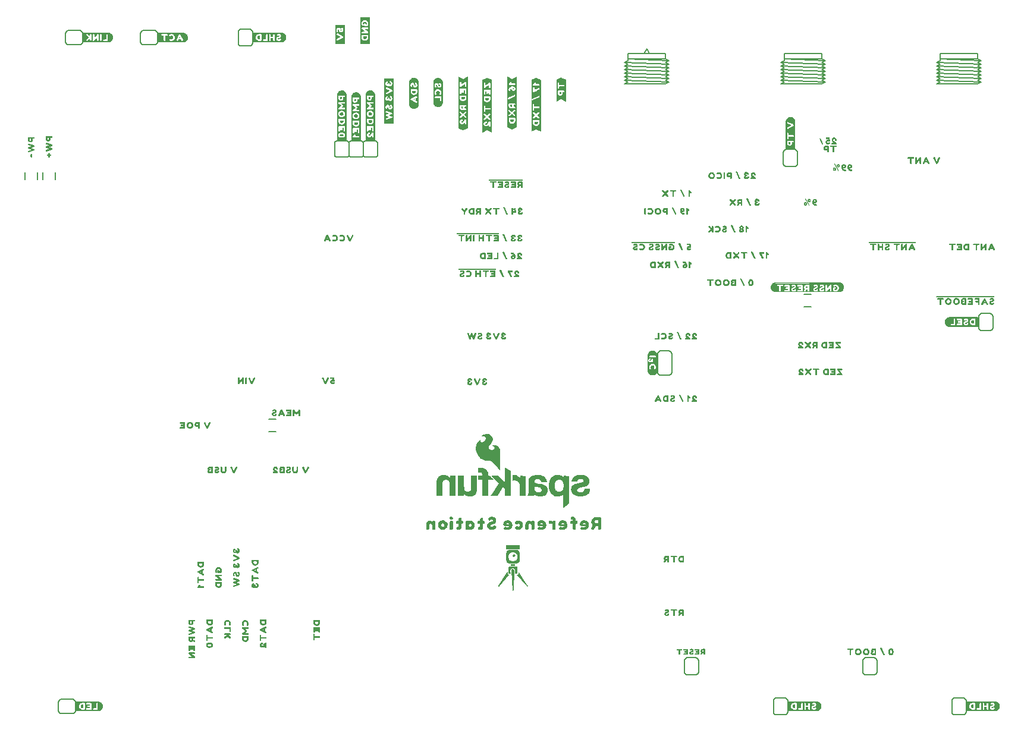
<source format=gbo>
G04 EAGLE Gerber RS-274X export*
G75*
%MOMM*%
%FSLAX34Y34*%
%LPD*%
%INSilkscreen Bottom*%
%IPPOS*%
%AMOC8*
5,1,8,0,0,1.08239X$1,22.5*%
G01*
%ADD10C,0.203200*%
%ADD11C,0.152400*%

G36*
X1222636Y621809D02*
X1222636Y621809D01*
X1222649Y621807D01*
X1222651Y621820D01*
X1222670Y621835D01*
X1222691Y621814D01*
X1222717Y621811D01*
X1222725Y621801D01*
X1223325Y621801D01*
X1223329Y621804D01*
X1223332Y621801D01*
X1224732Y622001D01*
X1224737Y622006D01*
X1224741Y622003D01*
X1225340Y622203D01*
X1226039Y622403D01*
X1226043Y622408D01*
X1226047Y622406D01*
X1226647Y622706D01*
X1226650Y622713D01*
X1226656Y622712D01*
X1227154Y623110D01*
X1227752Y623509D01*
X1227756Y623519D01*
X1227763Y623519D01*
X1228162Y624017D01*
X1228660Y624515D01*
X1228661Y624522D01*
X1228666Y624523D01*
X1229066Y625123D01*
X1229066Y625127D01*
X1229069Y625128D01*
X1229369Y625728D01*
X1229368Y625733D01*
X1229372Y625734D01*
X1229772Y626934D01*
X1229771Y626936D01*
X1229772Y626936D01*
X1229779Y626959D01*
X1229793Y627008D01*
X1229835Y627156D01*
X1229877Y627303D01*
X1229891Y627353D01*
X1229933Y627500D01*
X1229934Y627500D01*
X1229933Y627500D01*
X1229972Y627636D01*
X1229969Y627646D01*
X1229972Y627648D01*
X1229974Y627650D01*
X1229974Y629650D01*
X1229968Y629658D01*
X1229972Y629664D01*
X1229772Y630364D01*
X1229771Y630365D01*
X1229772Y630366D01*
X1229572Y630965D01*
X1229372Y631664D01*
X1229364Y631670D01*
X1229366Y631677D01*
X1228967Y632276D01*
X1228667Y632775D01*
X1228659Y632779D01*
X1228660Y632785D01*
X1227660Y633785D01*
X1227656Y633785D01*
X1227656Y633788D01*
X1227156Y634188D01*
X1227152Y634189D01*
X1227152Y634191D01*
X1226552Y634591D01*
X1226548Y634591D01*
X1226547Y634594D01*
X1225947Y634894D01*
X1225942Y634893D01*
X1225941Y634897D01*
X1225341Y635097D01*
X1225339Y635096D01*
X1225339Y635097D01*
X1224639Y635297D01*
X1224635Y635296D01*
X1224633Y635299D01*
X1224033Y635399D01*
X1224032Y635398D01*
X1224032Y635399D01*
X1223332Y635499D01*
X1223327Y635496D01*
X1223325Y635499D01*
X1132425Y635499D01*
X1132421Y635496D01*
X1132418Y635499D01*
X1131718Y635399D01*
X1131717Y635398D01*
X1131717Y635399D01*
X1131117Y635299D01*
X1131114Y635295D01*
X1131111Y635297D01*
X1130411Y635097D01*
X1130410Y635096D01*
X1130409Y635097D01*
X1129809Y634897D01*
X1129804Y634889D01*
X1129798Y634891D01*
X1129200Y634493D01*
X1128603Y634194D01*
X1128598Y634184D01*
X1128590Y634185D01*
X1128092Y633687D01*
X1127594Y633288D01*
X1127592Y633278D01*
X1127584Y633277D01*
X1127185Y632679D01*
X1126787Y632181D01*
X1126786Y632173D01*
X1126781Y632172D01*
X1126181Y630972D01*
X1126182Y630965D01*
X1126178Y630964D01*
X1126167Y630925D01*
X1126125Y630778D01*
X1126082Y630630D01*
X1126068Y630581D01*
X1126026Y630433D01*
X1125984Y630285D01*
X1125978Y630264D01*
X1125980Y630259D01*
X1125976Y630257D01*
X1125876Y629557D01*
X1125879Y629552D01*
X1125876Y629550D01*
X1125876Y627550D01*
X1125882Y627542D01*
X1125878Y627536D01*
X1126078Y626836D01*
X1126079Y626835D01*
X1126078Y626834D01*
X1126278Y626234D01*
X1126283Y626231D01*
X1126281Y626228D01*
X1126881Y625028D01*
X1126885Y625026D01*
X1126884Y625023D01*
X1127284Y624423D01*
X1127287Y624422D01*
X1127287Y624419D01*
X1127687Y623919D01*
X1127694Y623917D01*
X1127694Y623912D01*
X1128192Y623513D01*
X1128690Y623015D01*
X1128702Y623014D01*
X1128703Y623006D01*
X1129903Y622406D01*
X1129905Y622406D01*
X1129906Y622405D01*
X1130606Y622105D01*
X1130614Y622107D01*
X1130617Y622101D01*
X1131217Y622001D01*
X1131218Y622002D01*
X1131218Y622001D01*
X1132618Y621801D01*
X1132623Y621804D01*
X1132625Y621801D01*
X1222625Y621801D01*
X1222636Y621809D01*
G37*
G36*
X728839Y848978D02*
X728839Y848978D01*
X728832Y848991D01*
X728844Y849000D01*
X728844Y923600D01*
X728825Y923625D01*
X728826Y923638D01*
X728326Y924038D01*
X728318Y924039D01*
X728317Y924044D01*
X722217Y927044D01*
X722196Y927040D01*
X722187Y927049D01*
X721587Y926949D01*
X721580Y926941D01*
X721573Y926944D01*
X715473Y923944D01*
X715464Y923927D01*
X715453Y923925D01*
X715153Y923425D01*
X715155Y923407D01*
X715146Y923400D01*
X715146Y849200D01*
X715171Y849167D01*
X715173Y849156D01*
X715573Y848956D01*
X715606Y848962D01*
X715618Y848956D01*
X721607Y852051D01*
X722184Y852051D01*
X728273Y849056D01*
X728283Y849058D01*
X728285Y849052D01*
X728785Y848952D01*
X728839Y848978D01*
G37*
G36*
X798635Y850155D02*
X798635Y850155D01*
X798686Y850172D01*
X798680Y850189D01*
X798694Y850200D01*
X798694Y923400D01*
X798683Y923415D01*
X798687Y923425D01*
X798387Y923925D01*
X798369Y923933D01*
X798367Y923944D01*
X792267Y926944D01*
X792256Y926942D01*
X792253Y926949D01*
X791653Y927049D01*
X791634Y927039D01*
X791623Y927044D01*
X785523Y924044D01*
X785520Y924037D01*
X785514Y924038D01*
X785014Y923638D01*
X785007Y923608D01*
X784996Y923600D01*
X784996Y850500D01*
X785017Y850472D01*
X785018Y850459D01*
X785318Y850259D01*
X785356Y850261D01*
X785367Y850256D01*
X791363Y853254D01*
X792040Y853447D01*
X798022Y850356D01*
X798028Y850357D01*
X798029Y850353D01*
X798629Y850153D01*
X798631Y850154D01*
X798632Y850153D01*
X798635Y850155D01*
G37*
G36*
X688113Y851921D02*
X688113Y851921D01*
X688120Y851929D01*
X688127Y851926D01*
X694227Y854926D01*
X694236Y854943D01*
X694247Y854945D01*
X694547Y855445D01*
X694547Y855450D01*
X694550Y855452D01*
X694546Y855457D01*
X694545Y855463D01*
X694554Y855470D01*
X694554Y927870D01*
X694545Y927883D01*
X694549Y927892D01*
X694349Y928292D01*
X694296Y928318D01*
X694292Y928310D01*
X694283Y928314D01*
X688186Y925316D01*
X687609Y925123D01*
X681027Y928414D01*
X681026Y928414D01*
X681026Y928415D01*
X681024Y928413D01*
X680969Y928403D01*
X680972Y928386D01*
X680956Y928378D01*
X680856Y927778D01*
X680859Y927773D01*
X680856Y927770D01*
X680856Y855270D01*
X680875Y855245D01*
X680874Y855232D01*
X681374Y854832D01*
X681382Y854831D01*
X681383Y854826D01*
X687483Y851826D01*
X687504Y851830D01*
X687513Y851821D01*
X688113Y851921D01*
G37*
G36*
X764277Y856626D02*
X764277Y856626D01*
X764286Y856644D01*
X764302Y856656D01*
X764299Y856660D01*
X764304Y856662D01*
X764404Y857262D01*
X764401Y857267D01*
X764404Y857270D01*
X764404Y928370D01*
X764401Y928374D01*
X764403Y928379D01*
X764394Y928384D01*
X764368Y928417D01*
X764352Y928405D01*
X764333Y928414D01*
X763733Y928114D01*
X757651Y925123D01*
X757074Y925316D01*
X751077Y928314D01*
X751024Y928304D01*
X751020Y928305D01*
X750720Y928005D01*
X750717Y927978D01*
X750706Y927970D01*
X750706Y857270D01*
X750709Y857265D01*
X750706Y857262D01*
X750806Y856662D01*
X750831Y856639D01*
X750833Y856626D01*
X757533Y853326D01*
X757565Y853332D01*
X757577Y853326D01*
X764277Y856626D01*
G37*
G36*
X562372Y836507D02*
X562372Y836507D01*
X562370Y836510D01*
X562374Y836512D01*
X562474Y837112D01*
X562471Y837117D01*
X562474Y837120D01*
X562474Y902120D01*
X562471Y902124D01*
X562474Y902127D01*
X562274Y903527D01*
X562273Y903528D01*
X562274Y903528D01*
X562174Y904128D01*
X562170Y904131D01*
X562172Y904134D01*
X561972Y904834D01*
X561967Y904838D01*
X561969Y904842D01*
X561669Y905442D01*
X561665Y905444D01*
X561666Y905447D01*
X561266Y906047D01*
X561263Y906048D01*
X561263Y906051D01*
X560463Y907051D01*
X560456Y907053D01*
X560457Y907058D01*
X559857Y907558D01*
X559856Y907558D01*
X559356Y907958D01*
X559348Y907959D01*
X559347Y907964D01*
X558147Y908564D01*
X558142Y908563D01*
X558141Y908567D01*
X557541Y908767D01*
X557539Y908766D01*
X557539Y908767D01*
X556839Y908967D01*
X556835Y908966D01*
X556834Y908967D01*
X556827Y908967D01*
X556825Y908969D01*
X556128Y908969D01*
X555432Y909069D01*
X555426Y909065D01*
X555420Y909065D01*
X555417Y909069D01*
X554817Y908969D01*
X554118Y908869D01*
X554113Y908864D01*
X554109Y908867D01*
X553510Y908667D01*
X552811Y908467D01*
X552807Y908462D01*
X552803Y908464D01*
X552203Y908164D01*
X552200Y908157D01*
X552194Y908158D01*
X551696Y907760D01*
X551098Y907361D01*
X551095Y907354D01*
X551090Y907355D01*
X550590Y906855D01*
X550590Y906851D01*
X550587Y906851D01*
X550187Y906351D01*
X550186Y906347D01*
X550184Y906347D01*
X549784Y905747D01*
X549784Y905743D01*
X549781Y905742D01*
X549181Y904542D01*
X549182Y904537D01*
X549178Y904536D01*
X548978Y903936D01*
X548980Y903929D01*
X548976Y903927D01*
X548776Y902527D01*
X548779Y902522D01*
X548776Y902520D01*
X548776Y836520D01*
X548812Y836473D01*
X548819Y836478D01*
X548825Y836471D01*
X562325Y836471D01*
X562372Y836507D01*
G37*
G36*
X521291Y836475D02*
X521291Y836475D01*
X521295Y836472D01*
X521795Y836572D01*
X521823Y836604D01*
X521825Y836605D01*
X521825Y836606D01*
X521834Y836616D01*
X521832Y836618D01*
X521834Y836620D01*
X521834Y902420D01*
X521831Y902425D01*
X521834Y902428D01*
X521734Y903028D01*
X521634Y903727D01*
X521629Y903732D01*
X521632Y903736D01*
X521432Y904336D01*
X521429Y904337D01*
X521430Y904339D01*
X521130Y905039D01*
X521128Y905041D01*
X521129Y905042D01*
X520829Y905642D01*
X520822Y905645D01*
X520823Y905651D01*
X520023Y906651D01*
X520019Y906652D01*
X520020Y906655D01*
X519520Y907155D01*
X519516Y907155D01*
X519516Y907158D01*
X519016Y907558D01*
X519012Y907559D01*
X519012Y907561D01*
X518412Y907961D01*
X518408Y907961D01*
X518407Y907964D01*
X517207Y908564D01*
X517200Y908563D01*
X517199Y908567D01*
X516499Y908767D01*
X516494Y908766D01*
X516492Y908769D01*
X515792Y908869D01*
X515791Y908868D01*
X515786Y908868D01*
X515785Y908869D01*
X514485Y908869D01*
X514484Y908868D01*
X514479Y908868D01*
X514478Y908869D01*
X513778Y908769D01*
X513777Y908768D01*
X513777Y908769D01*
X513177Y908669D01*
X513174Y908665D01*
X513171Y908667D01*
X512471Y908467D01*
X512467Y908462D01*
X512463Y908464D01*
X511863Y908164D01*
X511861Y908160D01*
X511858Y908161D01*
X511258Y907761D01*
X511257Y907758D01*
X511254Y907758D01*
X510254Y906958D01*
X510253Y906954D01*
X510250Y906955D01*
X509750Y906455D01*
X509750Y906451D01*
X509747Y906451D01*
X509347Y905951D01*
X509346Y905947D01*
X509344Y905947D01*
X508944Y905347D01*
X508945Y905340D01*
X508940Y905336D01*
X508938Y905336D01*
X508739Y904738D01*
X508440Y904039D01*
X508442Y904031D01*
X508436Y904028D01*
X508336Y903428D01*
X508337Y903427D01*
X508336Y903427D01*
X508236Y902728D01*
X508136Y902128D01*
X508139Y902123D01*
X508136Y902120D01*
X508136Y837020D01*
X508144Y837009D01*
X508139Y837002D01*
X508339Y836502D01*
X508380Y836477D01*
X508385Y836471D01*
X521285Y836471D01*
X521291Y836475D01*
G37*
G36*
X740099Y368090D02*
X740099Y368090D01*
X740186Y368093D01*
X740186Y368094D01*
X740187Y368094D01*
X740262Y368135D01*
X740338Y368176D01*
X740338Y368177D01*
X740339Y368177D01*
X740390Y368249D01*
X740438Y368318D01*
X740438Y368319D01*
X740439Y368326D01*
X740465Y368460D01*
X740465Y394160D01*
X740463Y394169D01*
X740465Y394180D01*
X740365Y396080D01*
X740361Y396092D01*
X740362Y396107D01*
X740162Y397707D01*
X740154Y397731D01*
X740151Y397764D01*
X739751Y399164D01*
X739734Y399194D01*
X739719Y399242D01*
X739119Y400342D01*
X739101Y400362D01*
X739085Y400393D01*
X738385Y401293D01*
X738369Y401307D01*
X738354Y401329D01*
X737554Y402129D01*
X737527Y402145D01*
X737496Y402176D01*
X736596Y402776D01*
X736565Y402788D01*
X736526Y402813D01*
X735526Y403213D01*
X735507Y403216D01*
X735485Y403227D01*
X734385Y403527D01*
X734373Y403527D01*
X734360Y403533D01*
X733360Y403733D01*
X733328Y403732D01*
X733285Y403740D01*
X731485Y403740D01*
X731462Y403735D01*
X731431Y403736D01*
X730731Y403636D01*
X730698Y403623D01*
X730644Y403613D01*
X730154Y403417D01*
X729923Y403340D01*
X729885Y403340D01*
X729860Y403334D01*
X729834Y403337D01*
X729777Y403315D01*
X729716Y403301D01*
X729696Y403284D01*
X729672Y403275D01*
X729630Y403230D01*
X729583Y403191D01*
X729572Y403167D01*
X729555Y403148D01*
X729537Y403089D01*
X729512Y403032D01*
X729513Y403007D01*
X729505Y402982D01*
X729516Y402921D01*
X729518Y402859D01*
X729531Y402837D01*
X729535Y402811D01*
X729583Y402740D01*
X729601Y402707D01*
X729609Y402701D01*
X729616Y402691D01*
X729716Y402591D01*
X729748Y402571D01*
X729815Y402520D01*
X730415Y402220D01*
X730429Y402217D01*
X730444Y402207D01*
X730897Y402026D01*
X731252Y401760D01*
X731731Y401376D01*
X732097Y401010D01*
X732344Y400681D01*
X732505Y400198D01*
X732505Y399613D01*
X732329Y398998D01*
X732073Y398485D01*
X731527Y397939D01*
X730894Y397397D01*
X730074Y397124D01*
X729034Y396840D01*
X727538Y396840D01*
X726247Y397209D01*
X725136Y397950D01*
X724324Y398852D01*
X723965Y400017D01*
X723965Y401276D01*
X724607Y402651D01*
X725863Y404101D01*
X727554Y405791D01*
X727566Y405810D01*
X727587Y405829D01*
X727622Y405874D01*
X728887Y407529D01*
X728900Y407557D01*
X728925Y407590D01*
X729825Y409390D01*
X729832Y409418D01*
X729850Y409453D01*
X730350Y411153D01*
X730352Y411192D01*
X730365Y411260D01*
X730365Y412960D01*
X730357Y412994D01*
X730353Y413026D01*
X730352Y413050D01*
X730348Y413057D01*
X730344Y413087D01*
X729744Y414787D01*
X729723Y414819D01*
X729698Y414875D01*
X728598Y416475D01*
X728570Y416502D01*
X728527Y416554D01*
X726827Y417954D01*
X726798Y417968D01*
X726761Y417997D01*
X724461Y419197D01*
X724424Y419206D01*
X724369Y419231D01*
X722169Y419731D01*
X722131Y419731D01*
X722066Y419740D01*
X720066Y419640D01*
X720033Y419630D01*
X719983Y419626D01*
X718183Y419126D01*
X718167Y419118D01*
X718144Y419113D01*
X716644Y418513D01*
X716624Y418499D01*
X716593Y418488D01*
X715393Y417788D01*
X715382Y417778D01*
X715364Y417769D01*
X714668Y417273D01*
X714374Y417076D01*
X714331Y417031D01*
X714283Y416991D01*
X714273Y416968D01*
X714256Y416950D01*
X714237Y416890D01*
X714212Y416832D01*
X714213Y416808D01*
X714206Y416784D01*
X714216Y416722D01*
X714218Y416659D01*
X714230Y416638D01*
X714234Y416613D01*
X714271Y416562D01*
X714301Y416507D01*
X714321Y416493D01*
X714336Y416473D01*
X714391Y416444D01*
X714443Y416407D01*
X714470Y416402D01*
X714489Y416392D01*
X714526Y416391D01*
X714585Y416380D01*
X714685Y416380D01*
X714721Y416388D01*
X714777Y416391D01*
X715132Y416480D01*
X716364Y416480D01*
X717218Y416385D01*
X717952Y416201D01*
X718671Y415842D01*
X719409Y415196D01*
X719763Y414754D01*
X720038Y414204D01*
X720217Y413757D01*
X720300Y413260D01*
X720214Y412744D01*
X720036Y412122D01*
X719669Y411571D01*
X719667Y411566D01*
X719663Y411562D01*
X719186Y410798D01*
X718727Y410339D01*
X718050Y409760D01*
X716688Y408787D01*
X716569Y408727D01*
X715947Y408416D01*
X714632Y408040D01*
X714063Y408040D01*
X713502Y408281D01*
X713087Y408696D01*
X712848Y409094D01*
X712672Y410154D01*
X712758Y410585D01*
X712758Y410594D01*
X712758Y410595D01*
X712757Y410619D01*
X712765Y410660D01*
X712765Y411260D01*
X712749Y411328D01*
X712740Y411396D01*
X712730Y411411D01*
X712726Y411429D01*
X712682Y411482D01*
X712643Y411540D01*
X712627Y411549D01*
X712616Y411562D01*
X712552Y411591D01*
X712492Y411625D01*
X712474Y411626D01*
X712457Y411633D01*
X712388Y411631D01*
X712319Y411634D01*
X712300Y411627D01*
X712284Y411627D01*
X712250Y411608D01*
X712183Y411582D01*
X710583Y410582D01*
X710559Y410558D01*
X710516Y410529D01*
X708816Y408829D01*
X708795Y408796D01*
X708751Y408741D01*
X707451Y406341D01*
X707444Y406317D01*
X707427Y406288D01*
X706427Y403488D01*
X706423Y403457D01*
X706409Y403417D01*
X705909Y400117D01*
X705912Y400084D01*
X705905Y400038D01*
X706105Y396538D01*
X706115Y396506D01*
X706119Y396458D01*
X707119Y392858D01*
X707134Y392830D01*
X707147Y392786D01*
X709047Y389086D01*
X709066Y389064D01*
X709085Y389027D01*
X710485Y387227D01*
X710490Y387223D01*
X710491Y387220D01*
X710498Y387215D01*
X710508Y387200D01*
X712008Y385600D01*
X712030Y385585D01*
X712054Y385558D01*
X713754Y384258D01*
X713768Y384252D01*
X713782Y384239D01*
X715682Y383039D01*
X715704Y383031D01*
X715729Y383013D01*
X717729Y382113D01*
X717754Y382108D01*
X717785Y382093D01*
X719985Y381493D01*
X720008Y381492D01*
X720038Y381483D01*
X722438Y381183D01*
X722459Y381185D01*
X722485Y381180D01*
X726334Y381180D01*
X727356Y380901D01*
X728396Y380428D01*
X729348Y379762D01*
X730323Y378884D01*
X731405Y377802D01*
X732495Y376514D01*
X732501Y376510D01*
X732506Y376501D01*
X733806Y375101D01*
X735005Y373803D01*
X736099Y372610D01*
X737093Y371417D01*
X737098Y371413D01*
X737102Y371406D01*
X737993Y370416D01*
X738685Y369527D01*
X738691Y369521D01*
X738696Y369513D01*
X739296Y368813D01*
X739307Y368805D01*
X739316Y368791D01*
X739673Y368435D01*
X739744Y368291D01*
X739745Y368290D01*
X739797Y368227D01*
X739854Y368158D01*
X739855Y368157D01*
X739856Y368157D01*
X739931Y368123D01*
X740013Y368087D01*
X740014Y368086D01*
X740099Y368090D01*
G37*
G36*
X541510Y836474D02*
X541510Y836474D01*
X541513Y836471D01*
X542113Y836571D01*
X542154Y836615D01*
X542151Y836618D01*
X542154Y836620D01*
X542154Y899520D01*
X542151Y899524D01*
X542154Y899527D01*
X541954Y900927D01*
X541949Y900932D01*
X541952Y900936D01*
X541552Y902136D01*
X541547Y902139D01*
X541549Y902142D01*
X541249Y902742D01*
X541245Y902744D01*
X541246Y902747D01*
X540846Y903347D01*
X540843Y903348D01*
X540843Y903351D01*
X540443Y903851D01*
X540439Y903852D01*
X540440Y903855D01*
X539940Y904355D01*
X539936Y904355D01*
X539936Y904358D01*
X539436Y904758D01*
X539432Y904759D01*
X539432Y904761D01*
X538232Y905561D01*
X538223Y905560D01*
X538221Y905567D01*
X537021Y905967D01*
X537014Y905965D01*
X537012Y905969D01*
X535612Y906169D01*
X535607Y906166D01*
X535605Y906169D01*
X534905Y906169D01*
X534900Y906166D01*
X534897Y906169D01*
X534297Y906069D01*
X533598Y905969D01*
X533593Y905964D01*
X533589Y905967D01*
X532989Y905767D01*
X532988Y905764D01*
X532986Y905765D01*
X532286Y905465D01*
X532284Y905463D01*
X532283Y905464D01*
X531683Y905164D01*
X531680Y905157D01*
X531674Y905158D01*
X530674Y904358D01*
X530673Y904354D01*
X530670Y904355D01*
X530170Y903855D01*
X530170Y903851D01*
X530167Y903851D01*
X529767Y903351D01*
X529766Y903347D01*
X529764Y903347D01*
X529364Y902747D01*
X529364Y902743D01*
X529361Y902742D01*
X529061Y902142D01*
X529062Y902137D01*
X529061Y902136D01*
X529058Y902136D01*
X528858Y901536D01*
X528859Y901534D01*
X528858Y901534D01*
X528832Y901445D01*
X528818Y901396D01*
X528776Y901248D01*
X528734Y901100D01*
X528720Y901051D01*
X528678Y900903D01*
X528658Y900834D01*
X528660Y900829D01*
X528656Y900827D01*
X528556Y900128D01*
X528456Y899528D01*
X528458Y899525D01*
X528458Y899524D01*
X528459Y899522D01*
X528456Y899520D01*
X528456Y837120D01*
X528459Y837115D01*
X528456Y837112D01*
X528556Y836512D01*
X528600Y836471D01*
X528603Y836474D01*
X528605Y836471D01*
X541505Y836471D01*
X541510Y836474D01*
G37*
G36*
X830984Y314591D02*
X830984Y314591D01*
X831046Y314593D01*
X831068Y314606D01*
X831094Y314610D01*
X831165Y314658D01*
X831198Y314676D01*
X831204Y314684D01*
X831214Y314691D01*
X832099Y315576D01*
X833083Y316363D01*
X833089Y316371D01*
X833099Y316377D01*
X834099Y317277D01*
X834105Y317285D01*
X834114Y317291D01*
X834999Y318176D01*
X835983Y318963D01*
X835989Y318971D01*
X835999Y318977D01*
X836991Y319870D01*
X837983Y320663D01*
X837994Y320678D01*
X838014Y320691D01*
X838914Y321591D01*
X838954Y321656D01*
X838998Y321718D01*
X839000Y321730D01*
X839005Y321738D01*
X839009Y321775D01*
X839025Y321860D01*
X839025Y358760D01*
X839023Y358769D01*
X839025Y358779D01*
X839003Y358853D01*
X838986Y358929D01*
X838980Y358936D01*
X838977Y358945D01*
X838925Y359003D01*
X838876Y359062D01*
X838867Y359066D01*
X838860Y359073D01*
X838728Y359131D01*
X836928Y359531D01*
X836909Y359531D01*
X836887Y359538D01*
X836003Y359636D01*
X835020Y359833D01*
X835005Y359832D01*
X834987Y359838D01*
X834107Y359936D01*
X832328Y360331D01*
X832308Y360331D01*
X832283Y360338D01*
X831283Y360438D01*
X831214Y360429D01*
X831144Y360427D01*
X831129Y360418D01*
X831111Y360416D01*
X831053Y360377D01*
X830992Y360344D01*
X830982Y360329D01*
X830967Y360320D01*
X830932Y360259D01*
X830892Y360202D01*
X830889Y360183D01*
X830881Y360169D01*
X830878Y360130D01*
X830865Y360060D01*
X830865Y357629D01*
X830753Y357784D01*
X830742Y357793D01*
X830738Y357801D01*
X830735Y357803D01*
X830729Y357813D01*
X830402Y358181D01*
X830064Y358561D01*
X829929Y358713D01*
X829900Y358733D01*
X829863Y358772D01*
X827863Y360172D01*
X827828Y360186D01*
X827775Y360217D01*
X826675Y360617D01*
X826658Y360619D01*
X826637Y360629D01*
X825437Y360929D01*
X825423Y360929D01*
X825408Y360935D01*
X824208Y361135D01*
X824192Y361134D01*
X824174Y361139D01*
X822874Y361239D01*
X822846Y361235D01*
X822808Y361238D01*
X819708Y360938D01*
X819676Y360927D01*
X819625Y360921D01*
X816925Y360021D01*
X816892Y360000D01*
X816831Y359974D01*
X814631Y358474D01*
X814608Y358450D01*
X814569Y358422D01*
X812769Y356522D01*
X812751Y356490D01*
X812714Y356447D01*
X811414Y354147D01*
X811408Y354126D01*
X811392Y354101D01*
X810392Y351601D01*
X810388Y351574D01*
X810373Y351540D01*
X809773Y348740D01*
X809774Y348716D01*
X809766Y348685D01*
X809566Y345685D01*
X809569Y345663D01*
X809566Y345633D01*
X809766Y342833D01*
X809773Y342810D01*
X809774Y342778D01*
X810374Y340078D01*
X810386Y340052D01*
X810394Y340014D01*
X811394Y337614D01*
X811407Y337595D01*
X811418Y337567D01*
X812718Y335367D01*
X812742Y335342D01*
X812769Y335299D01*
X814569Y333399D01*
X814598Y333380D01*
X814634Y333344D01*
X816734Y331944D01*
X816768Y331931D01*
X816816Y331902D01*
X819316Y331002D01*
X819352Y330998D01*
X819406Y330982D01*
X822306Y330682D01*
X822335Y330685D01*
X822374Y330681D01*
X823674Y330781D01*
X823687Y330785D01*
X823703Y330784D01*
X825003Y330984D01*
X825021Y330991D01*
X825045Y330993D01*
X826145Y331293D01*
X826164Y331303D01*
X826191Y331309D01*
X827391Y331809D01*
X827411Y331823D01*
X827441Y331834D01*
X828441Y332434D01*
X828449Y332442D01*
X828463Y332449D01*
X829463Y333149D01*
X829487Y333175D01*
X829529Y333207D01*
X830329Y334107D01*
X830333Y334115D01*
X830342Y334122D01*
X830565Y334401D01*
X830565Y314960D01*
X830571Y314935D01*
X830568Y314909D01*
X830590Y314852D01*
X830604Y314791D01*
X830621Y314771D01*
X830630Y314747D01*
X830675Y314705D01*
X830714Y314658D01*
X830738Y314647D01*
X830757Y314630D01*
X830816Y314612D01*
X830873Y314587D01*
X830898Y314588D01*
X830923Y314580D01*
X830984Y314591D01*
G37*
G36*
X588713Y861884D02*
X588713Y861884D01*
X588725Y861881D01*
X589125Y862181D01*
X589129Y862197D01*
X589136Y862202D01*
X589132Y862208D01*
X589134Y862212D01*
X589144Y862220D01*
X589144Y925920D01*
X589108Y925967D01*
X589104Y925964D01*
X589102Y925969D01*
X588402Y926069D01*
X588397Y926066D01*
X588395Y926069D01*
X575595Y926069D01*
X575548Y926033D01*
X575551Y926029D01*
X575546Y926027D01*
X575446Y925327D01*
X575449Y925322D01*
X575446Y925320D01*
X575446Y862320D01*
X575459Y862302D01*
X575456Y862290D01*
X575756Y861890D01*
X575787Y861882D01*
X575795Y861871D01*
X588695Y861871D01*
X588713Y861884D01*
G37*
G36*
X799061Y330584D02*
X799061Y330584D01*
X799083Y330582D01*
X800083Y330682D01*
X800102Y330688D01*
X800128Y330689D01*
X801928Y331089D01*
X801943Y331096D01*
X801965Y331099D01*
X802865Y331399D01*
X802885Y331412D01*
X802915Y331420D01*
X803595Y331760D01*
X803715Y331820D01*
X803722Y331826D01*
X803734Y331830D01*
X804434Y332230D01*
X804446Y332242D01*
X804466Y332251D01*
X805166Y332751D01*
X805175Y332760D01*
X805188Y332768D01*
X805788Y333268D01*
X805805Y333290D01*
X805834Y333313D01*
X806434Y334013D01*
X806448Y334039D01*
X806475Y334071D01*
X807275Y335471D01*
X807284Y335501D01*
X807306Y335540D01*
X807906Y337340D01*
X807909Y337373D01*
X807923Y337418D01*
X808023Y338318D01*
X808023Y338322D01*
X808024Y338326D01*
X808124Y339426D01*
X808119Y339460D01*
X808122Y339511D01*
X807822Y341711D01*
X807811Y341739D01*
X807806Y341780D01*
X807206Y343580D01*
X807186Y343612D01*
X807165Y343666D01*
X806265Y345066D01*
X806237Y345093D01*
X806188Y345152D01*
X804988Y346152D01*
X804966Y346164D01*
X804941Y346186D01*
X803441Y347086D01*
X803413Y347095D01*
X803379Y347116D01*
X801779Y347716D01*
X801757Y347719D01*
X801732Y347730D01*
X800032Y348130D01*
X800021Y348130D01*
X800008Y348135D01*
X798208Y348435D01*
X798198Y348434D01*
X798187Y348438D01*
X796388Y348638D01*
X794691Y348837D01*
X793223Y349033D01*
X791858Y349423D01*
X790699Y349810D01*
X789901Y350253D01*
X789414Y350902D01*
X789325Y351877D01*
X789325Y352329D01*
X789418Y352882D01*
X789508Y353243D01*
X789683Y353682D01*
X790041Y354218D01*
X790270Y354448D01*
X790525Y354575D01*
X790615Y354620D01*
X790631Y354633D01*
X790656Y354644D01*
X790936Y354831D01*
X791186Y354955D01*
X791278Y355001D01*
X791628Y355089D01*
X792083Y355180D01*
X792445Y355180D01*
X792475Y355187D01*
X792520Y355187D01*
X792983Y355280D01*
X794507Y355280D01*
X795462Y355089D01*
X795853Y354991D01*
X795861Y354991D01*
X795870Y354987D01*
X796321Y354897D01*
X797054Y354531D01*
X797303Y354365D01*
X797850Y353818D01*
X798016Y353569D01*
X798198Y353204D01*
X798392Y352719D01*
X798400Y352707D01*
X798405Y352690D01*
X798582Y352336D01*
X798665Y351922D01*
X798665Y351360D01*
X798676Y351310D01*
X798678Y351259D01*
X798696Y351227D01*
X798704Y351191D01*
X798737Y351152D01*
X798761Y351107D01*
X798791Y351086D01*
X798814Y351058D01*
X798861Y351037D01*
X798903Y351007D01*
X798945Y350999D01*
X798973Y350987D01*
X799003Y350988D01*
X799045Y350980D01*
X806845Y350980D01*
X806922Y350998D01*
X807000Y351013D01*
X807006Y351017D01*
X807014Y351019D01*
X807075Y351070D01*
X807138Y351118D01*
X807142Y351125D01*
X807147Y351129D01*
X807180Y351202D01*
X807215Y351273D01*
X807215Y351281D01*
X807218Y351288D01*
X807217Y351321D01*
X807221Y351418D01*
X807021Y352718D01*
X807020Y352720D01*
X807020Y352723D01*
X806820Y353923D01*
X806809Y353950D01*
X806802Y353990D01*
X806402Y355090D01*
X806383Y355120D01*
X806361Y355171D01*
X805161Y356971D01*
X805145Y356986D01*
X805131Y357010D01*
X804431Y357810D01*
X804413Y357823D01*
X804412Y357825D01*
X804409Y357830D01*
X804406Y357832D01*
X804395Y357846D01*
X803595Y358546D01*
X803566Y358562D01*
X803530Y358592D01*
X802635Y359089D01*
X801641Y359686D01*
X801616Y359694D01*
X801586Y359713D01*
X800586Y360113D01*
X800567Y360116D01*
X800545Y360127D01*
X798345Y360727D01*
X798330Y360727D01*
X798313Y360734D01*
X797213Y360934D01*
X797210Y360934D01*
X797208Y360935D01*
X796008Y361135D01*
X795981Y361133D01*
X795945Y361140D01*
X791445Y361140D01*
X791430Y361137D01*
X791411Y361139D01*
X790311Y361039D01*
X790296Y361034D01*
X790277Y361034D01*
X788077Y360634D01*
X788074Y360633D01*
X788070Y360633D01*
X787070Y360433D01*
X787056Y360426D01*
X787036Y360424D01*
X786036Y360124D01*
X786017Y360114D01*
X785991Y360107D01*
X785091Y359707D01*
X785079Y359698D01*
X785060Y359692D01*
X784160Y359192D01*
X784144Y359177D01*
X784117Y359164D01*
X783317Y358564D01*
X783310Y358556D01*
X783298Y358549D01*
X782598Y357949D01*
X782577Y357921D01*
X782541Y357888D01*
X781941Y357088D01*
X781929Y357062D01*
X781905Y357030D01*
X781505Y356230D01*
X781502Y356216D01*
X781492Y356201D01*
X781092Y355201D01*
X781087Y355170D01*
X781071Y355128D01*
X780871Y354028D01*
X780872Y354012D01*
X780866Y353992D01*
X780766Y352792D01*
X780768Y352777D01*
X780765Y352760D01*
X780765Y336198D01*
X780672Y335735D01*
X780673Y335703D01*
X780665Y335660D01*
X780665Y335298D01*
X780572Y334835D01*
X780573Y334803D01*
X780565Y334760D01*
X780565Y334407D01*
X780376Y333652D01*
X780376Y333616D01*
X780365Y333560D01*
X780365Y333307D01*
X780280Y332966D01*
X780100Y332429D01*
X779929Y332171D01*
X779921Y332151D01*
X779905Y332130D01*
X779805Y331930D01*
X779793Y331880D01*
X779772Y331832D01*
X779773Y331797D01*
X779765Y331762D01*
X779776Y331711D01*
X779778Y331659D01*
X779796Y331628D01*
X779804Y331593D01*
X779836Y331553D01*
X779861Y331507D01*
X779890Y331486D01*
X779913Y331459D01*
X779960Y331437D01*
X780003Y331407D01*
X780044Y331399D01*
X780071Y331387D01*
X780102Y331388D01*
X780145Y331380D01*
X788045Y331380D01*
X788095Y331391D01*
X788146Y331393D01*
X788178Y331411D01*
X788214Y331419D01*
X788253Y331452D01*
X788298Y331476D01*
X788319Y331506D01*
X788347Y331529D01*
X788368Y331576D01*
X788398Y331618D01*
X788406Y331660D01*
X788418Y331688D01*
X788417Y331718D01*
X788425Y331760D01*
X788425Y331809D01*
X788434Y331823D01*
X788485Y331890D01*
X788585Y332090D01*
X788589Y332105D01*
X788598Y332118D01*
X788624Y332252D01*
X788625Y332259D01*
X788625Y332260D01*
X788625Y332309D01*
X788654Y332356D01*
X788698Y332418D01*
X788700Y332430D01*
X788705Y332438D01*
X788709Y332475D01*
X788725Y332560D01*
X788725Y332670D01*
X788785Y332790D01*
X788789Y332805D01*
X788798Y332818D01*
X788824Y332952D01*
X788825Y332959D01*
X788825Y332960D01*
X788825Y333170D01*
X788885Y333290D01*
X788889Y333305D01*
X788898Y333318D01*
X788924Y333452D01*
X788925Y333459D01*
X788925Y333460D01*
X788925Y333669D01*
X789807Y332963D01*
X789821Y332957D01*
X789834Y332944D01*
X790434Y332544D01*
X790442Y332541D01*
X790449Y332534D01*
X790949Y332234D01*
X790962Y332230D01*
X790975Y332220D01*
X791575Y331920D01*
X791598Y331914D01*
X791625Y331899D01*
X792199Y331708D01*
X792775Y331420D01*
X792798Y331414D01*
X792825Y331399D01*
X793425Y331199D01*
X793450Y331197D01*
X793483Y331185D01*
X794061Y331089D01*
X794741Y330894D01*
X794760Y330893D01*
X794783Y330885D01*
X795383Y330785D01*
X795409Y330787D01*
X795445Y330780D01*
X796114Y330780D01*
X796683Y330685D01*
X796687Y330685D01*
X796691Y330684D01*
X797391Y330584D01*
X797415Y330586D01*
X797445Y330580D01*
X799045Y330580D01*
X799061Y330584D01*
G37*
G36*
X429380Y977404D02*
X429380Y977404D01*
X429383Y977401D01*
X429983Y977501D01*
X430682Y977601D01*
X430686Y977605D01*
X430689Y977603D01*
X431389Y977803D01*
X431393Y977808D01*
X431397Y977806D01*
X432597Y978406D01*
X432600Y978413D01*
X432606Y978412D01*
X433104Y978810D01*
X433702Y979209D01*
X433706Y979219D01*
X433713Y979219D01*
X434112Y979717D01*
X434610Y980215D01*
X434611Y980227D01*
X434619Y980228D01*
X434918Y980825D01*
X435316Y981423D01*
X435315Y981432D01*
X435322Y981434D01*
X435722Y982634D01*
X435720Y982641D01*
X435724Y982643D01*
X435924Y984043D01*
X435921Y984048D01*
X435924Y984050D01*
X435924Y984750D01*
X435921Y984755D01*
X435924Y984758D01*
X435824Y985358D01*
X435820Y985361D01*
X435822Y985364D01*
X435622Y986064D01*
X435621Y986065D01*
X435622Y986066D01*
X435222Y987266D01*
X435214Y987271D01*
X435216Y987277D01*
X434416Y988477D01*
X434413Y988478D01*
X434413Y988481D01*
X434013Y988981D01*
X434009Y988982D01*
X434010Y988985D01*
X433510Y989485D01*
X433506Y989485D01*
X433506Y989488D01*
X433006Y989888D01*
X432998Y989889D01*
X432997Y989894D01*
X431797Y990494D01*
X431795Y990494D01*
X431794Y990495D01*
X431094Y990795D01*
X431086Y990793D01*
X431083Y990799D01*
X430483Y990899D01*
X430482Y990898D01*
X430482Y990899D01*
X429082Y991099D01*
X429077Y991096D01*
X429075Y991099D01*
X387775Y991099D01*
X387737Y991070D01*
X387729Y991068D01*
X387529Y990568D01*
X387530Y990566D01*
X387528Y990564D01*
X387532Y990558D01*
X387533Y990555D01*
X387526Y990550D01*
X387526Y977650D01*
X387555Y977612D01*
X387557Y977604D01*
X388057Y977404D01*
X388070Y977408D01*
X388075Y977401D01*
X429375Y977401D01*
X429380Y977404D01*
G37*
G36*
X1445380Y24904D02*
X1445380Y24904D01*
X1445383Y24901D01*
X1445983Y25001D01*
X1446682Y25101D01*
X1446686Y25105D01*
X1446689Y25103D01*
X1447389Y25303D01*
X1447393Y25308D01*
X1447397Y25306D01*
X1448597Y25906D01*
X1448600Y25913D01*
X1448606Y25912D01*
X1449104Y26310D01*
X1449702Y26709D01*
X1449706Y26719D01*
X1449713Y26719D01*
X1450112Y27217D01*
X1450610Y27715D01*
X1450611Y27727D01*
X1450619Y27728D01*
X1450918Y28325D01*
X1451316Y28923D01*
X1451315Y28932D01*
X1451322Y28934D01*
X1451722Y30134D01*
X1451720Y30141D01*
X1451724Y30143D01*
X1451924Y31543D01*
X1451921Y31548D01*
X1451924Y31550D01*
X1451924Y32250D01*
X1451921Y32255D01*
X1451924Y32258D01*
X1451824Y32858D01*
X1451820Y32861D01*
X1451822Y32864D01*
X1451622Y33564D01*
X1451621Y33565D01*
X1451622Y33566D01*
X1451222Y34766D01*
X1451214Y34771D01*
X1451216Y34777D01*
X1450416Y35977D01*
X1450413Y35978D01*
X1450413Y35981D01*
X1450013Y36481D01*
X1450009Y36482D01*
X1450010Y36485D01*
X1449510Y36985D01*
X1449506Y36985D01*
X1449506Y36988D01*
X1449006Y37388D01*
X1448998Y37389D01*
X1448997Y37394D01*
X1447797Y37994D01*
X1447795Y37994D01*
X1447794Y37995D01*
X1447094Y38295D01*
X1447086Y38293D01*
X1447083Y38299D01*
X1446483Y38399D01*
X1446482Y38398D01*
X1446482Y38399D01*
X1445082Y38599D01*
X1445077Y38596D01*
X1445075Y38599D01*
X1403775Y38599D01*
X1403737Y38570D01*
X1403729Y38568D01*
X1403529Y38068D01*
X1403530Y38066D01*
X1403528Y38064D01*
X1403532Y38058D01*
X1403533Y38055D01*
X1403526Y38050D01*
X1403526Y25150D01*
X1403555Y25112D01*
X1403557Y25104D01*
X1404057Y24904D01*
X1404070Y24908D01*
X1404075Y24901D01*
X1445375Y24901D01*
X1445380Y24904D01*
G37*
G36*
X1191380Y24904D02*
X1191380Y24904D01*
X1191383Y24901D01*
X1191983Y25001D01*
X1192682Y25101D01*
X1192686Y25105D01*
X1192689Y25103D01*
X1193389Y25303D01*
X1193393Y25308D01*
X1193397Y25306D01*
X1194597Y25906D01*
X1194600Y25913D01*
X1194606Y25912D01*
X1195104Y26310D01*
X1195702Y26709D01*
X1195706Y26719D01*
X1195713Y26719D01*
X1196112Y27217D01*
X1196610Y27715D01*
X1196611Y27727D01*
X1196619Y27728D01*
X1196918Y28325D01*
X1197316Y28923D01*
X1197315Y28932D01*
X1197322Y28934D01*
X1197722Y30134D01*
X1197720Y30141D01*
X1197724Y30143D01*
X1197924Y31543D01*
X1197921Y31548D01*
X1197924Y31550D01*
X1197924Y32250D01*
X1197921Y32255D01*
X1197924Y32258D01*
X1197824Y32858D01*
X1197820Y32861D01*
X1197822Y32864D01*
X1197622Y33564D01*
X1197621Y33565D01*
X1197622Y33566D01*
X1197222Y34766D01*
X1197214Y34771D01*
X1197216Y34777D01*
X1196416Y35977D01*
X1196413Y35978D01*
X1196413Y35981D01*
X1196013Y36481D01*
X1196009Y36482D01*
X1196010Y36485D01*
X1195510Y36985D01*
X1195506Y36985D01*
X1195506Y36988D01*
X1195006Y37388D01*
X1194998Y37389D01*
X1194997Y37394D01*
X1193797Y37994D01*
X1193795Y37994D01*
X1193794Y37995D01*
X1193094Y38295D01*
X1193086Y38293D01*
X1193083Y38299D01*
X1192483Y38399D01*
X1192482Y38398D01*
X1192482Y38399D01*
X1191082Y38599D01*
X1191077Y38596D01*
X1191075Y38599D01*
X1149775Y38599D01*
X1149737Y38570D01*
X1149729Y38568D01*
X1149529Y38068D01*
X1149530Y38066D01*
X1149528Y38064D01*
X1149532Y38058D01*
X1149533Y38055D01*
X1149526Y38050D01*
X1149526Y25150D01*
X1149555Y25112D01*
X1149557Y25104D01*
X1150057Y24904D01*
X1150070Y24908D01*
X1150075Y24901D01*
X1191375Y24901D01*
X1191380Y24904D01*
G37*
G36*
X1421043Y572300D02*
X1421043Y572300D01*
X1421051Y572302D01*
X1421251Y572802D01*
X1421247Y572815D01*
X1421254Y572820D01*
X1421254Y585720D01*
X1421225Y585758D01*
X1421223Y585766D01*
X1420723Y585966D01*
X1420711Y585962D01*
X1420710Y585962D01*
X1420705Y585969D01*
X1379905Y585969D01*
X1379901Y585966D01*
X1379898Y585969D01*
X1379198Y585869D01*
X1379194Y585865D01*
X1379191Y585867D01*
X1378491Y585667D01*
X1378490Y585666D01*
X1378489Y585667D01*
X1377289Y585267D01*
X1377284Y585259D01*
X1377278Y585261D01*
X1376680Y584863D01*
X1376083Y584564D01*
X1376078Y584554D01*
X1376070Y584555D01*
X1375570Y584055D01*
X1375570Y584051D01*
X1375567Y584051D01*
X1375168Y583553D01*
X1374670Y583055D01*
X1374669Y583043D01*
X1374661Y583042D01*
X1373761Y581242D01*
X1373763Y581231D01*
X1373756Y581227D01*
X1373657Y580531D01*
X1373458Y579936D01*
X1373462Y579925D01*
X1373456Y579920D01*
X1373456Y578520D01*
X1373459Y578516D01*
X1373456Y578513D01*
X1373556Y577813D01*
X1373561Y577808D01*
X1373558Y577804D01*
X1373758Y577205D01*
X1373958Y576506D01*
X1373963Y576502D01*
X1373961Y576498D01*
X1374261Y575898D01*
X1374264Y575897D01*
X1374263Y575895D01*
X1374563Y575395D01*
X1374564Y575394D01*
X1374564Y575393D01*
X1374964Y574793D01*
X1374971Y574790D01*
X1374970Y574785D01*
X1375470Y574285D01*
X1375474Y574285D01*
X1375474Y574282D01*
X1376474Y573482D01*
X1376478Y573481D01*
X1376478Y573479D01*
X1377078Y573079D01*
X1377082Y573079D01*
X1377083Y573076D01*
X1377683Y572776D01*
X1377690Y572777D01*
X1377691Y572773D01*
X1378390Y572573D01*
X1378989Y572373D01*
X1379000Y572377D01*
X1379005Y572371D01*
X1379702Y572371D01*
X1380398Y572271D01*
X1380403Y572274D01*
X1380405Y572271D01*
X1421005Y572271D01*
X1421043Y572300D01*
G37*
G36*
X737078Y331488D02*
X737078Y331488D01*
X737113Y331486D01*
X737162Y331507D01*
X737214Y331519D01*
X737240Y331541D01*
X737272Y331555D01*
X737317Y331605D01*
X737347Y331629D01*
X737355Y331645D01*
X737369Y331662D01*
X744822Y343857D01*
X747365Y341399D01*
X747365Y331860D01*
X747376Y331810D01*
X747378Y331759D01*
X747396Y331727D01*
X747404Y331691D01*
X747437Y331652D01*
X747461Y331607D01*
X747491Y331586D01*
X747514Y331558D01*
X747561Y331537D01*
X747603Y331507D01*
X747645Y331499D01*
X747673Y331487D01*
X747703Y331488D01*
X747745Y331480D01*
X755545Y331480D01*
X755595Y331491D01*
X755646Y331493D01*
X755678Y331511D01*
X755714Y331519D01*
X755753Y331552D01*
X755798Y331576D01*
X755819Y331606D01*
X755847Y331629D01*
X755868Y331676D01*
X755898Y331718D01*
X755906Y331760D01*
X755918Y331788D01*
X755917Y331818D01*
X755925Y331860D01*
X755925Y366560D01*
X755916Y366602D01*
X755916Y366644D01*
X755896Y366685D01*
X755886Y366729D01*
X755859Y366762D01*
X755840Y366800D01*
X755798Y366835D01*
X755776Y366862D01*
X755753Y366872D01*
X755729Y366893D01*
X747929Y371193D01*
X747872Y371209D01*
X747817Y371233D01*
X747789Y371232D01*
X747762Y371240D01*
X747704Y371229D01*
X747644Y371227D01*
X747619Y371213D01*
X747592Y371208D01*
X747544Y371172D01*
X747492Y371144D01*
X747476Y371121D01*
X747453Y371104D01*
X747426Y371051D01*
X747392Y371002D01*
X747386Y370971D01*
X747375Y370949D01*
X747375Y370913D01*
X747365Y370860D01*
X747365Y350898D01*
X738218Y360325D01*
X738152Y360367D01*
X738087Y360413D01*
X738078Y360414D01*
X738072Y360418D01*
X738038Y360422D01*
X737945Y360440D01*
X728745Y360440D01*
X728717Y360434D01*
X728689Y360436D01*
X728634Y360414D01*
X728576Y360401D01*
X728554Y360383D01*
X728528Y360372D01*
X728488Y360328D01*
X728443Y360291D01*
X728431Y360265D01*
X728412Y360243D01*
X728396Y360186D01*
X728372Y360132D01*
X728373Y360104D01*
X728365Y360077D01*
X728376Y360019D01*
X728378Y359959D01*
X728392Y359934D01*
X728397Y359906D01*
X728443Y359841D01*
X728461Y359807D01*
X728471Y359800D01*
X728480Y359787D01*
X738954Y349607D01*
X727328Y332070D01*
X727302Y332000D01*
X727272Y331932D01*
X727272Y331920D01*
X727268Y331908D01*
X727275Y331834D01*
X727278Y331759D01*
X727284Y331748D01*
X727286Y331735D01*
X727326Y331672D01*
X727361Y331607D01*
X727371Y331600D01*
X727378Y331589D01*
X727442Y331550D01*
X727503Y331507D01*
X727517Y331505D01*
X727526Y331499D01*
X727564Y331495D01*
X727645Y331480D01*
X737045Y331480D01*
X737078Y331488D01*
G37*
G36*
X1160213Y825054D02*
X1160213Y825054D01*
X1160225Y825051D01*
X1160625Y825351D01*
X1160629Y825367D01*
X1160636Y825372D01*
X1160632Y825378D01*
X1160634Y825382D01*
X1160644Y825390D01*
X1160644Y864690D01*
X1160641Y864694D01*
X1160644Y864697D01*
X1160544Y865397D01*
X1160539Y865402D01*
X1160542Y865406D01*
X1160342Y866005D01*
X1160142Y866704D01*
X1160137Y866708D01*
X1160139Y866712D01*
X1159539Y867912D01*
X1159532Y867915D01*
X1159533Y867921D01*
X1159133Y868421D01*
X1159129Y868422D01*
X1159130Y868425D01*
X1158130Y869425D01*
X1158126Y869425D01*
X1158126Y869428D01*
X1157626Y869828D01*
X1157618Y869829D01*
X1157617Y869834D01*
X1156417Y870434D01*
X1156415Y870434D01*
X1156414Y870435D01*
X1155714Y870735D01*
X1155706Y870733D01*
X1155703Y870739D01*
X1155103Y870839D01*
X1155102Y870838D01*
X1155102Y870839D01*
X1154402Y870939D01*
X1154397Y870936D01*
X1154395Y870939D01*
X1153095Y870939D01*
X1153091Y870936D01*
X1153088Y870939D01*
X1152388Y870839D01*
X1152384Y870835D01*
X1152381Y870837D01*
X1151681Y870637D01*
X1151680Y870636D01*
X1151679Y870637D01*
X1151079Y870437D01*
X1151076Y870432D01*
X1151073Y870434D01*
X1150473Y870134D01*
X1150471Y870130D01*
X1150468Y870131D01*
X1149868Y869731D01*
X1149867Y869728D01*
X1149864Y869728D01*
X1149364Y869328D01*
X1149363Y869324D01*
X1149360Y869325D01*
X1148360Y868325D01*
X1148359Y868316D01*
X1148353Y868315D01*
X1148053Y867816D01*
X1147654Y867217D01*
X1147654Y867213D01*
X1147653Y867212D01*
X1147654Y867211D01*
X1147655Y867206D01*
X1147648Y867204D01*
X1147636Y867163D01*
X1147594Y867015D01*
X1147580Y866966D01*
X1147538Y866818D01*
X1147495Y866670D01*
X1147481Y866621D01*
X1147448Y866505D01*
X1147248Y865906D01*
X1147249Y865904D01*
X1147248Y865904D01*
X1147228Y865833D01*
X1147185Y865685D01*
X1147171Y865636D01*
X1147129Y865488D01*
X1147087Y865341D01*
X1147073Y865291D01*
X1147048Y865204D01*
X1147049Y865200D01*
X1147046Y865198D01*
X1146946Y864598D01*
X1146949Y864593D01*
X1146946Y864590D01*
X1146946Y825490D01*
X1146959Y825472D01*
X1146956Y825460D01*
X1147256Y825060D01*
X1147287Y825052D01*
X1147295Y825041D01*
X1160195Y825041D01*
X1160213Y825054D01*
G37*
G36*
X289159Y977404D02*
X289159Y977404D01*
X289162Y977401D01*
X289858Y977501D01*
X290455Y977501D01*
X290463Y977507D01*
X290469Y977503D01*
X291169Y977703D01*
X291170Y977704D01*
X291171Y977703D01*
X291771Y977903D01*
X291774Y977908D01*
X291777Y977906D01*
X292377Y978206D01*
X292379Y978210D01*
X292382Y978209D01*
X293582Y979009D01*
X293583Y979012D01*
X293586Y979012D01*
X294086Y979412D01*
X294088Y979419D01*
X294093Y979419D01*
X294493Y979919D01*
X294494Y979923D01*
X294496Y979923D01*
X294895Y980521D01*
X295293Y981019D01*
X295294Y981027D01*
X295299Y981028D01*
X295599Y981628D01*
X295598Y981635D01*
X295602Y981636D01*
X295641Y981771D01*
X295655Y981820D01*
X295697Y981968D01*
X295739Y982115D01*
X295753Y982165D01*
X295795Y982312D01*
X295796Y982312D01*
X295795Y982312D01*
X295802Y982336D01*
X295801Y982340D01*
X295804Y982342D01*
X295904Y982942D01*
X295903Y982943D01*
X295904Y982943D01*
X296104Y984343D01*
X296099Y984352D01*
X296104Y984357D01*
X296004Y985057D01*
X296003Y985058D01*
X296004Y985058D01*
X295904Y985658D01*
X295900Y985661D01*
X295902Y985664D01*
X295702Y986364D01*
X295701Y986365D01*
X295702Y986366D01*
X295502Y986966D01*
X295497Y986969D01*
X295499Y986972D01*
X295199Y987572D01*
X295195Y987574D01*
X295196Y987577D01*
X294796Y988177D01*
X294793Y988178D01*
X294793Y988181D01*
X294393Y988681D01*
X294389Y988682D01*
X294390Y988685D01*
X293390Y989685D01*
X293386Y989685D01*
X293386Y989688D01*
X292886Y990088D01*
X292878Y990089D01*
X292877Y990094D01*
X292277Y990394D01*
X292272Y990393D01*
X292271Y990397D01*
X291673Y990596D01*
X290974Y990895D01*
X290966Y990893D01*
X290964Y990895D01*
X290962Y990899D01*
X290263Y990999D01*
X289663Y991099D01*
X289658Y991096D01*
X289655Y991099D01*
X253355Y991099D01*
X253346Y991092D01*
X253337Y991086D01*
X253325Y991089D01*
X252925Y990789D01*
X252920Y990770D01*
X252908Y990761D01*
X252912Y990755D01*
X252906Y990750D01*
X252906Y977850D01*
X252919Y977832D01*
X252916Y977820D01*
X253216Y977420D01*
X253247Y977412D01*
X253255Y977401D01*
X289155Y977401D01*
X289159Y977404D01*
G37*
G36*
X182379Y977404D02*
X182379Y977404D01*
X182382Y977401D01*
X183078Y977501D01*
X183775Y977501D01*
X183784Y977508D01*
X183791Y977503D01*
X184390Y977703D01*
X185089Y977903D01*
X185093Y977908D01*
X185097Y977906D01*
X186297Y978506D01*
X186300Y978513D01*
X186306Y978512D01*
X186806Y978912D01*
X186807Y978916D01*
X186810Y978915D01*
X187810Y979915D01*
X187810Y979919D01*
X187813Y979919D01*
X188213Y980419D01*
X188214Y980427D01*
X188219Y980428D01*
X188819Y981628D01*
X188818Y981635D01*
X188822Y981636D01*
X188861Y981771D01*
X188875Y981820D01*
X188917Y981968D01*
X188959Y982115D01*
X188973Y982165D01*
X189015Y982312D01*
X189016Y982312D01*
X189015Y982312D01*
X189022Y982335D01*
X189222Y982934D01*
X189220Y982941D01*
X189224Y982943D01*
X189324Y983643D01*
X189321Y983648D01*
X189324Y983650D01*
X189324Y985050D01*
X189317Y985059D01*
X189322Y985066D01*
X189123Y985661D01*
X189024Y986357D01*
X189016Y986365D01*
X189019Y986372D01*
X188119Y988172D01*
X188112Y988175D01*
X188113Y988181D01*
X187713Y988681D01*
X187709Y988682D01*
X187710Y988685D01*
X187210Y989185D01*
X187206Y989185D01*
X187206Y989188D01*
X186706Y989588D01*
X186702Y989589D01*
X186702Y989591D01*
X185502Y990391D01*
X185493Y990390D01*
X185491Y990397D01*
X184291Y990797D01*
X184289Y990796D01*
X184289Y990797D01*
X183589Y990997D01*
X183584Y990996D01*
X183582Y990999D01*
X182882Y991099D01*
X182877Y991096D01*
X182875Y991099D01*
X146675Y991099D01*
X146666Y991092D01*
X146657Y991086D01*
X146645Y991089D01*
X146245Y990789D01*
X146240Y990770D01*
X146228Y990761D01*
X146232Y990755D01*
X146226Y990750D01*
X146226Y977850D01*
X146239Y977832D01*
X146236Y977820D01*
X146536Y977420D01*
X146567Y977412D01*
X146575Y977401D01*
X182375Y977401D01*
X182379Y977404D01*
G37*
G36*
X618359Y882604D02*
X618359Y882604D01*
X618362Y882601D01*
X619062Y882701D01*
X619066Y882705D01*
X619069Y882703D01*
X619769Y882903D01*
X619770Y882904D01*
X619771Y882903D01*
X620371Y883103D01*
X620374Y883108D01*
X620377Y883106D01*
X621577Y883706D01*
X621579Y883710D01*
X621582Y883709D01*
X622182Y884109D01*
X622185Y884116D01*
X622190Y884115D01*
X622690Y884615D01*
X622690Y884619D01*
X622693Y884619D01*
X623493Y885619D01*
X623494Y885623D01*
X623496Y885623D01*
X623896Y886223D01*
X623896Y886227D01*
X623899Y886228D01*
X624199Y886828D01*
X624198Y886833D01*
X624202Y886834D01*
X624402Y887434D01*
X624401Y887436D01*
X624402Y887436D01*
X624410Y887463D01*
X624452Y887611D01*
X624466Y887660D01*
X624508Y887808D01*
X624509Y887808D01*
X624508Y887808D01*
X624551Y887956D01*
X624565Y888005D01*
X624602Y888136D01*
X624599Y888146D01*
X624604Y888150D01*
X624604Y888846D01*
X624704Y889442D01*
X624701Y889447D01*
X624704Y889450D01*
X624704Y920650D01*
X624701Y920654D01*
X624704Y920657D01*
X624604Y921357D01*
X624599Y921362D01*
X624602Y921366D01*
X624402Y921965D01*
X624202Y922664D01*
X624201Y922665D01*
X624202Y922666D01*
X624002Y923266D01*
X623994Y923271D01*
X623996Y923277D01*
X623597Y923876D01*
X623297Y924375D01*
X623292Y924377D01*
X623293Y924382D01*
X622793Y924982D01*
X622786Y924983D01*
X622786Y924988D01*
X621786Y925788D01*
X621782Y925789D01*
X621782Y925791D01*
X621182Y926191D01*
X621178Y926191D01*
X621177Y926194D01*
X620577Y926494D01*
X620572Y926493D01*
X620571Y926497D01*
X619971Y926697D01*
X619969Y926696D01*
X619969Y926697D01*
X619269Y926897D01*
X619264Y926896D01*
X619262Y926899D01*
X618563Y926999D01*
X617963Y927099D01*
X617953Y927093D01*
X617948Y927099D01*
X616548Y926899D01*
X616547Y926898D01*
X616547Y926899D01*
X615947Y926799D01*
X615944Y926795D01*
X615941Y926797D01*
X615241Y926597D01*
X615237Y926592D01*
X615233Y926594D01*
X614633Y926294D01*
X614631Y926290D01*
X614628Y926291D01*
X614028Y925891D01*
X614027Y925888D01*
X614024Y925888D01*
X613024Y925088D01*
X613023Y925084D01*
X613020Y925085D01*
X612520Y924585D01*
X612519Y924578D01*
X612514Y924577D01*
X612114Y923977D01*
X612114Y923973D01*
X612111Y923972D01*
X611511Y922772D01*
X611512Y922767D01*
X611508Y922766D01*
X611308Y922166D01*
X611309Y922164D01*
X611308Y922164D01*
X611279Y922063D01*
X611237Y921916D01*
X611223Y921866D01*
X611181Y921719D01*
X611138Y921571D01*
X611124Y921522D01*
X611108Y921464D01*
X611110Y921459D01*
X611106Y921457D01*
X611006Y920757D01*
X611009Y920752D01*
X611006Y920750D01*
X611006Y889050D01*
X611009Y889045D01*
X611006Y889042D01*
X611106Y888442D01*
X611206Y887743D01*
X611210Y887739D01*
X611208Y887736D01*
X611408Y887036D01*
X611413Y887032D01*
X611411Y887028D01*
X612011Y885828D01*
X612018Y885825D01*
X612017Y885819D01*
X612817Y884819D01*
X612821Y884818D01*
X612820Y884815D01*
X613320Y884315D01*
X613327Y884314D01*
X613328Y884309D01*
X613926Y883910D01*
X614424Y883512D01*
X614432Y883511D01*
X614433Y883506D01*
X615033Y883206D01*
X615035Y883206D01*
X615036Y883205D01*
X615736Y882905D01*
X615744Y882907D01*
X615747Y882901D01*
X616344Y882802D01*
X617041Y882603D01*
X617051Y882606D01*
X617055Y882601D01*
X618355Y882601D01*
X618359Y882604D01*
G37*
G36*
X658095Y331491D02*
X658095Y331491D01*
X658146Y331493D01*
X658178Y331511D01*
X658214Y331519D01*
X658253Y331552D01*
X658298Y331576D01*
X658319Y331606D01*
X658347Y331629D01*
X658368Y331676D01*
X658398Y331718D01*
X658406Y331760D01*
X658418Y331788D01*
X658417Y331818D01*
X658425Y331860D01*
X658425Y347749D01*
X658524Y349422D01*
X658719Y350787D01*
X659002Y351919D01*
X659458Y352740D01*
X660088Y353460D01*
X660909Y353916D01*
X661832Y354285D01*
X663047Y354379D01*
X664471Y354284D01*
X665593Y353910D01*
X666615Y353352D01*
X667337Y352630D01*
X667897Y351604D01*
X668372Y350273D01*
X668566Y348628D01*
X668665Y346650D01*
X668665Y331860D01*
X668676Y331810D01*
X668678Y331759D01*
X668696Y331727D01*
X668704Y331691D01*
X668737Y331652D01*
X668761Y331607D01*
X668791Y331586D01*
X668814Y331558D01*
X668861Y331537D01*
X668903Y331507D01*
X668945Y331499D01*
X668973Y331487D01*
X669003Y331488D01*
X669045Y331480D01*
X676845Y331480D01*
X676895Y331491D01*
X676946Y331493D01*
X676978Y331511D01*
X677014Y331519D01*
X677053Y331552D01*
X677098Y331576D01*
X677119Y331606D01*
X677147Y331629D01*
X677168Y331676D01*
X677198Y331718D01*
X677206Y331760D01*
X677218Y331788D01*
X677217Y331818D01*
X677225Y331860D01*
X677225Y356560D01*
X677224Y356565D01*
X677225Y356571D01*
X677125Y360071D01*
X677113Y360115D01*
X677112Y360161D01*
X677092Y360198D01*
X677081Y360238D01*
X677051Y360273D01*
X677029Y360313D01*
X676995Y360337D01*
X676967Y360369D01*
X676925Y360386D01*
X676887Y360413D01*
X676838Y360422D01*
X676807Y360435D01*
X676780Y360433D01*
X676745Y360440D01*
X669345Y360440D01*
X669295Y360429D01*
X669244Y360427D01*
X669212Y360409D01*
X669176Y360401D01*
X669137Y360368D01*
X669092Y360344D01*
X669071Y360314D01*
X669043Y360291D01*
X669022Y360244D01*
X668992Y360202D01*
X668984Y360160D01*
X668972Y360132D01*
X668973Y360102D01*
X668965Y360060D01*
X668965Y357192D01*
X668753Y357484D01*
X668739Y357495D01*
X668728Y357514D01*
X667828Y358514D01*
X667806Y358530D01*
X667783Y358557D01*
X666783Y359357D01*
X666766Y359365D01*
X666749Y359381D01*
X665649Y360081D01*
X665623Y360090D01*
X665591Y360111D01*
X664391Y360611D01*
X664367Y360615D01*
X664337Y360629D01*
X663137Y360929D01*
X663123Y360929D01*
X663108Y360935D01*
X661908Y361135D01*
X661894Y361134D01*
X661877Y361139D01*
X660677Y361239D01*
X660651Y361235D01*
X660618Y361239D01*
X657818Y361039D01*
X657790Y361031D01*
X657749Y361028D01*
X655449Y360428D01*
X655416Y360411D01*
X655360Y360392D01*
X653560Y359392D01*
X653532Y359366D01*
X653476Y359329D01*
X652076Y357929D01*
X652056Y357897D01*
X652017Y357853D01*
X651017Y356153D01*
X651007Y356118D01*
X650981Y356069D01*
X650381Y354069D01*
X650379Y354044D01*
X650368Y354011D01*
X650068Y351811D01*
X650070Y351795D01*
X650065Y351775D01*
X649965Y349275D01*
X649966Y349268D01*
X649965Y349260D01*
X649965Y331860D01*
X649976Y331810D01*
X649978Y331759D01*
X649996Y331727D01*
X650004Y331691D01*
X650037Y331652D01*
X650061Y331607D01*
X650091Y331586D01*
X650114Y331558D01*
X650161Y331537D01*
X650203Y331507D01*
X650245Y331499D01*
X650273Y331487D01*
X650303Y331488D01*
X650345Y331480D01*
X658045Y331480D01*
X658095Y331491D01*
G37*
G36*
X699972Y330881D02*
X699972Y330881D01*
X700000Y330889D01*
X700041Y330892D01*
X702341Y331492D01*
X702374Y331509D01*
X702430Y331528D01*
X704230Y332528D01*
X704258Y332554D01*
X704314Y332591D01*
X705714Y333991D01*
X705734Y334023D01*
X705773Y334067D01*
X706773Y335767D01*
X706784Y335802D01*
X706809Y335851D01*
X707409Y337851D01*
X707411Y337876D01*
X707422Y337909D01*
X707722Y340109D01*
X707720Y340125D01*
X707725Y340145D01*
X707825Y342645D01*
X707824Y342652D01*
X707825Y342660D01*
X707825Y360060D01*
X707814Y360110D01*
X707812Y360161D01*
X707794Y360193D01*
X707786Y360229D01*
X707753Y360268D01*
X707729Y360313D01*
X707699Y360334D01*
X707676Y360362D01*
X707629Y360383D01*
X707587Y360413D01*
X707545Y360421D01*
X707517Y360433D01*
X707487Y360432D01*
X707445Y360440D01*
X699745Y360440D01*
X699695Y360429D01*
X699644Y360427D01*
X699612Y360409D01*
X699576Y360401D01*
X699537Y360368D01*
X699492Y360344D01*
X699471Y360314D01*
X699443Y360291D01*
X699422Y360244D01*
X699392Y360202D01*
X699384Y360160D01*
X699372Y360132D01*
X699373Y360102D01*
X699365Y360060D01*
X699365Y344171D01*
X699266Y342498D01*
X699071Y341133D01*
X698786Y339993D01*
X698333Y339085D01*
X697703Y338456D01*
X696881Y337908D01*
X695975Y337636D01*
X694743Y337541D01*
X693319Y337636D01*
X692197Y338010D01*
X691175Y338568D01*
X690453Y339290D01*
X689893Y340316D01*
X689418Y341647D01*
X689224Y343292D01*
X689125Y345270D01*
X689125Y360060D01*
X689114Y360110D01*
X689112Y360161D01*
X689094Y360193D01*
X689086Y360229D01*
X689053Y360268D01*
X689029Y360313D01*
X688999Y360334D01*
X688976Y360362D01*
X688929Y360383D01*
X688887Y360413D01*
X688845Y360421D01*
X688817Y360433D01*
X688787Y360432D01*
X688745Y360440D01*
X680945Y360440D01*
X680895Y360429D01*
X680844Y360427D01*
X680812Y360409D01*
X680776Y360401D01*
X680737Y360368D01*
X680692Y360344D01*
X680671Y360314D01*
X680643Y360291D01*
X680622Y360244D01*
X680592Y360202D01*
X680584Y360160D01*
X680572Y360132D01*
X680573Y360102D01*
X680565Y360060D01*
X680565Y335360D01*
X680566Y335355D01*
X680565Y335349D01*
X680665Y331849D01*
X680677Y331805D01*
X680678Y331759D01*
X680698Y331722D01*
X680709Y331682D01*
X680739Y331647D01*
X680761Y331607D01*
X680795Y331583D01*
X680823Y331551D01*
X680865Y331534D01*
X680903Y331507D01*
X680952Y331498D01*
X680983Y331485D01*
X681010Y331487D01*
X681045Y331480D01*
X688445Y331480D01*
X688495Y331491D01*
X688546Y331493D01*
X688578Y331511D01*
X688614Y331519D01*
X688653Y331552D01*
X688698Y331576D01*
X688719Y331606D01*
X688747Y331629D01*
X688768Y331676D01*
X688798Y331718D01*
X688806Y331760D01*
X688818Y331788D01*
X688817Y331818D01*
X688825Y331860D01*
X688825Y334728D01*
X689037Y334436D01*
X689051Y334425D01*
X689062Y334406D01*
X689962Y333406D01*
X689984Y333390D01*
X690007Y333363D01*
X691007Y332563D01*
X691024Y332555D01*
X691041Y332539D01*
X692141Y331839D01*
X692167Y331830D01*
X692199Y331809D01*
X693399Y331309D01*
X693423Y331305D01*
X693453Y331291D01*
X694653Y330991D01*
X694667Y330991D01*
X694683Y330985D01*
X695883Y330785D01*
X695897Y330786D01*
X695913Y330781D01*
X697113Y330681D01*
X697139Y330685D01*
X697172Y330681D01*
X699972Y330881D01*
G37*
G36*
X857260Y330880D02*
X857260Y330880D01*
X857281Y330886D01*
X857310Y330885D01*
X859610Y331285D01*
X859625Y331292D01*
X859645Y331293D01*
X861845Y331893D01*
X861873Y331908D01*
X861915Y331920D01*
X861995Y331960D01*
X862756Y332340D01*
X863516Y332720D01*
X863516Y332721D01*
X863915Y332920D01*
X863942Y332942D01*
X863987Y332966D01*
X865687Y334366D01*
X865708Y334394D01*
X865747Y334429D01*
X867047Y336129D01*
X867062Y336163D01*
X867095Y336210D01*
X867995Y338310D01*
X868001Y338346D01*
X868020Y338400D01*
X868420Y340900D01*
X868415Y340980D01*
X868412Y341061D01*
X868409Y341066D01*
X868408Y341073D01*
X868367Y341142D01*
X868329Y341213D01*
X868324Y341217D01*
X868320Y341222D01*
X868253Y341267D01*
X868187Y341313D01*
X868180Y341314D01*
X868176Y341317D01*
X868145Y341321D01*
X868045Y341340D01*
X860645Y341340D01*
X860612Y341333D01*
X860578Y341334D01*
X860529Y341313D01*
X860476Y341301D01*
X860450Y341279D01*
X860419Y341266D01*
X860384Y341225D01*
X860343Y341191D01*
X860329Y341160D01*
X860307Y341134D01*
X860288Y341068D01*
X860272Y341032D01*
X860272Y341015D01*
X860266Y340994D01*
X860171Y339950D01*
X859811Y339048D01*
X859257Y338310D01*
X858614Y337667D01*
X857796Y337212D01*
X856856Y336930D01*
X855794Y336737D01*
X854728Y336640D01*
X853887Y336640D01*
X853033Y336830D01*
X852278Y337019D01*
X851542Y337387D01*
X850906Y337841D01*
X850465Y338370D01*
X850115Y339069D01*
X850028Y339857D01*
X850110Y340517D01*
X850528Y341101D01*
X851168Y341651D01*
X852101Y342210D01*
X853357Y342597D01*
X853360Y342599D01*
X853365Y342599D01*
X854849Y343094D01*
X856526Y343488D01*
X858520Y343887D01*
X858525Y343890D01*
X858532Y343890D01*
X860232Y344290D01*
X860243Y344295D01*
X860258Y344297D01*
X861858Y344797D01*
X861870Y344804D01*
X861886Y344807D01*
X863386Y345407D01*
X863405Y345420D01*
X863434Y345430D01*
X864834Y346230D01*
X864854Y346248D01*
X864886Y346266D01*
X865986Y347166D01*
X866008Y347195D01*
X866049Y347232D01*
X866949Y348432D01*
X866965Y348468D01*
X867003Y348532D01*
X867503Y349932D01*
X867507Y349967D01*
X867523Y350016D01*
X867723Y351716D01*
X867719Y351747D01*
X867724Y351790D01*
X867524Y354290D01*
X867512Y354327D01*
X867498Y354401D01*
X866698Y356401D01*
X866676Y356432D01*
X866649Y356488D01*
X865449Y358088D01*
X865419Y358113D01*
X865373Y358164D01*
X863773Y359364D01*
X863744Y359377D01*
X863708Y359404D01*
X861808Y360304D01*
X861776Y360311D01*
X861733Y360330D01*
X859633Y360830D01*
X859616Y360830D01*
X859596Y360837D01*
X857396Y361137D01*
X857381Y361135D01*
X857362Y361140D01*
X855062Y361240D01*
X855047Y361237D01*
X855028Y361240D01*
X852828Y361140D01*
X852813Y361136D01*
X852794Y361137D01*
X850594Y360837D01*
X850570Y360828D01*
X850536Y360824D01*
X848536Y360224D01*
X848514Y360212D01*
X848482Y360204D01*
X846582Y359304D01*
X846555Y359282D01*
X846507Y359257D01*
X845007Y358057D01*
X844987Y358031D01*
X844950Y358000D01*
X843650Y356400D01*
X843634Y356367D01*
X843601Y356323D01*
X842701Y354423D01*
X842693Y354385D01*
X842670Y354323D01*
X842270Y351923D01*
X842275Y351841D01*
X842278Y351759D01*
X842281Y351755D01*
X842281Y351750D01*
X842322Y351679D01*
X842361Y351607D01*
X842365Y351604D01*
X842368Y351600D01*
X842436Y351554D01*
X842503Y351507D01*
X842508Y351506D01*
X842512Y351504D01*
X842540Y351500D01*
X842645Y351480D01*
X849945Y351480D01*
X849958Y351483D01*
X849972Y351481D01*
X850042Y351502D01*
X850114Y351519D01*
X850124Y351528D01*
X850137Y351532D01*
X850191Y351583D01*
X850247Y351629D01*
X850253Y351642D01*
X850263Y351651D01*
X850318Y351785D01*
X850510Y352744D01*
X850871Y353557D01*
X851315Y354090D01*
X851855Y354540D01*
X852325Y354775D01*
X852591Y354908D01*
X853427Y355187D01*
X854266Y355280D01*
X856718Y355280D01*
X857342Y355191D01*
X857985Y354915D01*
X858520Y354648D01*
X858933Y354235D01*
X859176Y353748D01*
X859260Y353078D01*
X859094Y352335D01*
X858590Y351747D01*
X857760Y351193D01*
X856710Y350716D01*
X855440Y350326D01*
X853961Y349931D01*
X852375Y349634D01*
X852366Y349630D01*
X852353Y349629D01*
X850756Y349230D01*
X849058Y348830D01*
X849047Y348825D01*
X849032Y348823D01*
X847432Y348323D01*
X847423Y348318D01*
X847412Y348316D01*
X845812Y347716D01*
X845781Y347696D01*
X845729Y347673D01*
X844429Y346773D01*
X844418Y346761D01*
X844402Y346752D01*
X843202Y345752D01*
X843178Y345721D01*
X843129Y345671D01*
X842329Y344471D01*
X842317Y344440D01*
X842292Y344401D01*
X841692Y342901D01*
X841686Y342863D01*
X841667Y342802D01*
X841467Y341002D01*
X841471Y340968D01*
X841467Y340916D01*
X841767Y338316D01*
X841775Y338295D01*
X841775Y338284D01*
X841781Y338274D01*
X841790Y338225D01*
X842590Y336125D01*
X842612Y336092D01*
X842643Y336029D01*
X843943Y334329D01*
X843972Y334305D01*
X844014Y334258D01*
X845714Y332958D01*
X845739Y332947D01*
X845768Y332924D01*
X847668Y331924D01*
X847701Y331915D01*
X847745Y331893D01*
X849945Y331293D01*
X849961Y331293D01*
X849980Y331285D01*
X852280Y330885D01*
X852302Y330887D01*
X852329Y330880D01*
X854729Y330780D01*
X854743Y330783D01*
X854760Y330780D01*
X857260Y330880D01*
G37*
G36*
X652749Y885144D02*
X652749Y885144D01*
X652752Y885141D01*
X653452Y885241D01*
X653456Y885245D01*
X653459Y885243D01*
X654159Y885443D01*
X654160Y885444D01*
X654161Y885443D01*
X654761Y885643D01*
X654764Y885648D01*
X654767Y885646D01*
X655367Y885946D01*
X655369Y885950D01*
X655372Y885949D01*
X655972Y886349D01*
X655973Y886352D01*
X655976Y886352D01*
X656976Y887152D01*
X656977Y887156D01*
X656980Y887155D01*
X657480Y887655D01*
X657481Y887662D01*
X657486Y887663D01*
X657886Y888263D01*
X657886Y888267D01*
X657889Y888268D01*
X658489Y889468D01*
X658488Y889473D01*
X658492Y889474D01*
X658692Y890074D01*
X658691Y890076D01*
X658692Y890076D01*
X658728Y890200D01*
X658742Y890249D01*
X658784Y890397D01*
X658826Y890545D01*
X658840Y890594D01*
X658882Y890742D01*
X658883Y890742D01*
X658882Y890742D01*
X658892Y890776D01*
X658891Y890780D01*
X658894Y890782D01*
X658994Y891382D01*
X658991Y891387D01*
X658994Y891390D01*
X658994Y919890D01*
X658991Y919895D01*
X658994Y919898D01*
X658894Y920494D01*
X658894Y921190D01*
X658888Y921198D01*
X658892Y921204D01*
X658692Y921904D01*
X658691Y921905D01*
X658692Y921906D01*
X658492Y922506D01*
X658487Y922509D01*
X658489Y922512D01*
X658189Y923112D01*
X658185Y923114D01*
X658186Y923117D01*
X657786Y923717D01*
X657783Y923718D01*
X657783Y923721D01*
X656983Y924721D01*
X656979Y924722D01*
X656980Y924725D01*
X656480Y925225D01*
X656473Y925226D01*
X656472Y925231D01*
X655872Y925631D01*
X655871Y925631D01*
X655870Y925632D01*
X655370Y925932D01*
X655367Y925932D01*
X655367Y925934D01*
X654767Y926234D01*
X654760Y926233D01*
X654759Y926237D01*
X654060Y926437D01*
X653461Y926637D01*
X653454Y926635D01*
X653452Y926639D01*
X652752Y926739D01*
X652747Y926736D01*
X652745Y926739D01*
X651345Y926739D01*
X651340Y926736D01*
X651337Y926739D01*
X650737Y926639D01*
X650734Y926635D01*
X650731Y926637D01*
X650031Y926437D01*
X650030Y926436D01*
X650029Y926437D01*
X649429Y926237D01*
X649424Y926229D01*
X649418Y926231D01*
X648820Y925833D01*
X648223Y925534D01*
X648220Y925527D01*
X648214Y925528D01*
X647714Y925128D01*
X647713Y925124D01*
X647710Y925125D01*
X646710Y924125D01*
X646709Y924114D01*
X646709Y924113D01*
X646701Y924112D01*
X646402Y923515D01*
X646004Y922917D01*
X646005Y922908D01*
X645998Y922906D01*
X645598Y921706D01*
X645599Y921704D01*
X645598Y921704D01*
X645568Y921599D01*
X645554Y921550D01*
X645512Y921402D01*
X645469Y921254D01*
X645455Y921205D01*
X645413Y921057D01*
X645398Y921004D01*
X645400Y920999D01*
X645396Y920997D01*
X645296Y920297D01*
X645299Y920292D01*
X645296Y920290D01*
X645296Y919990D01*
X645318Y919960D01*
X645320Y919948D01*
X645349Y919930D01*
X645310Y919925D01*
X645313Y919903D01*
X645296Y919890D01*
X645296Y891490D01*
X645299Y891485D01*
X645296Y891482D01*
X645396Y890882D01*
X645400Y890879D01*
X645398Y890876D01*
X645598Y890176D01*
X645599Y890175D01*
X645598Y890174D01*
X645798Y889575D01*
X645998Y888876D01*
X646007Y888870D01*
X646004Y888863D01*
X646404Y888263D01*
X646407Y888262D01*
X646407Y888259D01*
X647207Y887259D01*
X647211Y887258D01*
X647210Y887255D01*
X647710Y886755D01*
X647714Y886755D01*
X647714Y886752D01*
X648214Y886352D01*
X648222Y886351D01*
X648223Y886346D01*
X649423Y885746D01*
X649425Y885746D01*
X649426Y885745D01*
X650126Y885445D01*
X650129Y885446D01*
X650129Y885443D01*
X650729Y885243D01*
X650736Y885245D01*
X650738Y885241D01*
X651438Y885141D01*
X651443Y885144D01*
X651445Y885141D01*
X652745Y885141D01*
X652749Y885144D01*
G37*
G36*
X554852Y974937D02*
X554852Y974937D01*
X554847Y974944D01*
X554854Y974950D01*
X554854Y1012150D01*
X554851Y1012155D01*
X554854Y1012158D01*
X554754Y1012758D01*
X554710Y1012799D01*
X554708Y1012796D01*
X554705Y1012799D01*
X541205Y1012799D01*
X541158Y1012763D01*
X541163Y1012756D01*
X541156Y1012750D01*
X541156Y975550D01*
X541159Y975545D01*
X541156Y975542D01*
X541256Y974942D01*
X541300Y974901D01*
X541303Y974904D01*
X541305Y974901D01*
X554805Y974901D01*
X554852Y974937D01*
G37*
G36*
X168419Y24904D02*
X168419Y24904D01*
X168422Y24901D01*
X169122Y25001D01*
X169123Y25002D01*
X169123Y25001D01*
X169723Y25101D01*
X169726Y25105D01*
X169729Y25103D01*
X170429Y25303D01*
X170433Y25308D01*
X170437Y25306D01*
X171637Y25906D01*
X171639Y25910D01*
X171642Y25909D01*
X172242Y26309D01*
X172243Y26312D01*
X172246Y26312D01*
X172746Y26712D01*
X172748Y26719D01*
X172753Y26719D01*
X173153Y27219D01*
X173653Y27818D01*
X173653Y27824D01*
X173657Y27825D01*
X173957Y28325D01*
X173957Y28328D01*
X173959Y28328D01*
X174259Y28928D01*
X174259Y28930D01*
X174260Y28931D01*
X174560Y29631D01*
X174560Y29634D01*
X174562Y29634D01*
X174762Y30234D01*
X174760Y30241D01*
X174764Y30243D01*
X174864Y30943D01*
X174861Y30948D01*
X174864Y30950D01*
X174864Y32250D01*
X174861Y32254D01*
X174864Y32257D01*
X174664Y33657D01*
X174659Y33662D01*
X174662Y33666D01*
X174462Y34266D01*
X174457Y34269D01*
X174459Y34272D01*
X174159Y34872D01*
X174155Y34874D01*
X174156Y34877D01*
X173756Y35477D01*
X173753Y35478D01*
X173753Y35481D01*
X173355Y35979D01*
X172956Y36577D01*
X172946Y36581D01*
X172946Y36588D01*
X172446Y36988D01*
X172442Y36989D01*
X172442Y36991D01*
X171844Y37390D01*
X171346Y37788D01*
X171338Y37789D01*
X171337Y37794D01*
X170737Y38094D01*
X170730Y38093D01*
X170729Y38097D01*
X170029Y38297D01*
X170025Y38296D01*
X170023Y38299D01*
X169423Y38399D01*
X169422Y38398D01*
X169422Y38399D01*
X168723Y38499D01*
X168123Y38599D01*
X168118Y38596D01*
X168115Y38599D01*
X136215Y38599D01*
X136168Y38563D01*
X136169Y38561D01*
X136167Y38560D01*
X136067Y38060D01*
X136070Y38053D01*
X136066Y38050D01*
X136066Y25150D01*
X136095Y25112D01*
X136097Y25104D01*
X136597Y24904D01*
X136610Y24908D01*
X136615Y24901D01*
X168415Y24901D01*
X168419Y24904D01*
G37*
G36*
X958185Y502954D02*
X958185Y502954D01*
X958188Y502951D01*
X958788Y503051D01*
X959487Y503151D01*
X959492Y503156D01*
X959496Y503153D01*
X960096Y503353D01*
X960099Y503358D01*
X960102Y503356D01*
X960702Y503656D01*
X960704Y503660D01*
X960707Y503659D01*
X961907Y504459D01*
X961908Y504462D01*
X961911Y504462D01*
X962411Y504862D01*
X962413Y504869D01*
X962418Y504869D01*
X962818Y505369D01*
X962819Y505373D01*
X962821Y505373D01*
X963220Y505971D01*
X963618Y506469D01*
X963619Y506479D01*
X963625Y506481D01*
X963925Y507181D01*
X963925Y507184D01*
X963927Y507184D01*
X964127Y507784D01*
X964126Y507786D01*
X964127Y507786D01*
X964135Y507813D01*
X964177Y507961D01*
X964191Y508010D01*
X964233Y508158D01*
X964234Y508158D01*
X964233Y508158D01*
X964276Y508306D01*
X964290Y508355D01*
X964327Y508486D01*
X964324Y508496D01*
X964329Y508500D01*
X964329Y509097D01*
X964429Y509793D01*
X964426Y509798D01*
X964429Y509800D01*
X964429Y532100D01*
X964426Y532104D01*
X964429Y532107D01*
X964329Y532807D01*
X964325Y532811D01*
X964327Y532814D01*
X964127Y533514D01*
X964126Y533515D01*
X964127Y533516D01*
X963927Y534116D01*
X963922Y534119D01*
X963924Y534122D01*
X963324Y535322D01*
X963320Y535324D01*
X963321Y535327D01*
X962921Y535927D01*
X962918Y535928D01*
X962918Y535931D01*
X962518Y536431D01*
X962511Y536433D01*
X962511Y536438D01*
X961511Y537238D01*
X961507Y537239D01*
X961507Y537241D01*
X960907Y537641D01*
X960903Y537641D01*
X960902Y537644D01*
X960302Y537944D01*
X960295Y537943D01*
X960294Y537947D01*
X959595Y538147D01*
X958996Y538347D01*
X958989Y538345D01*
X958987Y538349D01*
X958287Y538449D01*
X958282Y538446D01*
X958280Y538449D01*
X956980Y538449D01*
X956976Y538446D01*
X956973Y538449D01*
X955573Y538249D01*
X955565Y538241D01*
X955558Y538244D01*
X953758Y537344D01*
X953755Y537337D01*
X953749Y537338D01*
X953249Y536938D01*
X953248Y536934D01*
X953245Y536935D01*
X952245Y535935D01*
X952245Y535931D01*
X952242Y535931D01*
X951842Y535431D01*
X951841Y535423D01*
X951836Y535422D01*
X951236Y534222D01*
X951237Y534215D01*
X951233Y534214D01*
X951226Y534189D01*
X951183Y534041D01*
X951169Y533992D01*
X951127Y533844D01*
X951085Y533696D01*
X951071Y533647D01*
X951033Y533515D01*
X950833Y532916D01*
X950835Y532910D01*
X950832Y532908D01*
X950831Y532907D01*
X950731Y532207D01*
X950734Y532202D01*
X950731Y532200D01*
X950731Y509300D01*
X950734Y509295D01*
X950731Y509292D01*
X950831Y508692D01*
X950931Y507993D01*
X950939Y507985D01*
X950936Y507978D01*
X951234Y507382D01*
X951433Y506686D01*
X951440Y506681D01*
X951438Y506675D01*
X951738Y506175D01*
X951739Y506174D01*
X951739Y506173D01*
X952139Y505573D01*
X952146Y505570D01*
X952145Y505565D01*
X953145Y504565D01*
X953149Y504565D01*
X953149Y504562D01*
X953649Y504162D01*
X953653Y504161D01*
X953653Y504159D01*
X954253Y503759D01*
X954257Y503759D01*
X954258Y503756D01*
X954858Y503456D01*
X954863Y503457D01*
X954864Y503453D01*
X956064Y503053D01*
X956071Y503055D01*
X956073Y503051D01*
X956773Y502951D01*
X956778Y502954D01*
X956780Y502951D01*
X958180Y502951D01*
X958185Y502954D01*
G37*
G36*
X722895Y331391D02*
X722895Y331391D01*
X722946Y331393D01*
X722978Y331411D01*
X723014Y331419D01*
X723053Y331452D01*
X723098Y331476D01*
X723119Y331506D01*
X723147Y331529D01*
X723168Y331576D01*
X723198Y331618D01*
X723206Y331660D01*
X723218Y331688D01*
X723217Y331718D01*
X723225Y331760D01*
X723225Y354480D01*
X730545Y354480D01*
X730570Y354486D01*
X730596Y354483D01*
X730654Y354505D01*
X730714Y354519D01*
X730734Y354536D01*
X730758Y354545D01*
X730800Y354590D01*
X730847Y354629D01*
X730858Y354653D01*
X730875Y354672D01*
X730893Y354731D01*
X730918Y354788D01*
X730917Y354813D01*
X730925Y354838D01*
X730914Y354899D01*
X730912Y354961D01*
X730899Y354983D01*
X730895Y355009D01*
X730847Y355080D01*
X730829Y355113D01*
X730821Y355119D01*
X730814Y355129D01*
X728814Y357129D01*
X728803Y357136D01*
X728792Y357149D01*
X728115Y357730D01*
X727534Y358407D01*
X727513Y358422D01*
X727492Y358449D01*
X726815Y359030D01*
X726234Y359707D01*
X726213Y359722D01*
X726192Y359749D01*
X725492Y360349D01*
X725438Y360377D01*
X725387Y360413D01*
X725359Y360418D01*
X725339Y360429D01*
X725302Y360429D01*
X725245Y360440D01*
X723225Y360440D01*
X723225Y362260D01*
X723223Y362269D01*
X723225Y362281D01*
X723125Y364081D01*
X723115Y364115D01*
X723110Y364167D01*
X722610Y365867D01*
X722596Y365892D01*
X722585Y365930D01*
X721885Y367330D01*
X721866Y367354D01*
X721846Y367392D01*
X720846Y368692D01*
X720816Y368717D01*
X720766Y368769D01*
X719366Y369769D01*
X719342Y369779D01*
X719315Y369800D01*
X717715Y370600D01*
X717679Y370609D01*
X717623Y370632D01*
X715723Y371032D01*
X715704Y371032D01*
X715679Y371039D01*
X713479Y371239D01*
X713464Y371237D01*
X713445Y371240D01*
X711845Y371240D01*
X711815Y371233D01*
X711770Y371233D01*
X711307Y371140D01*
X710845Y371140D01*
X710815Y371133D01*
X710770Y371133D01*
X710307Y371040D01*
X709345Y371040D01*
X709295Y371029D01*
X709244Y371027D01*
X709212Y371009D01*
X709176Y371001D01*
X709137Y370968D01*
X709092Y370944D01*
X709071Y370914D01*
X709043Y370891D01*
X709022Y370844D01*
X708992Y370802D01*
X708984Y370760D01*
X708972Y370732D01*
X708973Y370702D01*
X708965Y370660D01*
X708965Y364860D01*
X708970Y364836D01*
X708968Y364811D01*
X708990Y364752D01*
X709004Y364691D01*
X709020Y364672D01*
X709029Y364649D01*
X709075Y364606D01*
X709114Y364558D01*
X709137Y364547D01*
X709156Y364530D01*
X709215Y364512D01*
X709273Y364487D01*
X709298Y364488D01*
X709322Y364480D01*
X709409Y364492D01*
X709446Y364493D01*
X709454Y364498D01*
X709465Y364499D01*
X709707Y364580D01*
X712818Y364580D01*
X713415Y364494D01*
X713833Y364244D01*
X714173Y363988D01*
X714404Y363681D01*
X714573Y363172D01*
X714668Y362509D01*
X714765Y361736D01*
X714765Y360440D01*
X709745Y360440D01*
X709695Y360429D01*
X709644Y360427D01*
X709612Y360409D01*
X709576Y360401D01*
X709537Y360368D01*
X709492Y360344D01*
X709471Y360314D01*
X709443Y360291D01*
X709422Y360244D01*
X709392Y360202D01*
X709384Y360160D01*
X709372Y360132D01*
X709373Y360102D01*
X709365Y360060D01*
X709365Y354860D01*
X709376Y354810D01*
X709378Y354759D01*
X709396Y354727D01*
X709404Y354691D01*
X709437Y354652D01*
X709461Y354607D01*
X709491Y354586D01*
X709514Y354558D01*
X709561Y354537D01*
X709603Y354507D01*
X709645Y354499D01*
X709673Y354487D01*
X709703Y354488D01*
X709745Y354480D01*
X714765Y354480D01*
X714765Y331760D01*
X714776Y331710D01*
X714778Y331659D01*
X714796Y331627D01*
X714804Y331591D01*
X714837Y331552D01*
X714861Y331507D01*
X714891Y331486D01*
X714914Y331458D01*
X714961Y331437D01*
X715003Y331407D01*
X715045Y331399D01*
X715073Y331387D01*
X715103Y331388D01*
X715145Y331380D01*
X722845Y331380D01*
X722895Y331391D01*
G37*
G36*
X821115Y893252D02*
X821115Y893252D01*
X821121Y893259D01*
X821127Y893256D01*
X827213Y896249D01*
X827790Y896153D01*
X833783Y893156D01*
X833807Y893160D01*
X833817Y893152D01*
X834217Y893252D01*
X834239Y893279D01*
X834246Y893285D01*
X834245Y893287D01*
X834254Y893299D01*
X834253Y893299D01*
X834254Y893300D01*
X834254Y923200D01*
X834251Y923205D01*
X834254Y923208D01*
X834154Y923808D01*
X834129Y923831D01*
X834127Y923844D01*
X828027Y926844D01*
X827427Y927144D01*
X827395Y927138D01*
X827383Y927144D01*
X820683Y923844D01*
X820668Y923813D01*
X820656Y923807D01*
X820556Y923107D01*
X820559Y923102D01*
X820556Y923100D01*
X820556Y893200D01*
X820592Y893153D01*
X820604Y893162D01*
X820615Y893152D01*
X821115Y893252D01*
G37*
G36*
X518650Y974904D02*
X518650Y974904D01*
X518653Y974901D01*
X519253Y975001D01*
X519294Y975045D01*
X519291Y975048D01*
X519294Y975050D01*
X519294Y1001450D01*
X519285Y1001463D01*
X519289Y1001472D01*
X519089Y1001872D01*
X519052Y1001891D01*
X519045Y1001899D01*
X506145Y1001899D01*
X506139Y1001895D01*
X506135Y1001898D01*
X505635Y1001798D01*
X505596Y1001754D01*
X505598Y1001752D01*
X505596Y1001750D01*
X505596Y998550D01*
X505618Y998521D01*
X505619Y998508D01*
X505646Y998492D01*
X505645Y998492D01*
X505642Y998489D01*
X505610Y998485D01*
X505613Y998467D01*
X505598Y998456D01*
X505600Y998453D01*
X505596Y998450D01*
X505596Y975550D01*
X505599Y975545D01*
X505596Y975542D01*
X505696Y974942D01*
X505740Y974901D01*
X505743Y974904D01*
X505745Y974901D01*
X518645Y974901D01*
X518650Y974904D01*
G37*
G36*
X764150Y235354D02*
X764150Y235354D01*
X764153Y235351D01*
X764749Y235451D01*
X765045Y235451D01*
X765054Y235458D01*
X765061Y235453D01*
X765961Y235753D01*
X765965Y235760D01*
X765970Y235758D01*
X766470Y236058D01*
X766474Y236066D01*
X766480Y236065D01*
X767080Y236665D01*
X767080Y236669D01*
X767083Y236669D01*
X767483Y237169D01*
X767484Y237174D01*
X767487Y237175D01*
X767787Y237675D01*
X767786Y237683D01*
X767792Y237684D01*
X768092Y238584D01*
X768091Y238587D01*
X768093Y238588D01*
X768090Y238592D01*
X768094Y238594D01*
X768194Y239394D01*
X768192Y239398D01*
X768194Y239400D01*
X768194Y250200D01*
X768191Y250205D01*
X768194Y250208D01*
X768094Y250804D01*
X768094Y251100D01*
X768087Y251109D01*
X768092Y251116D01*
X767792Y252016D01*
X767785Y252020D01*
X767787Y252025D01*
X767487Y252525D01*
X767483Y252527D01*
X767483Y252531D01*
X767083Y253031D01*
X767079Y253032D01*
X767080Y253035D01*
X766880Y253235D01*
X766871Y253236D01*
X766870Y253242D01*
X765871Y253842D01*
X765572Y254041D01*
X765559Y254040D01*
X765555Y254048D01*
X765058Y254148D01*
X764761Y254247D01*
X764750Y254243D01*
X764745Y254249D01*
X752745Y254249D01*
X752736Y254242D01*
X752729Y254247D01*
X751529Y253847D01*
X751525Y253840D01*
X751520Y253842D01*
X751020Y253542D01*
X751016Y253534D01*
X751010Y253535D01*
X750614Y253138D01*
X750318Y252941D01*
X750314Y252930D01*
X750306Y252930D01*
X750006Y252530D01*
X750006Y252523D01*
X750001Y252522D01*
X749601Y251722D01*
X749602Y251718D01*
X749600Y251716D01*
X749598Y251716D01*
X749398Y251116D01*
X749401Y251108D01*
X749396Y251105D01*
X749296Y250205D01*
X749298Y250202D01*
X749296Y250200D01*
X749296Y239400D01*
X749299Y239395D01*
X749296Y239392D01*
X749396Y238796D01*
X749396Y238500D01*
X749403Y238491D01*
X749398Y238484D01*
X749598Y237884D01*
X749603Y237881D01*
X749601Y237878D01*
X750001Y237078D01*
X750011Y237073D01*
X750010Y237065D01*
X750610Y236465D01*
X750614Y236465D01*
X750614Y236462D01*
X751114Y236062D01*
X751119Y236061D01*
X751120Y236058D01*
X751620Y235758D01*
X751628Y235759D01*
X751629Y235753D01*
X751928Y235654D01*
X752427Y235454D01*
X752436Y235457D01*
X752440Y235451D01*
X753340Y235351D01*
X753343Y235353D01*
X753345Y235351D01*
X764145Y235351D01*
X764150Y235354D01*
G37*
G36*
X776895Y331491D02*
X776895Y331491D01*
X776946Y331493D01*
X776978Y331511D01*
X777014Y331519D01*
X777053Y331552D01*
X777098Y331576D01*
X777119Y331606D01*
X777147Y331629D01*
X777168Y331676D01*
X777198Y331718D01*
X777206Y331760D01*
X777218Y331788D01*
X777217Y331818D01*
X777225Y331860D01*
X777225Y355360D01*
X777224Y355365D01*
X777225Y355371D01*
X777125Y358771D01*
X777124Y358775D01*
X777125Y358779D01*
X777102Y358859D01*
X777081Y358939D01*
X777078Y358942D01*
X777077Y358945D01*
X777021Y359007D01*
X776967Y359069D01*
X776963Y359071D01*
X776960Y359073D01*
X776828Y359131D01*
X775928Y359331D01*
X775909Y359331D01*
X775887Y359338D01*
X775003Y359436D01*
X774023Y359632D01*
X773128Y359831D01*
X773109Y359831D01*
X773087Y359838D01*
X772207Y359936D01*
X771328Y360131D01*
X771324Y360131D01*
X771320Y360133D01*
X770320Y360333D01*
X770305Y360332D01*
X770287Y360338D01*
X769387Y360438D01*
X769316Y360429D01*
X769244Y360427D01*
X769231Y360419D01*
X769215Y360417D01*
X769155Y360378D01*
X769092Y360344D01*
X769083Y360331D01*
X769070Y360323D01*
X769034Y360261D01*
X768992Y360202D01*
X768989Y360185D01*
X768982Y360173D01*
X768979Y360134D01*
X768965Y360060D01*
X768965Y356358D01*
X768953Y356384D01*
X768153Y357484D01*
X768133Y357501D01*
X768114Y357529D01*
X767114Y358529D01*
X767100Y358538D01*
X767086Y358554D01*
X765986Y359454D01*
X765958Y359468D01*
X765925Y359495D01*
X764625Y360195D01*
X764605Y360200D01*
X764582Y360215D01*
X763282Y360715D01*
X763266Y360717D01*
X763249Y360726D01*
X761849Y361126D01*
X761817Y361127D01*
X761772Y361139D01*
X760372Y361239D01*
X760360Y361237D01*
X760345Y361240D01*
X759445Y361240D01*
X759430Y361237D01*
X759415Y361239D01*
X759283Y361202D01*
X759276Y361201D01*
X759276Y361200D01*
X759275Y361200D01*
X759155Y361140D01*
X759045Y361140D01*
X759030Y361137D01*
X759015Y361139D01*
X758883Y361102D01*
X758876Y361101D01*
X758876Y361100D01*
X758875Y361100D01*
X758874Y361100D01*
X758475Y360900D01*
X758436Y360868D01*
X758392Y360844D01*
X758371Y360813D01*
X758342Y360789D01*
X758321Y360743D01*
X758292Y360702D01*
X758284Y360659D01*
X758271Y360631D01*
X758273Y360601D01*
X758265Y360560D01*
X758265Y353360D01*
X758277Y353310D01*
X758279Y353258D01*
X758296Y353226D01*
X758304Y353191D01*
X758337Y353151D01*
X758362Y353106D01*
X758392Y353085D01*
X758414Y353058D01*
X758462Y353036D01*
X758504Y353007D01*
X758540Y353001D01*
X758573Y352987D01*
X758624Y352989D01*
X758675Y352981D01*
X758716Y352992D01*
X758746Y352993D01*
X758773Y353008D01*
X758815Y353020D01*
X758978Y353101D01*
X759292Y353180D01*
X759545Y353180D01*
X759581Y353188D01*
X759637Y353191D01*
X759992Y353280D01*
X761326Y353280D01*
X763272Y353085D01*
X764879Y352612D01*
X766093Y351772D01*
X767040Y350730D01*
X767796Y349501D01*
X768275Y347970D01*
X768567Y346316D01*
X768665Y344550D01*
X768665Y331860D01*
X768676Y331810D01*
X768678Y331759D01*
X768696Y331727D01*
X768704Y331691D01*
X768737Y331652D01*
X768761Y331607D01*
X768791Y331586D01*
X768814Y331558D01*
X768861Y331537D01*
X768903Y331507D01*
X768945Y331499D01*
X768973Y331487D01*
X769003Y331488D01*
X769045Y331480D01*
X776845Y331480D01*
X776895Y331491D01*
G37*
G36*
X873240Y283164D02*
X873240Y283164D01*
X873253Y283160D01*
X874253Y283860D01*
X874259Y283878D01*
X874270Y283880D01*
X875569Y286877D01*
X876452Y288251D01*
X879017Y288251D01*
X879876Y287965D01*
X879876Y285400D01*
X879879Y285395D01*
X879876Y285392D01*
X880076Y284192D01*
X880093Y284176D01*
X880093Y284163D01*
X880893Y283463D01*
X880913Y283462D01*
X880919Y283451D01*
X882419Y283251D01*
X882432Y283259D01*
X882439Y283253D01*
X883739Y283653D01*
X883755Y283674D01*
X883768Y283676D01*
X884268Y284576D01*
X884266Y284593D01*
X884274Y284600D01*
X884274Y300000D01*
X884264Y300014D01*
X884268Y300024D01*
X883768Y300924D01*
X883742Y300936D01*
X883736Y300948D01*
X882436Y301248D01*
X882429Y301245D01*
X882425Y301249D01*
X876025Y301249D01*
X876018Y301244D01*
X876013Y301248D01*
X874813Y300948D01*
X874807Y300941D01*
X874801Y300943D01*
X873701Y300343D01*
X873700Y300340D01*
X873698Y300341D01*
X872498Y299541D01*
X872495Y299532D01*
X872488Y299533D01*
X871688Y298633D01*
X871688Y298627D01*
X871683Y298626D01*
X870983Y297526D01*
X870984Y297518D01*
X870978Y297516D01*
X870578Y296316D01*
X870579Y296315D01*
X870578Y296314D01*
X870580Y296311D01*
X870580Y296310D01*
X870576Y296308D01*
X870376Y295108D01*
X870379Y295103D01*
X870376Y295100D01*
X870376Y293700D01*
X870381Y293693D01*
X870377Y293688D01*
X870677Y292488D01*
X870684Y292482D01*
X870682Y292476D01*
X871282Y291376D01*
X871288Y291374D01*
X871287Y291369D01*
X872072Y290388D01*
X871878Y289514D01*
X871479Y288419D01*
X870880Y287121D01*
X870881Y287120D01*
X870880Y287119D01*
X870580Y286419D01*
X870580Y286416D01*
X870578Y286415D01*
X870578Y286414D01*
X870457Y286021D01*
X870260Y285380D01*
X870178Y285114D01*
X870187Y285089D01*
X870182Y285076D01*
X870682Y284176D01*
X870700Y284168D01*
X870702Y284157D01*
X872002Y283457D01*
X872011Y283458D01*
X872013Y283452D01*
X873213Y283152D01*
X873240Y283164D01*
G37*
%LPC*%
G36*
X822839Y337432D02*
X822839Y337432D01*
X821441Y337991D01*
X820408Y338837D01*
X819469Y339869D01*
X818901Y341195D01*
X818418Y342645D01*
X818224Y344195D01*
X818126Y345860D01*
X818223Y347514D01*
X818517Y349079D01*
X818904Y350627D01*
X819566Y351952D01*
X820410Y352984D01*
X821533Y353826D01*
X822939Y354388D01*
X824545Y354577D01*
X826162Y354387D01*
X827558Y353921D01*
X828569Y353095D01*
X829420Y351959D01*
X830093Y350614D01*
X830572Y349177D01*
X830766Y347526D01*
X830864Y345860D01*
X830767Y344206D01*
X830474Y342644D01*
X830088Y341195D01*
X829424Y339868D01*
X828580Y338836D01*
X827453Y337992D01*
X826147Y337432D01*
X824446Y337243D01*
X822839Y337432D01*
G37*
%LPD*%
G36*
X728928Y283155D02*
X728928Y283155D01*
X728933Y283151D01*
X730233Y283351D01*
X730235Y283354D01*
X730237Y283352D01*
X731437Y283652D01*
X731443Y283659D01*
X731449Y283657D01*
X732549Y284257D01*
X732551Y284263D01*
X732556Y284262D01*
X733656Y285162D01*
X733657Y285166D01*
X733660Y285165D01*
X734460Y285965D01*
X734461Y285977D01*
X734469Y285978D01*
X735069Y287178D01*
X735064Y287204D01*
X735072Y287216D01*
X734772Y288116D01*
X734761Y288123D01*
X734763Y288131D01*
X733863Y289231D01*
X733844Y289236D01*
X733841Y289247D01*
X732641Y289647D01*
X732618Y289639D01*
X732607Y289646D01*
X731607Y289246D01*
X731599Y289234D01*
X731590Y289235D01*
X730595Y288239D01*
X729408Y287547D01*
X728129Y287351D01*
X726960Y287740D01*
X726477Y288705D01*
X726490Y288752D01*
X726504Y288801D01*
X726517Y288850D01*
X726571Y289047D01*
X726584Y289097D01*
X726638Y289294D01*
X726651Y289343D01*
X726665Y289392D01*
X726719Y289589D01*
X726732Y289638D01*
X726767Y289767D01*
X727843Y290354D01*
X729037Y290652D01*
X730237Y290952D01*
X730240Y290956D01*
X730243Y290954D01*
X731543Y291454D01*
X731544Y291456D01*
X731545Y291455D01*
X732645Y291955D01*
X732651Y291965D01*
X732658Y291963D01*
X733558Y292763D01*
X733560Y292773D01*
X733567Y292774D01*
X734267Y293874D01*
X734266Y293882D01*
X734271Y293883D01*
X734671Y294983D01*
X734668Y294993D01*
X734674Y294996D01*
X734774Y296296D01*
X734771Y296301D01*
X734774Y296304D01*
X734674Y297604D01*
X734666Y297613D01*
X734670Y297620D01*
X734170Y298720D01*
X734165Y298723D01*
X734167Y298726D01*
X733467Y299826D01*
X733457Y299830D01*
X733458Y299837D01*
X732558Y300637D01*
X732549Y300637D01*
X732549Y300643D01*
X731449Y301243D01*
X731439Y301242D01*
X731437Y301248D01*
X730237Y301548D01*
X730231Y301545D01*
X730229Y301549D01*
X728829Y301649D01*
X728826Y301648D01*
X728825Y301649D01*
X727525Y301649D01*
X727518Y301644D01*
X727513Y301648D01*
X726313Y301348D01*
X726310Y301344D01*
X726307Y301346D01*
X725007Y300846D01*
X725003Y300839D01*
X724998Y300841D01*
X724098Y300241D01*
X724095Y300232D01*
X724088Y300233D01*
X723188Y299233D01*
X723188Y299223D01*
X723183Y299220D01*
X723187Y299215D01*
X723186Y299208D01*
X723176Y299200D01*
X723176Y298300D01*
X723187Y298285D01*
X723183Y298274D01*
X723983Y296974D01*
X723996Y296969D01*
X723997Y296960D01*
X724997Y296260D01*
X725017Y296260D01*
X725024Y296251D01*
X725028Y296251D01*
X725031Y296254D01*
X725034Y296252D01*
X726134Y296452D01*
X726144Y296463D01*
X726154Y296460D01*
X727248Y297256D01*
X728330Y297649D01*
X729600Y297454D01*
X730371Y296587D01*
X730082Y295433D01*
X729007Y294846D01*
X726613Y294248D01*
X726612Y294246D01*
X726611Y294247D01*
X725311Y293847D01*
X725308Y293843D01*
X725305Y293845D01*
X724205Y293345D01*
X724201Y293339D01*
X724197Y293340D01*
X723197Y292640D01*
X723193Y292627D01*
X723183Y292626D01*
X722483Y291526D01*
X722484Y291518D01*
X722478Y291516D01*
X722078Y290316D01*
X722081Y290308D01*
X722077Y290305D01*
X722076Y290304D01*
X721976Y289004D01*
X721980Y288997D01*
X721976Y288993D01*
X722176Y287693D01*
X722181Y287688D01*
X722178Y287684D01*
X722578Y286484D01*
X722586Y286479D01*
X722583Y286474D01*
X723283Y285374D01*
X723293Y285370D01*
X723292Y285363D01*
X724192Y284563D01*
X724197Y284563D01*
X724197Y284560D01*
X725197Y283860D01*
X725207Y283860D01*
X725209Y283853D01*
X726409Y283453D01*
X726415Y283455D01*
X726417Y283451D01*
X727617Y283251D01*
X727620Y283253D01*
X727621Y283251D01*
X728921Y283151D01*
X728928Y283155D01*
G37*
G36*
X694035Y283159D02*
X694035Y283159D01*
X694043Y283154D01*
X695043Y283554D01*
X695055Y283574D01*
X695068Y283576D01*
X695538Y284422D01*
X696392Y283663D01*
X696406Y283662D01*
X696409Y283653D01*
X697609Y283253D01*
X697618Y283256D01*
X697621Y283251D01*
X698921Y283151D01*
X698931Y283157D01*
X698937Y283152D01*
X700137Y283452D01*
X700141Y283457D01*
X700145Y283455D01*
X701245Y283955D01*
X701251Y283965D01*
X701258Y283963D01*
X702258Y284863D01*
X702259Y284869D01*
X702263Y284869D01*
X703163Y285969D01*
X703163Y285976D01*
X703168Y285976D01*
X703768Y287076D01*
X703767Y287082D01*
X703771Y287083D01*
X704171Y288183D01*
X704169Y288190D01*
X704174Y288193D01*
X704374Y289493D01*
X704370Y289500D01*
X704374Y289504D01*
X704274Y290804D01*
X704268Y290810D01*
X704272Y290816D01*
X703872Y292016D01*
X703868Y292018D01*
X703870Y292020D01*
X703370Y293120D01*
X703362Y293125D01*
X703363Y293131D01*
X702563Y294131D01*
X702558Y294132D01*
X702558Y294137D01*
X701558Y295037D01*
X701552Y295037D01*
X701551Y295042D01*
X700451Y295742D01*
X700440Y295741D01*
X700437Y295748D01*
X699237Y296048D01*
X699229Y296044D01*
X699225Y296049D01*
X698025Y296049D01*
X698016Y296043D01*
X698011Y296047D01*
X696711Y295647D01*
X696703Y295637D01*
X696695Y295639D01*
X695795Y294939D01*
X695794Y294934D01*
X695790Y294935D01*
X695636Y294781D01*
X695168Y295624D01*
X695145Y295634D01*
X695141Y295647D01*
X693941Y296047D01*
X693930Y296043D01*
X693925Y296049D01*
X692525Y296049D01*
X692508Y296037D01*
X692497Y296040D01*
X691497Y295340D01*
X691488Y295314D01*
X691476Y295308D01*
X691276Y294108D01*
X691279Y294103D01*
X691276Y294100D01*
X691276Y285100D01*
X691279Y285095D01*
X691276Y285092D01*
X691476Y283892D01*
X691497Y283873D01*
X691498Y283859D01*
X692398Y283259D01*
X692416Y283260D01*
X692422Y283251D01*
X694022Y283151D01*
X694035Y283159D01*
G37*
G36*
X659329Y283156D02*
X659329Y283156D01*
X659333Y283151D01*
X660533Y283351D01*
X660539Y283358D01*
X660544Y283355D01*
X661744Y283855D01*
X661769Y283898D01*
X661782Y283875D01*
X661837Y283852D01*
X661842Y283863D01*
X661853Y283860D01*
X662853Y284560D01*
X662854Y284562D01*
X662856Y284562D01*
X663856Y285362D01*
X663858Y285371D01*
X663865Y285371D01*
X664665Y286471D01*
X664665Y286478D01*
X664670Y286480D01*
X665170Y287580D01*
X665168Y287586D01*
X665173Y287588D01*
X665473Y288788D01*
X665470Y288794D01*
X665474Y288796D01*
X665574Y290096D01*
X665573Y290099D01*
X665574Y290100D01*
X665574Y292900D01*
X665557Y292923D01*
X665558Y292937D01*
X663658Y294637D01*
X663656Y294637D01*
X663656Y294638D01*
X662656Y295438D01*
X662649Y295439D01*
X662649Y295443D01*
X661549Y296043D01*
X661542Y296042D01*
X661541Y296047D01*
X660341Y296447D01*
X660332Y296444D01*
X660329Y296449D01*
X659029Y296549D01*
X659026Y296548D01*
X659025Y296549D01*
X657725Y296549D01*
X657722Y296547D01*
X657715Y296547D01*
X657713Y296548D01*
X656513Y296248D01*
X656507Y296241D01*
X656501Y296243D01*
X655401Y295643D01*
X655400Y295639D01*
X655397Y295640D01*
X654397Y294940D01*
X654395Y294934D01*
X654390Y294935D01*
X653490Y294035D01*
X653489Y294027D01*
X653483Y294026D01*
X652783Y292926D01*
X652784Y292919D01*
X652780Y292916D01*
X652778Y292916D01*
X652378Y291716D01*
X652380Y291710D01*
X652376Y291708D01*
X652176Y290408D01*
X652178Y290404D01*
X652179Y290402D01*
X652176Y290400D01*
X652176Y289100D01*
X652181Y289093D01*
X652177Y289088D01*
X652477Y287888D01*
X652482Y287885D01*
X652480Y287881D01*
X652980Y286681D01*
X652985Y286678D01*
X652983Y286674D01*
X653683Y285574D01*
X653691Y285571D01*
X653690Y285565D01*
X654590Y284665D01*
X654597Y284664D01*
X654597Y284660D01*
X655597Y283960D01*
X655605Y283960D01*
X655606Y283955D01*
X656806Y283455D01*
X656815Y283457D01*
X656818Y283451D01*
X658118Y283251D01*
X658120Y283253D01*
X658121Y283251D01*
X659321Y283151D01*
X659329Y283156D01*
G37*
G36*
X859626Y283153D02*
X859626Y283153D01*
X859629Y283151D01*
X861029Y283251D01*
X861031Y283253D01*
X861033Y283251D01*
X862333Y283451D01*
X862337Y283456D01*
X862341Y283453D01*
X863541Y283853D01*
X863546Y283861D01*
X863551Y283858D01*
X864651Y284558D01*
X864655Y284568D01*
X864662Y284567D01*
X865462Y285467D01*
X865462Y285473D01*
X865467Y285474D01*
X866167Y286574D01*
X866166Y286581D01*
X866170Y286584D01*
X866172Y286584D01*
X866572Y287784D01*
X866571Y287787D01*
X866573Y287788D01*
X866873Y288988D01*
X866869Y288996D01*
X866872Y288998D01*
X866874Y289000D01*
X866874Y290300D01*
X866871Y290304D01*
X866874Y290307D01*
X866674Y291707D01*
X866668Y291712D01*
X866671Y291717D01*
X866271Y292817D01*
X866267Y292820D01*
X866268Y292824D01*
X865668Y293924D01*
X865659Y293928D01*
X865660Y293935D01*
X864760Y294835D01*
X864753Y294836D01*
X864753Y294840D01*
X863753Y295540D01*
X863749Y295540D01*
X863749Y295543D01*
X862649Y296143D01*
X862639Y296142D01*
X862637Y296148D01*
X861437Y296448D01*
X861431Y296445D01*
X861429Y296449D01*
X860129Y296549D01*
X860126Y296548D01*
X860125Y296549D01*
X858725Y296549D01*
X858722Y296547D01*
X858715Y296547D01*
X858714Y296548D01*
X857414Y296248D01*
X857408Y296240D01*
X857401Y296243D01*
X856301Y295643D01*
X856298Y295636D01*
X856292Y295637D01*
X855392Y294837D01*
X855391Y294828D01*
X855385Y294828D01*
X854685Y293828D01*
X854685Y293820D01*
X854680Y293819D01*
X854180Y292619D01*
X854182Y292608D01*
X854176Y292604D01*
X854076Y291304D01*
X854078Y291301D01*
X854076Y291300D01*
X854076Y289900D01*
X854092Y289879D01*
X854090Y289865D01*
X854990Y288965D01*
X855006Y288963D01*
X855009Y288953D01*
X856209Y288553D01*
X856218Y288556D01*
X856221Y288551D01*
X857521Y288451D01*
X857524Y288453D01*
X857525Y288451D01*
X861317Y288451D01*
X862139Y288177D01*
X861397Y287343D01*
X860118Y286949D01*
X858831Y286949D01*
X856437Y287548D01*
X856413Y287538D01*
X856401Y287543D01*
X855501Y287043D01*
X855493Y287025D01*
X855482Y287023D01*
X854782Y285723D01*
X854784Y285706D01*
X854776Y285700D01*
X854776Y284800D01*
X854790Y284781D01*
X854788Y284768D01*
X855388Y284068D01*
X855403Y284065D01*
X855405Y284055D01*
X856305Y283655D01*
X856310Y283656D01*
X856311Y283653D01*
X857711Y283253D01*
X857719Y283256D01*
X857722Y283251D01*
X859622Y283151D01*
X859626Y283153D01*
G37*
G36*
X828926Y283153D02*
X828926Y283153D01*
X828928Y283151D01*
X830428Y283251D01*
X830431Y283253D01*
X830433Y283251D01*
X831733Y283451D01*
X831737Y283456D01*
X831741Y283453D01*
X832941Y283853D01*
X832946Y283861D01*
X832951Y283858D01*
X834051Y284558D01*
X834055Y284568D01*
X834062Y284567D01*
X834862Y285467D01*
X834862Y285473D01*
X834867Y285474D01*
X835567Y286574D01*
X835566Y286581D01*
X835570Y286584D01*
X835572Y286584D01*
X835972Y287784D01*
X835971Y287787D01*
X835973Y287788D01*
X836273Y288988D01*
X836269Y288996D01*
X836272Y288998D01*
X836274Y289000D01*
X836274Y290300D01*
X836271Y290304D01*
X836274Y290307D01*
X836074Y291707D01*
X836068Y291712D01*
X836071Y291717D01*
X835671Y292817D01*
X835667Y292820D01*
X835668Y292824D01*
X835068Y293924D01*
X835059Y293928D01*
X835060Y293935D01*
X834160Y294835D01*
X834153Y294836D01*
X834153Y294840D01*
X833153Y295540D01*
X833149Y295540D01*
X833149Y295543D01*
X832049Y296143D01*
X832039Y296142D01*
X832037Y296148D01*
X830837Y296448D01*
X830831Y296445D01*
X830829Y296449D01*
X829529Y296549D01*
X829526Y296548D01*
X829525Y296549D01*
X828125Y296549D01*
X828122Y296547D01*
X828115Y296547D01*
X828114Y296548D01*
X826814Y296248D01*
X826808Y296240D01*
X826801Y296243D01*
X825701Y295643D01*
X825698Y295636D01*
X825692Y295637D01*
X824792Y294837D01*
X824791Y294828D01*
X824785Y294828D01*
X824085Y293828D01*
X824085Y293820D01*
X824080Y293819D01*
X823580Y292619D01*
X823582Y292608D01*
X823576Y292604D01*
X823476Y291304D01*
X823478Y291301D01*
X823476Y291300D01*
X823476Y289900D01*
X823492Y289879D01*
X823490Y289865D01*
X824390Y288965D01*
X824406Y288963D01*
X824409Y288953D01*
X825609Y288553D01*
X825618Y288556D01*
X825621Y288551D01*
X826921Y288451D01*
X826924Y288453D01*
X826925Y288451D01*
X830717Y288451D01*
X831539Y288177D01*
X830797Y287343D01*
X829518Y286949D01*
X828132Y286949D01*
X827038Y287248D01*
X827037Y287247D01*
X827037Y287248D01*
X825837Y287548D01*
X825813Y287538D01*
X825801Y287543D01*
X824901Y287043D01*
X824893Y287025D01*
X824882Y287023D01*
X824182Y285723D01*
X824184Y285706D01*
X824176Y285700D01*
X824176Y284800D01*
X824190Y284781D01*
X824188Y284768D01*
X824788Y284068D01*
X824803Y284065D01*
X824805Y284055D01*
X825705Y283655D01*
X825710Y283656D01*
X825711Y283653D01*
X827111Y283253D01*
X827119Y283256D01*
X827122Y283251D01*
X828922Y283151D01*
X828926Y283153D01*
G37*
G36*
X798826Y283153D02*
X798826Y283153D01*
X798828Y283151D01*
X800328Y283251D01*
X800331Y283253D01*
X800333Y283251D01*
X801633Y283451D01*
X801637Y283456D01*
X801641Y283453D01*
X802841Y283853D01*
X802846Y283861D01*
X802851Y283858D01*
X803951Y284558D01*
X803955Y284568D01*
X803962Y284567D01*
X804762Y285467D01*
X804762Y285473D01*
X804767Y285474D01*
X805467Y286574D01*
X805466Y286581D01*
X805470Y286584D01*
X805472Y286584D01*
X805872Y287784D01*
X805871Y287787D01*
X805873Y287788D01*
X806173Y288988D01*
X806169Y288996D01*
X806172Y288998D01*
X806174Y289000D01*
X806174Y290300D01*
X806171Y290304D01*
X806174Y290307D01*
X805974Y291707D01*
X805968Y291712D01*
X805971Y291717D01*
X805571Y292817D01*
X805567Y292820D01*
X805568Y292824D01*
X804968Y293924D01*
X804959Y293928D01*
X804960Y293935D01*
X804060Y294835D01*
X804053Y294836D01*
X804053Y294840D01*
X803053Y295540D01*
X803049Y295540D01*
X803049Y295543D01*
X801949Y296143D01*
X801939Y296142D01*
X801937Y296148D01*
X800737Y296448D01*
X800731Y296445D01*
X800729Y296449D01*
X799429Y296549D01*
X799426Y296548D01*
X799425Y296549D01*
X798025Y296549D01*
X798022Y296547D01*
X798015Y296547D01*
X798014Y296548D01*
X796714Y296248D01*
X796708Y296240D01*
X796701Y296243D01*
X795601Y295643D01*
X795598Y295636D01*
X795592Y295637D01*
X794692Y294837D01*
X794691Y294828D01*
X794685Y294828D01*
X793985Y293828D01*
X793985Y293820D01*
X793980Y293819D01*
X793480Y292619D01*
X793482Y292608D01*
X793476Y292604D01*
X793376Y291304D01*
X793378Y291301D01*
X793376Y291300D01*
X793376Y289900D01*
X793392Y289879D01*
X793390Y289865D01*
X794290Y288965D01*
X794306Y288963D01*
X794309Y288953D01*
X795509Y288553D01*
X795518Y288556D01*
X795521Y288551D01*
X796821Y288451D01*
X796824Y288453D01*
X796825Y288451D01*
X800617Y288451D01*
X801439Y288177D01*
X800697Y287343D01*
X799418Y286949D01*
X798032Y286949D01*
X796938Y287248D01*
X796937Y287247D01*
X796937Y287248D01*
X795737Y287548D01*
X795713Y287538D01*
X795701Y287543D01*
X794801Y287043D01*
X794793Y287025D01*
X794782Y287023D01*
X794082Y285723D01*
X794084Y285706D01*
X794076Y285700D01*
X794076Y284800D01*
X794090Y284781D01*
X794088Y284768D01*
X794688Y284068D01*
X794703Y284065D01*
X794705Y284055D01*
X795605Y283655D01*
X795610Y283656D01*
X795611Y283653D01*
X797011Y283253D01*
X797019Y283256D01*
X797022Y283251D01*
X798822Y283151D01*
X798826Y283153D01*
G37*
G36*
X750626Y283153D02*
X750626Y283153D01*
X750628Y283151D01*
X752128Y283251D01*
X752131Y283253D01*
X752133Y283251D01*
X753333Y283451D01*
X753337Y283456D01*
X753341Y283453D01*
X754541Y283853D01*
X754546Y283861D01*
X754551Y283858D01*
X755651Y284558D01*
X755655Y284568D01*
X755662Y284567D01*
X756462Y285467D01*
X756462Y285473D01*
X756467Y285474D01*
X757167Y286574D01*
X757166Y286580D01*
X757170Y286581D01*
X757670Y287781D01*
X757668Y287789D01*
X757674Y287792D01*
X757874Y288992D01*
X757871Y288997D01*
X757872Y288998D01*
X757874Y289000D01*
X757874Y290300D01*
X757871Y290304D01*
X757874Y290307D01*
X757674Y291707D01*
X757668Y291712D01*
X757671Y291717D01*
X757271Y292817D01*
X757267Y292820D01*
X757268Y292824D01*
X756668Y293924D01*
X756661Y293927D01*
X756662Y293933D01*
X755862Y294833D01*
X755853Y294834D01*
X755853Y294840D01*
X754853Y295540D01*
X754849Y295540D01*
X754849Y295543D01*
X753749Y296143D01*
X753739Y296142D01*
X753737Y296148D01*
X752537Y296448D01*
X752531Y296445D01*
X752530Y296448D01*
X752529Y296449D01*
X751129Y296549D01*
X751126Y296548D01*
X751125Y296549D01*
X749725Y296549D01*
X749722Y296547D01*
X749715Y296547D01*
X749713Y296548D01*
X748513Y296248D01*
X748507Y296241D01*
X748501Y296243D01*
X747401Y295643D01*
X747398Y295636D01*
X747392Y295637D01*
X746492Y294837D01*
X746491Y294831D01*
X746487Y294831D01*
X745687Y293831D01*
X745686Y293818D01*
X745678Y293816D01*
X745278Y292616D01*
X745280Y292610D01*
X745276Y292608D01*
X745076Y291308D01*
X745079Y291302D01*
X745076Y291300D01*
X745076Y289900D01*
X745093Y289877D01*
X745092Y289863D01*
X746092Y288963D01*
X746106Y288962D01*
X746108Y288954D01*
X747208Y288554D01*
X747218Y288557D01*
X747221Y288551D01*
X748521Y288451D01*
X748524Y288453D01*
X748525Y288451D01*
X752317Y288451D01*
X753139Y288177D01*
X752397Y287343D01*
X751217Y286949D01*
X749832Y286949D01*
X748738Y287248D01*
X748737Y287247D01*
X748737Y287248D01*
X747537Y287548D01*
X747515Y287538D01*
X747503Y287544D01*
X746503Y287044D01*
X746494Y287025D01*
X746482Y287023D01*
X745782Y285723D01*
X745785Y285703D01*
X745776Y285695D01*
X745876Y284795D01*
X745888Y284782D01*
X745885Y284771D01*
X746385Y284071D01*
X746402Y284066D01*
X746405Y284055D01*
X747305Y283655D01*
X747310Y283656D01*
X747311Y283653D01*
X748711Y283253D01*
X748719Y283256D01*
X748722Y283251D01*
X750622Y283151D01*
X750626Y283153D01*
G37*
%LPC*%
G36*
X758747Y238449D02*
X758747Y238449D01*
X757555Y238549D01*
X757261Y238647D01*
X757257Y238645D01*
X757256Y238648D01*
X756362Y238847D01*
X756169Y238943D01*
X755371Y239442D01*
X755363Y239441D01*
X755361Y239447D01*
X755070Y239544D01*
X754181Y240334D01*
X753486Y241227D01*
X752890Y242320D01*
X752494Y243411D01*
X752394Y244602D01*
X752394Y244898D01*
X752494Y246090D01*
X752890Y247279D01*
X753486Y248272D01*
X754181Y249166D01*
X755075Y249961D01*
X755370Y250157D01*
X756164Y250554D01*
X756461Y250653D01*
X756461Y250654D01*
X756462Y250654D01*
X757254Y250951D01*
X757545Y250951D01*
X757550Y250954D01*
X757553Y250951D01*
X758745Y251150D01*
X759937Y250951D01*
X759942Y250954D01*
X759945Y250951D01*
X760236Y250951D01*
X761028Y250654D01*
X761029Y250654D01*
X761029Y250653D01*
X761326Y250554D01*
X762116Y250159D01*
X762310Y249965D01*
X762313Y249965D01*
X762313Y249963D01*
X763013Y249363D01*
X763018Y249362D01*
X763018Y249359D01*
X763311Y249164D01*
X764004Y248273D01*
X764599Y247181D01*
X764897Y246090D01*
X765096Y244896D01*
X765096Y244604D01*
X764897Y243410D01*
X764878Y243343D01*
X764865Y243293D01*
X764851Y243244D01*
X764798Y243047D01*
X764784Y242998D01*
X764731Y242801D01*
X764717Y242752D01*
X764704Y242702D01*
X764650Y242505D01*
X764637Y242456D01*
X764599Y242319D01*
X764004Y241228D01*
X763210Y240335D01*
X762317Y239541D01*
X762123Y239444D01*
X762121Y239441D01*
X762119Y239442D01*
X761324Y238945D01*
X760137Y238549D01*
X759945Y238549D01*
X759942Y238547D01*
X759940Y238549D01*
X759042Y238449D01*
X758747Y238449D01*
G37*
%LPD*%
G36*
X1444262Y614287D02*
X1444262Y614287D01*
X1444257Y614294D01*
X1444264Y614300D01*
X1444264Y615700D01*
X1444228Y615747D01*
X1444221Y615742D01*
X1444215Y615749D01*
X1361515Y615749D01*
X1361494Y615733D01*
X1361480Y615735D01*
X1361180Y615435D01*
X1361177Y615408D01*
X1361166Y615400D01*
X1361166Y614700D01*
X1361179Y614682D01*
X1361176Y614670D01*
X1361476Y614270D01*
X1361507Y614262D01*
X1361515Y614251D01*
X1444215Y614251D01*
X1444262Y614287D01*
G37*
G36*
X787836Y283160D02*
X787836Y283160D01*
X787845Y283155D01*
X788945Y283655D01*
X788960Y283682D01*
X788973Y283687D01*
X788984Y283728D01*
X788997Y283778D01*
X789051Y283975D01*
X789064Y284024D01*
X789078Y284073D01*
X789132Y284270D01*
X789145Y284319D01*
X789199Y284516D01*
X789212Y284566D01*
X789226Y284615D01*
X789273Y284787D01*
X789269Y284796D01*
X789274Y284800D01*
X789274Y295000D01*
X789259Y295020D01*
X789262Y295032D01*
X788562Y295832D01*
X788538Y295837D01*
X788532Y295849D01*
X787132Y296049D01*
X787123Y296044D01*
X787119Y296049D01*
X785619Y295849D01*
X785597Y295827D01*
X785583Y295826D01*
X785100Y295053D01*
X784444Y295147D01*
X783453Y295840D01*
X783437Y295840D01*
X783433Y295849D01*
X782133Y296049D01*
X782125Y296045D01*
X782121Y296049D01*
X780821Y295949D01*
X780814Y295943D01*
X780808Y295946D01*
X779708Y295546D01*
X779704Y295540D01*
X779699Y295542D01*
X778599Y294842D01*
X778595Y294832D01*
X778588Y294833D01*
X777688Y293833D01*
X777688Y293826D01*
X777683Y293825D01*
X777083Y292825D01*
X777083Y292820D01*
X777080Y292819D01*
X776580Y291619D01*
X776582Y291610D01*
X776576Y291608D01*
X776376Y290308D01*
X776379Y290302D01*
X776376Y290300D01*
X776376Y285100D01*
X776379Y285095D01*
X776376Y285092D01*
X776576Y283892D01*
X776595Y283874D01*
X776595Y283861D01*
X777395Y283261D01*
X777416Y283261D01*
X777422Y283251D01*
X779122Y283151D01*
X779133Y283158D01*
X779141Y283153D01*
X780341Y283553D01*
X780358Y283578D01*
X780371Y283582D01*
X780771Y284582D01*
X780767Y284595D01*
X780774Y284600D01*
X780774Y289694D01*
X781069Y290971D01*
X782042Y291652D01*
X783314Y291750D01*
X784389Y291164D01*
X784976Y290087D01*
X784976Y284900D01*
X784982Y284892D01*
X784978Y284887D01*
X785278Y283787D01*
X785298Y283771D01*
X785299Y283758D01*
X786099Y283258D01*
X786116Y283260D01*
X786122Y283251D01*
X787822Y283151D01*
X787836Y283160D01*
G37*
G36*
X646636Y283160D02*
X646636Y283160D01*
X646645Y283155D01*
X647745Y283655D01*
X647760Y283682D01*
X647773Y283687D01*
X647784Y283728D01*
X647797Y283778D01*
X647851Y283975D01*
X647864Y284024D01*
X647878Y284073D01*
X647932Y284270D01*
X647945Y284319D01*
X647999Y284516D01*
X648012Y284566D01*
X648026Y284615D01*
X648073Y284787D01*
X648069Y284796D01*
X648074Y284800D01*
X648074Y295000D01*
X648059Y295020D01*
X648062Y295032D01*
X647362Y295832D01*
X647338Y295837D01*
X647332Y295849D01*
X645832Y296049D01*
X645823Y296044D01*
X645818Y296049D01*
X644418Y295849D01*
X644399Y295830D01*
X644386Y295830D01*
X643804Y295054D01*
X643243Y295147D01*
X642151Y295842D01*
X642137Y295840D01*
X642133Y295849D01*
X640933Y296049D01*
X640925Y296045D01*
X640921Y296049D01*
X639621Y295949D01*
X639615Y295943D01*
X639609Y295947D01*
X638409Y295547D01*
X638404Y295538D01*
X638397Y295540D01*
X637397Y294840D01*
X637394Y294832D01*
X637388Y294833D01*
X636488Y293833D01*
X636488Y293828D01*
X636485Y293828D01*
X635785Y292828D01*
X635785Y292821D01*
X635780Y292817D01*
X635781Y292816D01*
X635778Y292816D01*
X635378Y291616D01*
X635380Y291610D01*
X635376Y291608D01*
X635176Y290308D01*
X635179Y290302D01*
X635176Y290300D01*
X635176Y285100D01*
X635179Y285095D01*
X635176Y285092D01*
X635376Y283892D01*
X635395Y283874D01*
X635395Y283861D01*
X636195Y283261D01*
X636215Y283261D01*
X636222Y283251D01*
X637822Y283151D01*
X637833Y283158D01*
X637839Y283153D01*
X639139Y283553D01*
X639160Y283581D01*
X639172Y283586D01*
X639472Y284586D01*
X639469Y284593D01*
X639474Y284596D01*
X639574Y285896D01*
X639573Y285899D01*
X639574Y285900D01*
X639574Y289694D01*
X639869Y290972D01*
X640743Y291652D01*
X642114Y291750D01*
X643189Y291164D01*
X643776Y290087D01*
X643776Y284900D01*
X643782Y284892D01*
X643778Y284887D01*
X644078Y283787D01*
X644098Y283771D01*
X644099Y283758D01*
X644899Y283258D01*
X644916Y283260D01*
X644922Y283251D01*
X646622Y283151D01*
X646636Y283160D01*
G37*
G36*
X846429Y283156D02*
X846429Y283156D01*
X846433Y283151D01*
X847633Y283351D01*
X847653Y283372D01*
X847667Y283374D01*
X848367Y284474D01*
X848365Y284493D01*
X848374Y284500D01*
X848374Y290795D01*
X848567Y291757D01*
X849833Y291951D01*
X849851Y291970D01*
X849864Y291970D01*
X850464Y292770D01*
X850464Y292784D01*
X850473Y292790D01*
X850470Y292794D01*
X850474Y292797D01*
X850574Y294297D01*
X850567Y294308D01*
X850572Y294316D01*
X850172Y295516D01*
X850147Y295533D01*
X850143Y295546D01*
X849145Y295945D01*
X848374Y296330D01*
X848374Y297600D01*
X848369Y297607D01*
X848373Y297612D01*
X848073Y298812D01*
X848067Y298817D01*
X848069Y298822D01*
X847469Y300022D01*
X847461Y300026D01*
X847462Y300033D01*
X846662Y300933D01*
X846653Y300934D01*
X846653Y300940D01*
X845653Y301640D01*
X845644Y301640D01*
X845642Y301646D01*
X844542Y302046D01*
X844532Y302043D01*
X844529Y302049D01*
X843129Y302149D01*
X843122Y302145D01*
X843118Y302149D01*
X841818Y301949D01*
X841802Y301933D01*
X841790Y301935D01*
X841090Y301235D01*
X841087Y301213D01*
X841076Y301207D01*
X840876Y299707D01*
X840884Y299693D01*
X840878Y299684D01*
X841278Y298484D01*
X841297Y298472D01*
X841298Y298459D01*
X842198Y297859D01*
X842216Y297860D01*
X842222Y297851D01*
X843593Y297753D01*
X844071Y296799D01*
X843694Y295952D01*
X842429Y296049D01*
X842422Y296045D01*
X842418Y296049D01*
X841018Y295849D01*
X840998Y295828D01*
X840984Y295827D01*
X840384Y294927D01*
X840385Y294910D01*
X840376Y294904D01*
X840276Y293604D01*
X840282Y293594D01*
X840277Y293588D01*
X840577Y292388D01*
X840598Y292371D01*
X840600Y292358D01*
X841600Y291758D01*
X841617Y291760D01*
X841623Y291751D01*
X844076Y291653D01*
X844076Y285300D01*
X844078Y285298D01*
X844076Y285296D01*
X844176Y283996D01*
X844195Y283975D01*
X844195Y283961D01*
X845095Y283261D01*
X845115Y283261D01*
X845121Y283251D01*
X846421Y283151D01*
X846429Y283156D01*
G37*
G36*
X768358Y255660D02*
X768358Y255660D01*
X768367Y255656D01*
X768567Y255756D01*
X768577Y255776D01*
X768589Y255785D01*
X768585Y255791D01*
X768586Y255793D01*
X768594Y255800D01*
X768594Y260900D01*
X768558Y260947D01*
X768551Y260942D01*
X768545Y260949D01*
X749045Y260949D01*
X749024Y260933D01*
X749010Y260935D01*
X748910Y260835D01*
X748907Y260808D01*
X748896Y260800D01*
X748896Y255700D01*
X748932Y255653D01*
X748939Y255658D01*
X748945Y255651D01*
X768345Y255651D01*
X768358Y255660D01*
G37*
G36*
X681929Y283251D02*
X681929Y283251D01*
X681935Y283257D01*
X681941Y283253D01*
X683141Y283653D01*
X683145Y283660D01*
X683150Y283658D01*
X684150Y284258D01*
X684154Y284266D01*
X684160Y284265D01*
X684860Y284965D01*
X684862Y284980D01*
X684871Y284983D01*
X685271Y286083D01*
X685269Y286089D01*
X685273Y286092D01*
X685273Y286093D01*
X685274Y286093D01*
X685474Y287493D01*
X685472Y287495D01*
X685474Y287497D01*
X685574Y288897D01*
X685573Y288899D01*
X685574Y288900D01*
X685574Y291366D01*
X687442Y292054D01*
X687461Y292083D01*
X687473Y292088D01*
X687773Y293288D01*
X687769Y293296D01*
X687774Y293300D01*
X687774Y294700D01*
X687765Y294713D01*
X687769Y294722D01*
X687269Y295722D01*
X687242Y295735D01*
X687237Y295748D01*
X686053Y296044D01*
X685574Y296618D01*
X685574Y299100D01*
X685565Y299113D01*
X685569Y299122D01*
X685069Y300122D01*
X685045Y300134D01*
X685041Y300147D01*
X683841Y300547D01*
X683826Y300542D01*
X683819Y300549D01*
X682219Y300349D01*
X682206Y300336D01*
X682195Y300339D01*
X681395Y299739D01*
X681390Y299722D01*
X681377Y299712D01*
X681381Y299707D01*
X681376Y299704D01*
X681276Y298504D01*
X681278Y298501D01*
X681276Y298500D01*
X681276Y295953D01*
X679929Y296049D01*
X679926Y296048D01*
X679925Y296049D01*
X678825Y296049D01*
X678809Y296037D01*
X678798Y296041D01*
X677898Y295441D01*
X677889Y295417D01*
X677877Y295411D01*
X677577Y294111D01*
X677582Y294099D01*
X677580Y294098D01*
X677580Y294097D01*
X677576Y294094D01*
X677776Y292594D01*
X677792Y292578D01*
X677790Y292565D01*
X678490Y291865D01*
X678511Y291862D01*
X678517Y291851D01*
X679717Y291651D01*
X679725Y291656D01*
X679729Y291651D01*
X680990Y291748D01*
X681276Y290892D01*
X681276Y288312D01*
X680793Y287347D01*
X679521Y287249D01*
X679511Y287240D01*
X679503Y287244D01*
X678503Y286744D01*
X678492Y286721D01*
X678480Y286712D01*
X678477Y286711D01*
X678177Y285411D01*
X678182Y285399D01*
X678176Y285393D01*
X678376Y283993D01*
X678395Y283975D01*
X678395Y283961D01*
X679295Y283261D01*
X679315Y283261D01*
X679321Y283251D01*
X680521Y283151D01*
X680526Y283154D01*
X680529Y283151D01*
X681929Y283251D01*
G37*
G36*
X712728Y283251D02*
X712728Y283251D01*
X712735Y283257D01*
X712741Y283253D01*
X713941Y283653D01*
X713946Y283661D01*
X713952Y283659D01*
X714852Y284259D01*
X714855Y284266D01*
X714860Y284265D01*
X715560Y284965D01*
X715562Y284980D01*
X715571Y284983D01*
X715971Y286083D01*
X715970Y286088D01*
X715973Y286090D01*
X716273Y287490D01*
X716270Y287497D01*
X716274Y287500D01*
X716274Y291366D01*
X718142Y292054D01*
X718159Y292080D01*
X718172Y292084D01*
X718572Y293284D01*
X718567Y293298D01*
X718574Y293304D01*
X718474Y294704D01*
X718465Y294714D01*
X718469Y294722D01*
X717969Y295722D01*
X717943Y295735D01*
X717938Y295748D01*
X716851Y296044D01*
X716274Y296620D01*
X716274Y299100D01*
X716265Y299113D01*
X716269Y299122D01*
X715769Y300122D01*
X715745Y300134D01*
X715741Y300147D01*
X714541Y300547D01*
X714526Y300542D01*
X714519Y300549D01*
X713019Y300349D01*
X713006Y300336D01*
X712995Y300339D01*
X712195Y299739D01*
X712190Y299722D01*
X712177Y299712D01*
X712179Y299710D01*
X712176Y299708D01*
X711976Y298508D01*
X711979Y298503D01*
X711976Y298500D01*
X711976Y295953D01*
X710729Y296049D01*
X710726Y296048D01*
X710725Y296049D01*
X709525Y296049D01*
X709509Y296037D01*
X709498Y296041D01*
X708598Y295441D01*
X708589Y295417D01*
X708577Y295411D01*
X708277Y294111D01*
X708282Y294099D01*
X708280Y294098D01*
X708280Y294097D01*
X708276Y294094D01*
X708476Y292594D01*
X708494Y292576D01*
X708493Y292563D01*
X709293Y291863D01*
X709312Y291862D01*
X709317Y291851D01*
X710517Y291651D01*
X710525Y291656D01*
X710529Y291651D01*
X711691Y291748D01*
X711976Y290892D01*
X711976Y288312D01*
X711493Y287347D01*
X710221Y287249D01*
X710211Y287240D01*
X710203Y287244D01*
X709203Y286744D01*
X709192Y286721D01*
X709177Y286710D01*
X709178Y286709D01*
X709176Y286708D01*
X708976Y285408D01*
X708981Y285398D01*
X708976Y285393D01*
X709176Y283993D01*
X709193Y283976D01*
X709193Y283963D01*
X709993Y283263D01*
X710014Y283261D01*
X710021Y283251D01*
X711221Y283151D01*
X711226Y283154D01*
X711228Y283151D01*
X712728Y283251D01*
G37*
G36*
X1331922Y691757D02*
X1331922Y691757D01*
X1331917Y691764D01*
X1331924Y691770D01*
X1331924Y693170D01*
X1331888Y693217D01*
X1331881Y693212D01*
X1331875Y693219D01*
X1265575Y693219D01*
X1265554Y693203D01*
X1265540Y693205D01*
X1265240Y692905D01*
X1265237Y692878D01*
X1265226Y692870D01*
X1265226Y692170D01*
X1265239Y692152D01*
X1265236Y692140D01*
X1265536Y691740D01*
X1265567Y691732D01*
X1265575Y691721D01*
X1331875Y691721D01*
X1331922Y691757D01*
G37*
G36*
X766931Y283157D02*
X766931Y283157D01*
X766937Y283152D01*
X768137Y283452D01*
X768139Y283455D01*
X768142Y283454D01*
X769242Y283854D01*
X769245Y283859D01*
X769250Y283857D01*
X770450Y284557D01*
X770453Y284564D01*
X770458Y284563D01*
X771358Y285363D01*
X771359Y285371D01*
X771365Y285371D01*
X772165Y286471D01*
X772165Y286480D01*
X772170Y286481D01*
X772670Y287681D01*
X772669Y287686D01*
X772673Y287688D01*
X772973Y288888D01*
X772969Y288896D01*
X772974Y288900D01*
X772974Y290200D01*
X772972Y290202D01*
X772974Y290204D01*
X772874Y291504D01*
X772867Y291512D01*
X772870Y291519D01*
X772370Y292719D01*
X772365Y292722D01*
X772367Y292726D01*
X771667Y293826D01*
X771661Y293829D01*
X771662Y293833D01*
X770862Y294733D01*
X770852Y294735D01*
X770851Y294742D01*
X769751Y295442D01*
X769745Y295441D01*
X769744Y295445D01*
X768544Y295945D01*
X768539Y295944D01*
X768537Y295948D01*
X767337Y296248D01*
X767331Y296245D01*
X767329Y296249D01*
X766029Y296349D01*
X766021Y296344D01*
X766017Y296349D01*
X764817Y296149D01*
X764812Y296143D01*
X764807Y296146D01*
X763507Y295646D01*
X763505Y295642D01*
X763501Y295643D01*
X762401Y295043D01*
X762395Y295029D01*
X762385Y295028D01*
X761685Y294028D01*
X761686Y294003D01*
X761680Y293999D01*
X761682Y293997D01*
X761677Y293991D01*
X761877Y292891D01*
X761886Y292882D01*
X761883Y292874D01*
X762683Y291574D01*
X762697Y291569D01*
X762698Y291559D01*
X763598Y290959D01*
X763628Y290961D01*
X763639Y290953D01*
X764639Y291253D01*
X764642Y291257D01*
X764646Y291255D01*
X765936Y291851D01*
X767109Y291851D01*
X768184Y291069D01*
X768576Y289991D01*
X768576Y288724D01*
X767601Y287944D01*
X766425Y287552D01*
X765245Y287945D01*
X764149Y288543D01*
X764121Y288539D01*
X764109Y288547D01*
X763209Y288247D01*
X763200Y288233D01*
X763190Y288235D01*
X762090Y287135D01*
X762088Y287119D01*
X762078Y287116D01*
X761678Y285916D01*
X761686Y285893D01*
X761679Y285882D01*
X762079Y284882D01*
X762096Y284872D01*
X762096Y284860D01*
X763196Y284060D01*
X763201Y284060D01*
X763201Y284057D01*
X764301Y283457D01*
X764313Y283459D01*
X764317Y283451D01*
X765517Y283251D01*
X765520Y283253D01*
X765522Y283251D01*
X766922Y283151D01*
X766931Y283157D01*
G37*
G36*
X759066Y196267D02*
X759066Y196267D01*
X759080Y196265D01*
X759480Y196665D01*
X759481Y196677D01*
X759486Y196681D01*
X759485Y196682D01*
X759492Y196684D01*
X759592Y196984D01*
X759588Y196995D01*
X759594Y197000D01*
X759594Y197298D01*
X760794Y224798D01*
X760793Y224799D01*
X760794Y224800D01*
X760794Y225400D01*
X760787Y225409D01*
X760792Y225416D01*
X760592Y226016D01*
X760578Y226025D01*
X760580Y226035D01*
X759980Y226635D01*
X759973Y226636D01*
X759972Y226641D01*
X759672Y226841D01*
X759668Y226841D01*
X759667Y226844D01*
X759467Y226944D01*
X759462Y226943D01*
X759461Y226947D01*
X758861Y227147D01*
X758850Y227143D01*
X758845Y227149D01*
X758245Y227149D01*
X758236Y227142D01*
X758229Y227147D01*
X757629Y226947D01*
X757626Y226942D01*
X757623Y226944D01*
X757423Y226844D01*
X757421Y226840D01*
X757418Y226841D01*
X757118Y226641D01*
X757115Y226634D01*
X757110Y226635D01*
X756710Y226235D01*
X756709Y226228D01*
X756704Y226227D01*
X756504Y225927D01*
X756505Y225918D01*
X756504Y225917D01*
X756498Y225916D01*
X756399Y225619D01*
X756301Y225422D01*
X756301Y225420D01*
X756301Y225419D01*
X756304Y225406D01*
X756296Y225400D01*
X756296Y224800D01*
X756297Y224798D01*
X756296Y224797D01*
X757796Y197198D01*
X757796Y196900D01*
X757805Y196887D01*
X757801Y196878D01*
X757901Y196678D01*
X757905Y196676D01*
X757904Y196673D01*
X758104Y196373D01*
X758125Y196365D01*
X758129Y196353D01*
X758429Y196253D01*
X758440Y196257D01*
X758445Y196251D01*
X759045Y196251D01*
X759066Y196267D01*
G37*
%LPC*%
G36*
X725015Y857447D02*
X725015Y857447D01*
X724541Y857826D01*
X724444Y858503D01*
X724444Y860900D01*
X724431Y860917D01*
X724427Y860938D01*
X724417Y860936D01*
X724408Y860947D01*
X724382Y860928D01*
X724350Y860920D01*
X723853Y859826D01*
X723358Y859233D01*
X722862Y858737D01*
X722366Y858340D01*
X721777Y857947D01*
X721187Y857849D01*
X720495Y857750D01*
X719806Y857848D01*
X719217Y858045D01*
X718622Y858441D01*
X718029Y858837D01*
X717637Y859327D01*
X717341Y859919D01*
X717144Y860508D01*
X717144Y861992D01*
X717341Y862581D01*
X717637Y863173D01*
X718029Y863663D01*
X718620Y864057D01*
X719214Y864354D01*
X719806Y864552D01*
X720498Y864651D01*
X721179Y864651D01*
X721549Y864373D01*
X721645Y863600D01*
X721549Y862827D01*
X721176Y862547D01*
X720488Y862449D01*
X720485Y862445D01*
X720483Y862445D01*
X720482Y862445D01*
X720479Y862447D01*
X719879Y862247D01*
X719870Y862233D01*
X719860Y862235D01*
X719360Y861735D01*
X719359Y861723D01*
X719354Y861720D01*
X719358Y861715D01*
X719357Y861708D01*
X719346Y861700D01*
X719346Y861000D01*
X719355Y860987D01*
X719351Y860978D01*
X719651Y860378D01*
X719668Y860369D01*
X719670Y860358D01*
X720170Y860058D01*
X720188Y860060D01*
X720195Y860051D01*
X720895Y860051D01*
X720911Y860063D01*
X720922Y860059D01*
X721522Y860459D01*
X721525Y860466D01*
X721530Y860465D01*
X721930Y860865D01*
X721930Y860869D01*
X721933Y860868D01*
X722433Y861468D01*
X722433Y861475D01*
X722437Y861475D01*
X723437Y863174D01*
X723832Y863766D01*
X724324Y864160D01*
X724913Y864553D01*
X725503Y864651D01*
X725544Y864695D01*
X725542Y864696D01*
X725544Y864698D01*
X725644Y866898D01*
X725610Y866947D01*
X725607Y866944D01*
X725605Y866948D01*
X725114Y867046D01*
X724526Y867439D01*
X722028Y869736D01*
X722011Y869738D01*
X722007Y869748D01*
X721607Y869848D01*
X721575Y869834D01*
X721562Y869836D01*
X719063Y867537D01*
X718473Y867046D01*
X718005Y866952D01*
X717428Y867337D01*
X716944Y867918D01*
X716944Y868382D01*
X717430Y868966D01*
X719928Y871163D01*
X719933Y871192D01*
X719942Y871198D01*
X719942Y871199D01*
X719944Y871200D01*
X719944Y871700D01*
X719927Y871723D01*
X719928Y871737D01*
X717430Y873934D01*
X716944Y874518D01*
X716944Y874985D01*
X717332Y875567D01*
X717908Y876047D01*
X718373Y875954D01*
X718963Y875462D01*
X721462Y873263D01*
X721487Y873261D01*
X721495Y873251D01*
X722095Y873251D01*
X722115Y873266D01*
X722128Y873264D01*
X724626Y875561D01*
X725214Y875954D01*
X725682Y876047D01*
X726258Y875567D01*
X726646Y874985D01*
X726646Y874518D01*
X726160Y873935D01*
X723563Y871738D01*
X723560Y871723D01*
X723553Y871718D01*
X723557Y871711D01*
X723557Y871708D01*
X723546Y871700D01*
X723546Y871300D01*
X723563Y871277D01*
X723562Y871263D01*
X726161Y868964D01*
X726646Y868480D01*
X726646Y868015D01*
X726258Y867433D01*
X725663Y866938D01*
X725657Y866910D01*
X725646Y866902D01*
X725546Y864702D01*
X725580Y864653D01*
X725584Y864656D01*
X725587Y864651D01*
X726168Y864555D01*
X726548Y864080D01*
X726646Y863397D01*
X726646Y857914D01*
X726365Y857445D01*
X725695Y857350D01*
X725015Y857447D01*
G37*
%LPD*%
G36*
X989127Y691757D02*
X989127Y691757D01*
X989122Y691764D01*
X989129Y691770D01*
X989129Y693170D01*
X989093Y693217D01*
X989086Y693212D01*
X989080Y693219D01*
X928180Y693219D01*
X928159Y693203D01*
X928145Y693205D01*
X927845Y692905D01*
X927842Y692878D01*
X927831Y692870D01*
X927831Y692170D01*
X927844Y692152D01*
X927841Y692140D01*
X928141Y691740D01*
X928172Y691732D01*
X928180Y691721D01*
X989080Y691721D01*
X989127Y691757D01*
G37*
G36*
X738852Y704457D02*
X738852Y704457D01*
X738847Y704464D01*
X738854Y704470D01*
X738854Y705870D01*
X738818Y705917D01*
X738811Y705912D01*
X738805Y705919D01*
X679305Y705919D01*
X679284Y705903D01*
X679270Y705905D01*
X678970Y705605D01*
X678967Y705578D01*
X678956Y705570D01*
X678956Y704870D01*
X678969Y704852D01*
X678966Y704840D01*
X679266Y704440D01*
X679297Y704432D01*
X679305Y704421D01*
X738805Y704421D01*
X738852Y704457D01*
G37*
G36*
X755392Y220287D02*
X755392Y220287D01*
X755386Y220295D01*
X755394Y220302D01*
X755194Y224801D01*
X755194Y225392D01*
X755491Y226281D01*
X755588Y226475D01*
X755783Y226769D01*
X755980Y226965D01*
X755981Y226972D01*
X755986Y226973D01*
X756183Y227269D01*
X756572Y227657D01*
X756861Y227753D01*
X756870Y227767D01*
X756880Y227765D01*
X757072Y227957D01*
X757361Y228053D01*
X757653Y228151D01*
X757945Y228151D01*
X757954Y228158D01*
X757961Y228153D01*
X758253Y228251D01*
X759137Y228251D01*
X759726Y228054D01*
X759923Y227956D01*
X759928Y227957D01*
X759929Y227953D01*
X760223Y227855D01*
X760514Y227662D01*
X761307Y226869D01*
X761500Y226578D01*
X761598Y226284D01*
X761603Y226281D01*
X761601Y226278D01*
X761699Y226081D01*
X761896Y225492D01*
X761896Y224901D01*
X761696Y220402D01*
X761721Y220365D01*
X761723Y220356D01*
X761923Y220256D01*
X761939Y220259D01*
X761945Y220251D01*
X764645Y220251D01*
X764654Y220258D01*
X764661Y220253D01*
X764961Y220353D01*
X764970Y220367D01*
X764980Y220365D01*
X765180Y220565D01*
X765182Y220577D01*
X765188Y220582D01*
X765187Y220583D01*
X765192Y220584D01*
X765292Y220884D01*
X765288Y220895D01*
X765294Y220900D01*
X765294Y229900D01*
X765278Y229921D01*
X765280Y229935D01*
X765080Y230135D01*
X765073Y230136D01*
X765072Y230141D01*
X764772Y230341D01*
X764754Y230340D01*
X764748Y230347D01*
X764747Y230347D01*
X764745Y230349D01*
X752745Y230349D01*
X752742Y230347D01*
X752741Y230347D01*
X752731Y230340D01*
X752723Y230344D01*
X752523Y230244D01*
X752518Y230234D01*
X752510Y230235D01*
X752310Y230035D01*
X752308Y230022D01*
X752301Y230017D01*
X752298Y230016D01*
X752198Y229716D01*
X752202Y229705D01*
X752196Y229700D01*
X752196Y220700D01*
X752208Y220684D01*
X752204Y220673D01*
X752404Y220373D01*
X752425Y220365D01*
X752429Y220353D01*
X752729Y220253D01*
X752740Y220257D01*
X752745Y220251D01*
X755345Y220251D01*
X755392Y220287D01*
G37*
G36*
X734382Y653657D02*
X734382Y653657D01*
X734377Y653664D01*
X734384Y653670D01*
X734384Y655070D01*
X734348Y655117D01*
X734341Y655112D01*
X734335Y655119D01*
X681435Y655119D01*
X681414Y655103D01*
X681400Y655105D01*
X681100Y654805D01*
X681097Y654778D01*
X681086Y654770D01*
X681086Y654070D01*
X681099Y654052D01*
X681096Y654040D01*
X681396Y653640D01*
X681427Y653632D01*
X681435Y653621D01*
X734335Y653621D01*
X734382Y653657D01*
G37*
%LPC*%
G36*
X508272Y980295D02*
X508272Y980295D01*
X507791Y980872D01*
X507694Y981355D01*
X507694Y981926D01*
X508171Y982307D01*
X508864Y982605D01*
X508865Y982606D01*
X508866Y982605D01*
X513766Y984905D01*
X513777Y984926D01*
X513789Y984928D01*
X513889Y985128D01*
X513889Y985131D01*
X513890Y985131D01*
X513888Y985134D01*
X513878Y985186D01*
X513868Y985185D01*
X513865Y985195D01*
X508566Y987594D01*
X508172Y987792D01*
X507694Y988174D01*
X507694Y988741D01*
X507985Y989517D01*
X508470Y989808D01*
X508486Y989847D01*
X508494Y989854D01*
X508294Y992154D01*
X508264Y992188D01*
X508261Y992197D01*
X507682Y992390D01*
X507494Y992859D01*
X507494Y996638D01*
X507783Y997216D01*
X508363Y997603D01*
X511350Y998001D01*
X512438Y998100D01*
X512909Y997911D01*
X513201Y997328D01*
X513492Y996746D01*
X513299Y996169D01*
X513001Y995572D01*
X513004Y995556D01*
X512996Y995550D01*
X512996Y994850D01*
X513010Y994832D01*
X513007Y994819D01*
X513407Y994319D01*
X513432Y994313D01*
X513438Y994301D01*
X514138Y994201D01*
X514148Y994207D01*
X514155Y994207D01*
X514161Y994211D01*
X514170Y994208D01*
X514670Y994508D01*
X514678Y994527D01*
X514685Y994532D01*
X514692Y994534D01*
X514892Y995134D01*
X514887Y995149D01*
X514894Y995156D01*
X514794Y995956D01*
X514781Y995970D01*
X514783Y995981D01*
X514389Y996474D01*
X514197Y997048D01*
X514387Y997522D01*
X514969Y998104D01*
X515535Y998198D01*
X516015Y997911D01*
X516504Y997421D01*
X516799Y996831D01*
X516997Y996239D01*
X517096Y995547D01*
X517096Y994853D01*
X516997Y994165D01*
X516703Y993577D01*
X516308Y993083D01*
X515816Y992591D01*
X515226Y992296D01*
X514634Y992098D01*
X513942Y991999D01*
X513253Y991999D01*
X512667Y992195D01*
X512074Y992590D01*
X511582Y992984D01*
X511188Y993575D01*
X510892Y994165D01*
X510794Y994758D01*
X510694Y995457D01*
X510653Y995498D01*
X510652Y995499D01*
X509952Y995599D01*
X509914Y995578D01*
X509904Y995577D01*
X509704Y995277D01*
X509705Y995260D01*
X509698Y995254D01*
X509699Y995252D01*
X509696Y995250D01*
X509696Y993154D01*
X509600Y992577D01*
X509128Y992199D01*
X508345Y992199D01*
X508298Y992163D01*
X508304Y992155D01*
X508299Y992152D01*
X508300Y992150D01*
X508296Y992146D01*
X508496Y989846D01*
X508536Y989802D01*
X508541Y989806D01*
X508545Y989801D01*
X509033Y989801D01*
X516323Y986106D01*
X516904Y985816D01*
X517096Y985143D01*
X517096Y984567D01*
X516711Y984087D01*
X516120Y983693D01*
X509427Y980396D01*
X508743Y980201D01*
X508272Y980295D01*
G37*
%LPD*%
G36*
X817530Y283158D02*
X817530Y283158D01*
X817537Y283152D01*
X818737Y283452D01*
X818753Y283472D01*
X818766Y283473D01*
X819366Y284373D01*
X819365Y284393D01*
X819374Y284400D01*
X819374Y294600D01*
X819366Y294611D01*
X819371Y294618D01*
X818971Y295618D01*
X818946Y295633D01*
X818942Y295646D01*
X817842Y296046D01*
X817830Y296043D01*
X817825Y296049D01*
X816225Y296049D01*
X816209Y296037D01*
X816198Y296041D01*
X815298Y295441D01*
X815295Y295434D01*
X815290Y295435D01*
X814919Y295064D01*
X813953Y295740D01*
X813944Y295740D01*
X813943Y295746D01*
X812643Y296246D01*
X812628Y296242D01*
X812621Y296249D01*
X811421Y296149D01*
X811416Y296145D01*
X811413Y296148D01*
X810213Y295848D01*
X810196Y295827D01*
X810183Y295825D01*
X809583Y294825D01*
X809585Y294807D01*
X809576Y294800D01*
X809576Y293500D01*
X809584Y293490D01*
X809579Y293482D01*
X810079Y292182D01*
X810098Y292170D01*
X810100Y292158D01*
X811100Y291558D01*
X811126Y291561D01*
X811137Y291552D01*
X812335Y291852D01*
X813616Y292049D01*
X814685Y291466D01*
X815076Y290391D01*
X815076Y285300D01*
X815078Y285297D01*
X815076Y285296D01*
X815176Y284096D01*
X815194Y284076D01*
X815193Y284063D01*
X815993Y283363D01*
X816013Y283362D01*
X816019Y283351D01*
X817519Y283151D01*
X817530Y283158D01*
G37*
G36*
X1379119Y603454D02*
X1379119Y603454D01*
X1379122Y603451D01*
X1379822Y603551D01*
X1379827Y603556D01*
X1379831Y603553D01*
X1380431Y603753D01*
X1380434Y603758D01*
X1380437Y603756D01*
X1381037Y604056D01*
X1381039Y604060D01*
X1381042Y604059D01*
X1381642Y604459D01*
X1381645Y604466D01*
X1381650Y604465D01*
X1382150Y604965D01*
X1382150Y604969D01*
X1382153Y604969D01*
X1382553Y605469D01*
X1382554Y605473D01*
X1382556Y605473D01*
X1382956Y606073D01*
X1382955Y606082D01*
X1382962Y606084D01*
X1383162Y606684D01*
X1383161Y606686D01*
X1383162Y606686D01*
X1383163Y606688D01*
X1383205Y606836D01*
X1383247Y606983D01*
X1383261Y607033D01*
X1383303Y607180D01*
X1383304Y607180D01*
X1383303Y607180D01*
X1383346Y607328D01*
X1383360Y607377D01*
X1383362Y607386D01*
X1383361Y607390D01*
X1383364Y607392D01*
X1383464Y607992D01*
X1383461Y607997D01*
X1383464Y608000D01*
X1383464Y608700D01*
X1383461Y608704D01*
X1383464Y608707D01*
X1383364Y609407D01*
X1383360Y609411D01*
X1383362Y609414D01*
X1383162Y610114D01*
X1383161Y610115D01*
X1383162Y610116D01*
X1382962Y610716D01*
X1382954Y610721D01*
X1382956Y610727D01*
X1382556Y611327D01*
X1382553Y611328D01*
X1382553Y611331D01*
X1382153Y611831D01*
X1382149Y611832D01*
X1382150Y611835D01*
X1381650Y612335D01*
X1381641Y612336D01*
X1381640Y612342D01*
X1381140Y612642D01*
X1381137Y612642D01*
X1381137Y612644D01*
X1380537Y612944D01*
X1380530Y612943D01*
X1380529Y612947D01*
X1379829Y613147D01*
X1379825Y613146D01*
X1379823Y613149D01*
X1379223Y613249D01*
X1378725Y613348D01*
X1378714Y613343D01*
X1378708Y613349D01*
X1378008Y613249D01*
X1378007Y613248D01*
X1378007Y613249D01*
X1377407Y613149D01*
X1377400Y613141D01*
X1377393Y613144D01*
X1376193Y612544D01*
X1376191Y612540D01*
X1376188Y612541D01*
X1375588Y612141D01*
X1375585Y612134D01*
X1375580Y612135D01*
X1375080Y611635D01*
X1375080Y611631D01*
X1375077Y611631D01*
X1374677Y611131D01*
X1374676Y611123D01*
X1374671Y611122D01*
X1374371Y610522D01*
X1374372Y610517D01*
X1374368Y610516D01*
X1374168Y609916D01*
X1374169Y609914D01*
X1374168Y609914D01*
X1374154Y609867D01*
X1374112Y609719D01*
X1374070Y609571D01*
X1374056Y609522D01*
X1374014Y609374D01*
X1373971Y609226D01*
X1373968Y609214D01*
X1373971Y609204D01*
X1373966Y609200D01*
X1373966Y607800D01*
X1373969Y607795D01*
X1373966Y607792D01*
X1374066Y607192D01*
X1374070Y607189D01*
X1374068Y607186D01*
X1374268Y606486D01*
X1374273Y606482D01*
X1374271Y606478D01*
X1374571Y605878D01*
X1374578Y605875D01*
X1374577Y605869D01*
X1374975Y605371D01*
X1375374Y604773D01*
X1375387Y604768D01*
X1375388Y604759D01*
X1375986Y604360D01*
X1376484Y603962D01*
X1376497Y603961D01*
X1376499Y603953D01*
X1377099Y603753D01*
X1377101Y603754D01*
X1377101Y603753D01*
X1377801Y603553D01*
X1377805Y603554D01*
X1377807Y603551D01*
X1378407Y603451D01*
X1378412Y603454D01*
X1378415Y603451D01*
X1379115Y603451D01*
X1379119Y603454D01*
G37*
G36*
X1390619Y603454D02*
X1390619Y603454D01*
X1390622Y603451D01*
X1391322Y603551D01*
X1391327Y603556D01*
X1391331Y603553D01*
X1391931Y603753D01*
X1391934Y603758D01*
X1391937Y603756D01*
X1392537Y604056D01*
X1392540Y604063D01*
X1392546Y604062D01*
X1393046Y604462D01*
X1393047Y604466D01*
X1393050Y604465D01*
X1394050Y605465D01*
X1394051Y605477D01*
X1394059Y605478D01*
X1394659Y606678D01*
X1394658Y606684D01*
X1394659Y606685D01*
X1394662Y606686D01*
X1394663Y606688D01*
X1394705Y606836D01*
X1394747Y606983D01*
X1394761Y607033D01*
X1394803Y607180D01*
X1394804Y607180D01*
X1394803Y607180D01*
X1394846Y607328D01*
X1394860Y607377D01*
X1394862Y607386D01*
X1394859Y607396D01*
X1394864Y607400D01*
X1394864Y608700D01*
X1394861Y608704D01*
X1394864Y608707D01*
X1394664Y610107D01*
X1394656Y610115D01*
X1394659Y610122D01*
X1394059Y611322D01*
X1394052Y611325D01*
X1394053Y611331D01*
X1393653Y611831D01*
X1393649Y611832D01*
X1393650Y611835D01*
X1393150Y612335D01*
X1393138Y612336D01*
X1393137Y612344D01*
X1391937Y612944D01*
X1391932Y612943D01*
X1391931Y612947D01*
X1391331Y613147D01*
X1391324Y613145D01*
X1391322Y613149D01*
X1390625Y613248D01*
X1390227Y613348D01*
X1390214Y613342D01*
X1390208Y613349D01*
X1388808Y613149D01*
X1388800Y613141D01*
X1388793Y613144D01*
X1387593Y612544D01*
X1387590Y612537D01*
X1387584Y612538D01*
X1387084Y612138D01*
X1387083Y612134D01*
X1387080Y612135D01*
X1386580Y611635D01*
X1386580Y611631D01*
X1386577Y611631D01*
X1386177Y611131D01*
X1386176Y611123D01*
X1386171Y611122D01*
X1385571Y609922D01*
X1385572Y609918D01*
X1385569Y609916D01*
X1385573Y609911D01*
X1385566Y609907D01*
X1385366Y608507D01*
X1385371Y608498D01*
X1385366Y608493D01*
X1385466Y607793D01*
X1385467Y607792D01*
X1385466Y607792D01*
X1385566Y607192D01*
X1385570Y607189D01*
X1385568Y607186D01*
X1385768Y606486D01*
X1385773Y606482D01*
X1385771Y606478D01*
X1386071Y605878D01*
X1386074Y605877D01*
X1386073Y605875D01*
X1386373Y605375D01*
X1386378Y605373D01*
X1386377Y605368D01*
X1386877Y604768D01*
X1386884Y604767D01*
X1386884Y604762D01*
X1387384Y604362D01*
X1387388Y604361D01*
X1387388Y604359D01*
X1387988Y603959D01*
X1387997Y603960D01*
X1387999Y603953D01*
X1389199Y603553D01*
X1389206Y603555D01*
X1389208Y603551D01*
X1389908Y603451D01*
X1389913Y603454D01*
X1389915Y603451D01*
X1390615Y603451D01*
X1390619Y603454D01*
G37*
G36*
X1250729Y104474D02*
X1250729Y104474D01*
X1250732Y104471D01*
X1251432Y104571D01*
X1251437Y104576D01*
X1251441Y104573D01*
X1252041Y104773D01*
X1252044Y104778D01*
X1252047Y104776D01*
X1252647Y105076D01*
X1252649Y105080D01*
X1252652Y105079D01*
X1253252Y105479D01*
X1253255Y105486D01*
X1253260Y105485D01*
X1253760Y105985D01*
X1253760Y105989D01*
X1253763Y105989D01*
X1254163Y106489D01*
X1254164Y106493D01*
X1254166Y106493D01*
X1254566Y107093D01*
X1254565Y107102D01*
X1254572Y107104D01*
X1254972Y108304D01*
X1254970Y108311D01*
X1254974Y108313D01*
X1255074Y109013D01*
X1255071Y109018D01*
X1255074Y109020D01*
X1255074Y109720D01*
X1255071Y109724D01*
X1255074Y109727D01*
X1254974Y110427D01*
X1254969Y110432D01*
X1254972Y110436D01*
X1254572Y111636D01*
X1254564Y111641D01*
X1254566Y111647D01*
X1254166Y112247D01*
X1254163Y112248D01*
X1254163Y112251D01*
X1253763Y112751D01*
X1253759Y112752D01*
X1253760Y112755D01*
X1253260Y113255D01*
X1253253Y113256D01*
X1253252Y113261D01*
X1252652Y113661D01*
X1252648Y113661D01*
X1252647Y113664D01*
X1252047Y113964D01*
X1252042Y113963D01*
X1252041Y113967D01*
X1251441Y114167D01*
X1251434Y114165D01*
X1251432Y114169D01*
X1250732Y114269D01*
X1250727Y114266D01*
X1250725Y114269D01*
X1249625Y114269D01*
X1249616Y114262D01*
X1249609Y114267D01*
X1248409Y113867D01*
X1248406Y113862D01*
X1248403Y113864D01*
X1247803Y113564D01*
X1247799Y113557D01*
X1247793Y113558D01*
X1247194Y113058D01*
X1246694Y112658D01*
X1246692Y112648D01*
X1246684Y112647D01*
X1246284Y112047D01*
X1246284Y112043D01*
X1246281Y112042D01*
X1245981Y111442D01*
X1245982Y111437D01*
X1245978Y111436D01*
X1245578Y110236D01*
X1245582Y110225D01*
X1245576Y110220D01*
X1245576Y108820D01*
X1245579Y108816D01*
X1245576Y108813D01*
X1245676Y108113D01*
X1245681Y108108D01*
X1245678Y108104D01*
X1245878Y107504D01*
X1245883Y107501D01*
X1245881Y107498D01*
X1246181Y106898D01*
X1246185Y106896D01*
X1246184Y106893D01*
X1246584Y106293D01*
X1246587Y106292D01*
X1246587Y106289D01*
X1246987Y105789D01*
X1246994Y105787D01*
X1246993Y105782D01*
X1247593Y105282D01*
X1247599Y105282D01*
X1247600Y105278D01*
X1248100Y104978D01*
X1248103Y104978D01*
X1248103Y104976D01*
X1248703Y104676D01*
X1248710Y104677D01*
X1248711Y104673D01*
X1249411Y104473D01*
X1249421Y104476D01*
X1249425Y104471D01*
X1250725Y104471D01*
X1250729Y104474D01*
G37*
G36*
X1051339Y630254D02*
X1051339Y630254D01*
X1051342Y630251D01*
X1052042Y630351D01*
X1052047Y630356D01*
X1052051Y630353D01*
X1052651Y630553D01*
X1052654Y630558D01*
X1052657Y630556D01*
X1053257Y630856D01*
X1053259Y630860D01*
X1053262Y630859D01*
X1053862Y631259D01*
X1053865Y631266D01*
X1053870Y631265D01*
X1054370Y631765D01*
X1054370Y631769D01*
X1054373Y631769D01*
X1054773Y632269D01*
X1054774Y632273D01*
X1054776Y632273D01*
X1055176Y632873D01*
X1055175Y632882D01*
X1055182Y632884D01*
X1055582Y634084D01*
X1055580Y634091D01*
X1055584Y634093D01*
X1055684Y634793D01*
X1055681Y634798D01*
X1055684Y634800D01*
X1055684Y635500D01*
X1055681Y635504D01*
X1055684Y635507D01*
X1055584Y636207D01*
X1055579Y636212D01*
X1055582Y636216D01*
X1055182Y637416D01*
X1055174Y637421D01*
X1055176Y637427D01*
X1054776Y638027D01*
X1054773Y638028D01*
X1054773Y638031D01*
X1054373Y638531D01*
X1054369Y638532D01*
X1054370Y638535D01*
X1053870Y639035D01*
X1053863Y639036D01*
X1053862Y639041D01*
X1053262Y639441D01*
X1053258Y639441D01*
X1053257Y639444D01*
X1052657Y639744D01*
X1052652Y639743D01*
X1052651Y639747D01*
X1052051Y639947D01*
X1052044Y639945D01*
X1052042Y639949D01*
X1051342Y640049D01*
X1051337Y640046D01*
X1051335Y640049D01*
X1050235Y640049D01*
X1050226Y640042D01*
X1050219Y640047D01*
X1049019Y639647D01*
X1049016Y639642D01*
X1049013Y639644D01*
X1048413Y639344D01*
X1048409Y639337D01*
X1048403Y639338D01*
X1047804Y638838D01*
X1047304Y638438D01*
X1047302Y638428D01*
X1047294Y638427D01*
X1046894Y637827D01*
X1046894Y637823D01*
X1046891Y637822D01*
X1046591Y637222D01*
X1046592Y637217D01*
X1046588Y637216D01*
X1046188Y636016D01*
X1046192Y636005D01*
X1046186Y636000D01*
X1046186Y634600D01*
X1046189Y634596D01*
X1046186Y634593D01*
X1046286Y633893D01*
X1046291Y633888D01*
X1046288Y633884D01*
X1046488Y633284D01*
X1046493Y633281D01*
X1046491Y633278D01*
X1046791Y632678D01*
X1046795Y632676D01*
X1046794Y632673D01*
X1047194Y632073D01*
X1047197Y632072D01*
X1047197Y632069D01*
X1047597Y631569D01*
X1047604Y631567D01*
X1047603Y631562D01*
X1048203Y631062D01*
X1048209Y631062D01*
X1048210Y631058D01*
X1048710Y630758D01*
X1048713Y630758D01*
X1048713Y630756D01*
X1049313Y630456D01*
X1049320Y630457D01*
X1049321Y630453D01*
X1050021Y630253D01*
X1050031Y630256D01*
X1050035Y630251D01*
X1051335Y630251D01*
X1051339Y630254D01*
G37*
G36*
X299329Y427054D02*
X299329Y427054D01*
X299332Y427051D01*
X300032Y427151D01*
X300037Y427156D01*
X300041Y427153D01*
X300641Y427353D01*
X300644Y427358D01*
X300647Y427356D01*
X301247Y427656D01*
X301250Y427663D01*
X301256Y427662D01*
X301756Y428062D01*
X301757Y428062D01*
X302357Y428562D01*
X302358Y428569D01*
X302363Y428569D01*
X302763Y429069D01*
X302764Y429077D01*
X302769Y429078D01*
X303068Y429677D01*
X303099Y429658D01*
X303159Y429664D01*
X303157Y429679D01*
X303172Y429684D01*
X303572Y430884D01*
X303570Y430891D01*
X303574Y430893D01*
X303674Y431593D01*
X303669Y431602D01*
X303674Y431607D01*
X303574Y432303D01*
X303574Y433000D01*
X303567Y433009D01*
X303572Y433016D01*
X303372Y433616D01*
X303367Y433619D01*
X303369Y433622D01*
X302769Y434822D01*
X302762Y434825D01*
X302763Y434831D01*
X302363Y435331D01*
X302359Y435332D01*
X302360Y435335D01*
X301860Y435835D01*
X301853Y435836D01*
X301852Y435841D01*
X301252Y436241D01*
X301248Y436241D01*
X301247Y436244D01*
X300647Y436544D01*
X300642Y436543D01*
X300641Y436547D01*
X300041Y436747D01*
X300034Y436745D01*
X300032Y436749D01*
X299332Y436849D01*
X299327Y436846D01*
X299325Y436849D01*
X298225Y436849D01*
X298216Y436842D01*
X298209Y436847D01*
X297009Y436447D01*
X297006Y436442D01*
X297003Y436444D01*
X296403Y436144D01*
X296399Y436137D01*
X296393Y436138D01*
X295794Y435638D01*
X295294Y435238D01*
X295292Y435228D01*
X295284Y435227D01*
X294884Y434627D01*
X294884Y434623D01*
X294881Y434622D01*
X294281Y433422D01*
X294282Y433419D01*
X294280Y433417D01*
X294283Y433413D01*
X294283Y433412D01*
X294276Y433408D01*
X294176Y432808D01*
X294177Y432807D01*
X294176Y432807D01*
X294076Y432107D01*
X294081Y432098D01*
X294076Y432093D01*
X294276Y430693D01*
X294281Y430688D01*
X294278Y430684D01*
X294478Y430084D01*
X294483Y430081D01*
X294481Y430078D01*
X294781Y429478D01*
X294785Y429476D01*
X294784Y429473D01*
X295184Y428873D01*
X295187Y428872D01*
X295187Y428869D01*
X295587Y428369D01*
X295591Y428368D01*
X295590Y428365D01*
X296090Y427865D01*
X296102Y427864D01*
X296103Y427856D01*
X297303Y427256D01*
X297308Y427257D01*
X297309Y427253D01*
X297909Y427053D01*
X297920Y427057D01*
X297925Y427051D01*
X299325Y427051D01*
X299329Y427054D01*
G37*
G36*
X965770Y731854D02*
X965770Y731854D01*
X965773Y731851D01*
X966373Y731951D01*
X966376Y731955D01*
X966379Y731953D01*
X967079Y732153D01*
X967084Y732160D01*
X967090Y732158D01*
X967590Y732458D01*
X967591Y732459D01*
X967592Y732459D01*
X968192Y732859D01*
X968195Y732866D01*
X968200Y732865D01*
X969200Y733865D01*
X969201Y733877D01*
X969209Y733878D01*
X969809Y735078D01*
X969808Y735084D01*
X969813Y735088D01*
X969811Y735090D01*
X969814Y735092D01*
X969914Y735692D01*
X969913Y735693D01*
X969914Y735693D01*
X970014Y736393D01*
X970011Y736398D01*
X970014Y736400D01*
X970014Y737100D01*
X970011Y737104D01*
X970014Y737107D01*
X969914Y737807D01*
X969913Y737808D01*
X969914Y737808D01*
X969814Y738408D01*
X969806Y738415D01*
X969809Y738422D01*
X969209Y739622D01*
X969199Y739627D01*
X969200Y739635D01*
X968200Y740635D01*
X968196Y740635D01*
X968196Y740638D01*
X967696Y741038D01*
X967688Y741039D01*
X967687Y741044D01*
X967087Y741344D01*
X967082Y741343D01*
X967081Y741347D01*
X966481Y741547D01*
X966474Y741545D01*
X966472Y741549D01*
X965772Y741649D01*
X965767Y741646D01*
X965765Y741649D01*
X964665Y741649D01*
X964657Y741643D01*
X964651Y741647D01*
X963951Y741447D01*
X963950Y741446D01*
X963949Y741447D01*
X963349Y741247D01*
X963346Y741242D01*
X963343Y741244D01*
X962743Y740944D01*
X962738Y740934D01*
X962730Y740935D01*
X962232Y740437D01*
X961734Y740038D01*
X961732Y740028D01*
X961724Y740027D01*
X960924Y738827D01*
X960925Y738818D01*
X960918Y738816D01*
X960718Y738216D01*
X960720Y738210D01*
X960716Y738208D01*
X960616Y737608D01*
X960617Y737607D01*
X960616Y737607D01*
X960516Y736907D01*
X960519Y736902D01*
X960516Y736900D01*
X960516Y736200D01*
X960522Y736192D01*
X960518Y736186D01*
X960718Y735486D01*
X960719Y735485D01*
X960718Y735484D01*
X961118Y734284D01*
X961126Y734279D01*
X961124Y734273D01*
X961524Y733673D01*
X961531Y733670D01*
X961530Y733665D01*
X962530Y732665D01*
X962542Y732664D01*
X962543Y732656D01*
X963743Y732056D01*
X963748Y732057D01*
X963749Y732053D01*
X964349Y731853D01*
X964360Y731857D01*
X964365Y731851D01*
X965765Y731851D01*
X965770Y731854D01*
G37*
G36*
X1262230Y104474D02*
X1262230Y104474D01*
X1262233Y104471D01*
X1262833Y104571D01*
X1262836Y104575D01*
X1262839Y104573D01*
X1263539Y104773D01*
X1263543Y104778D01*
X1263547Y104776D01*
X1264147Y105076D01*
X1264150Y105083D01*
X1264156Y105082D01*
X1264656Y105482D01*
X1264657Y105486D01*
X1264660Y105485D01*
X1265660Y106485D01*
X1265661Y106497D01*
X1265669Y106498D01*
X1266269Y107698D01*
X1266268Y107704D01*
X1266273Y107708D01*
X1266271Y107710D01*
X1266274Y107712D01*
X1266374Y108312D01*
X1266373Y108313D01*
X1266374Y108313D01*
X1266474Y109013D01*
X1266471Y109018D01*
X1266474Y109020D01*
X1266474Y109720D01*
X1266471Y109724D01*
X1266474Y109727D01*
X1266374Y110427D01*
X1266373Y110428D01*
X1266374Y110428D01*
X1266274Y111028D01*
X1266266Y111035D01*
X1266269Y111042D01*
X1265669Y112242D01*
X1265659Y112247D01*
X1265660Y112255D01*
X1264660Y113255D01*
X1264656Y113255D01*
X1264656Y113258D01*
X1264156Y113658D01*
X1264148Y113659D01*
X1264147Y113664D01*
X1263547Y113964D01*
X1263542Y113963D01*
X1263541Y113967D01*
X1262941Y114167D01*
X1262934Y114165D01*
X1262932Y114169D01*
X1262232Y114269D01*
X1262227Y114266D01*
X1262225Y114269D01*
X1261125Y114269D01*
X1261117Y114263D01*
X1261111Y114267D01*
X1260411Y114067D01*
X1260410Y114066D01*
X1260409Y114067D01*
X1259809Y113867D01*
X1259806Y113862D01*
X1259803Y113864D01*
X1259203Y113564D01*
X1259198Y113554D01*
X1259190Y113555D01*
X1258692Y113057D01*
X1258194Y112658D01*
X1258192Y112648D01*
X1258184Y112647D01*
X1257384Y111447D01*
X1257385Y111438D01*
X1257378Y111436D01*
X1257178Y110836D01*
X1257180Y110830D01*
X1257176Y110828D01*
X1257076Y110228D01*
X1257077Y110227D01*
X1257076Y110227D01*
X1256976Y109527D01*
X1256979Y109522D01*
X1256976Y109520D01*
X1256976Y108820D01*
X1256982Y108812D01*
X1256978Y108806D01*
X1257178Y108106D01*
X1257179Y108105D01*
X1257178Y108104D01*
X1257378Y107504D01*
X1257383Y107501D01*
X1257381Y107498D01*
X1257981Y106298D01*
X1257991Y106293D01*
X1257990Y106285D01*
X1258990Y105285D01*
X1259002Y105284D01*
X1259003Y105276D01*
X1260203Y104676D01*
X1260208Y104677D01*
X1260209Y104673D01*
X1260809Y104473D01*
X1260820Y104477D01*
X1260825Y104471D01*
X1262225Y104471D01*
X1262230Y104474D01*
G37*
G36*
X1042180Y782654D02*
X1042180Y782654D01*
X1042183Y782651D01*
X1042783Y782751D01*
X1042786Y782755D01*
X1042789Y782753D01*
X1043489Y782953D01*
X1043493Y782958D01*
X1043497Y782956D01*
X1044097Y783256D01*
X1044100Y783263D01*
X1044106Y783262D01*
X1044606Y783662D01*
X1044607Y783666D01*
X1044610Y783665D01*
X1045610Y784665D01*
X1045611Y784677D01*
X1045619Y784678D01*
X1046219Y785878D01*
X1046218Y785884D01*
X1046223Y785888D01*
X1046221Y785890D01*
X1046224Y785892D01*
X1046324Y786492D01*
X1046323Y786493D01*
X1046324Y786493D01*
X1046424Y787193D01*
X1046421Y787198D01*
X1046424Y787200D01*
X1046424Y787900D01*
X1046421Y787904D01*
X1046424Y787907D01*
X1046324Y788607D01*
X1046323Y788608D01*
X1046324Y788608D01*
X1046224Y789208D01*
X1046216Y789215D01*
X1046219Y789222D01*
X1045619Y790422D01*
X1045609Y790427D01*
X1045610Y790435D01*
X1044610Y791435D01*
X1044606Y791435D01*
X1044606Y791438D01*
X1044106Y791838D01*
X1044098Y791839D01*
X1044097Y791844D01*
X1043497Y792144D01*
X1043492Y792143D01*
X1043491Y792147D01*
X1042891Y792347D01*
X1042884Y792345D01*
X1042882Y792349D01*
X1042182Y792449D01*
X1042177Y792446D01*
X1042175Y792449D01*
X1041075Y792449D01*
X1041067Y792443D01*
X1041061Y792447D01*
X1040361Y792247D01*
X1040360Y792246D01*
X1040359Y792247D01*
X1039759Y792047D01*
X1039756Y792042D01*
X1039753Y792044D01*
X1039153Y791744D01*
X1039148Y791734D01*
X1039140Y791735D01*
X1038642Y791237D01*
X1038144Y790838D01*
X1038142Y790828D01*
X1038134Y790827D01*
X1037334Y789627D01*
X1037335Y789618D01*
X1037328Y789616D01*
X1037128Y789016D01*
X1037130Y789010D01*
X1037126Y789008D01*
X1037026Y788408D01*
X1037027Y788407D01*
X1037026Y788407D01*
X1036926Y787707D01*
X1036929Y787702D01*
X1036926Y787700D01*
X1036926Y787000D01*
X1036932Y786992D01*
X1036928Y786986D01*
X1037128Y786286D01*
X1037129Y786285D01*
X1037128Y786284D01*
X1037328Y785684D01*
X1037333Y785681D01*
X1037331Y785678D01*
X1037931Y784478D01*
X1037941Y784473D01*
X1037940Y784465D01*
X1038940Y783465D01*
X1038952Y783464D01*
X1038953Y783456D01*
X1040153Y782856D01*
X1040158Y782857D01*
X1040159Y782853D01*
X1040759Y782653D01*
X1040770Y782657D01*
X1040775Y782651D01*
X1042175Y782651D01*
X1042180Y782654D01*
G37*
G36*
X1062840Y630254D02*
X1062840Y630254D01*
X1062843Y630251D01*
X1063443Y630351D01*
X1063446Y630355D01*
X1063449Y630353D01*
X1064149Y630553D01*
X1064153Y630558D01*
X1064157Y630556D01*
X1064757Y630856D01*
X1064760Y630863D01*
X1064766Y630862D01*
X1065266Y631262D01*
X1065267Y631266D01*
X1065270Y631265D01*
X1066270Y632265D01*
X1066271Y632277D01*
X1066279Y632278D01*
X1066879Y633478D01*
X1066878Y633484D01*
X1066883Y633488D01*
X1066881Y633490D01*
X1066884Y633492D01*
X1066984Y634092D01*
X1066983Y634093D01*
X1066984Y634093D01*
X1067084Y634793D01*
X1067081Y634798D01*
X1067084Y634800D01*
X1067084Y635500D01*
X1067081Y635504D01*
X1067084Y635507D01*
X1066984Y636207D01*
X1066983Y636208D01*
X1066984Y636208D01*
X1066884Y636808D01*
X1066876Y636815D01*
X1066879Y636822D01*
X1066279Y638022D01*
X1066269Y638027D01*
X1066270Y638035D01*
X1065270Y639035D01*
X1065266Y639035D01*
X1065266Y639038D01*
X1064766Y639438D01*
X1064758Y639439D01*
X1064757Y639444D01*
X1064157Y639744D01*
X1064152Y639743D01*
X1064151Y639747D01*
X1063551Y639947D01*
X1063544Y639945D01*
X1063542Y639949D01*
X1062842Y640049D01*
X1062837Y640046D01*
X1062835Y640049D01*
X1061735Y640049D01*
X1061727Y640043D01*
X1061721Y640047D01*
X1061021Y639847D01*
X1061020Y639846D01*
X1061019Y639847D01*
X1060419Y639647D01*
X1060416Y639642D01*
X1060413Y639644D01*
X1059813Y639344D01*
X1059808Y639334D01*
X1059800Y639335D01*
X1059302Y638837D01*
X1058804Y638438D01*
X1058802Y638428D01*
X1058794Y638427D01*
X1057994Y637227D01*
X1057995Y637218D01*
X1057988Y637216D01*
X1057788Y636616D01*
X1057790Y636610D01*
X1057786Y636608D01*
X1057686Y636008D01*
X1057687Y636007D01*
X1057686Y636007D01*
X1057586Y635307D01*
X1057589Y635302D01*
X1057586Y635300D01*
X1057586Y634600D01*
X1057592Y634592D01*
X1057588Y634586D01*
X1057788Y633886D01*
X1057789Y633885D01*
X1057788Y633884D01*
X1057988Y633284D01*
X1057993Y633281D01*
X1057991Y633278D01*
X1058591Y632078D01*
X1058601Y632073D01*
X1058600Y632065D01*
X1059600Y631065D01*
X1059612Y631064D01*
X1059613Y631056D01*
X1060813Y630456D01*
X1060818Y630457D01*
X1060819Y630453D01*
X1061419Y630253D01*
X1061430Y630257D01*
X1061435Y630251D01*
X1062835Y630251D01*
X1062840Y630254D01*
G37*
G36*
X772912Y780657D02*
X772912Y780657D01*
X772907Y780664D01*
X772914Y780670D01*
X772914Y782070D01*
X772878Y782117D01*
X772871Y782112D01*
X772865Y782119D01*
X724765Y782119D01*
X724744Y782103D01*
X724730Y782105D01*
X724430Y781805D01*
X724427Y781778D01*
X724416Y781770D01*
X724416Y781070D01*
X724429Y781052D01*
X724426Y781040D01*
X724726Y780640D01*
X724757Y780632D01*
X724765Y780621D01*
X772865Y780621D01*
X772912Y780657D01*
G37*
%LPC*%
G36*
X534412Y868069D02*
X534412Y868069D01*
X533716Y868168D01*
X533124Y868366D01*
X532532Y868662D01*
X532038Y869057D01*
X531543Y869551D01*
X531146Y870147D01*
X530750Y870742D01*
X530552Y871336D01*
X530354Y871928D01*
X530354Y873017D01*
X530453Y873709D01*
X530651Y874301D01*
X531246Y875491D01*
X531738Y875983D01*
X532234Y876380D01*
X532827Y876775D01*
X533420Y876973D01*
X534116Y877172D01*
X534709Y877271D01*
X536098Y877271D01*
X536787Y877074D01*
X537382Y876777D01*
X537879Y876478D01*
X538474Y876082D01*
X538967Y875589D01*
X539362Y874995D01*
X539659Y874401D01*
X539857Y873809D01*
X539956Y873117D01*
X539956Y871827D01*
X539947Y871796D01*
X539905Y871649D01*
X539891Y871599D01*
X539849Y871452D01*
X539806Y871304D01*
X539792Y871255D01*
X539758Y871135D01*
X539561Y870544D01*
X539167Y870051D01*
X539166Y870047D01*
X539164Y870047D01*
X538770Y869456D01*
X538178Y869061D01*
X538177Y869058D01*
X538174Y869058D01*
X537678Y868662D01*
X537086Y868366D01*
X536494Y868168D01*
X535798Y868069D01*
X535105Y867970D01*
X534412Y868069D01*
G37*
%LPD*%
%LPC*%
G36*
X554829Y870869D02*
X554829Y870869D01*
X554236Y870968D01*
X553543Y871166D01*
X552952Y871462D01*
X552458Y871857D01*
X551466Y872849D01*
X550872Y874035D01*
X550774Y874628D01*
X550674Y875323D01*
X550674Y875717D01*
X550774Y876412D01*
X550872Y877005D01*
X551168Y877595D01*
X551565Y878191D01*
X551962Y878687D01*
X552456Y879181D01*
X552950Y879478D01*
X552958Y879497D01*
X552965Y879502D01*
X552962Y879506D01*
X552973Y879533D01*
X552971Y879534D01*
X552972Y879535D01*
X552784Y880123D01*
X552979Y879603D01*
X553029Y879571D01*
X553034Y879578D01*
X553041Y879573D01*
X554236Y879972D01*
X554932Y880071D01*
X555625Y880170D01*
X556317Y880071D01*
X556913Y879972D01*
X557503Y879775D01*
X558098Y879379D01*
X558694Y878982D01*
X559188Y878487D01*
X559583Y877993D01*
X559881Y877398D01*
X560177Y876805D01*
X560276Y876117D01*
X560276Y874823D01*
X560177Y874135D01*
X559881Y873542D01*
X559583Y872947D01*
X559190Y872455D01*
X558594Y871958D01*
X558098Y871562D01*
X557506Y871266D01*
X556910Y871067D01*
X556218Y870869D01*
X554829Y870869D01*
G37*
%LPD*%
%LPC*%
G36*
X514488Y870669D02*
X514488Y870669D01*
X513796Y870768D01*
X513204Y870966D01*
X512607Y871264D01*
X512549Y871253D01*
X512551Y871242D01*
X512540Y871239D01*
X512528Y871211D01*
X512516Y871258D01*
X512511Y871257D01*
X512510Y871262D01*
X512016Y871559D01*
X511022Y872553D01*
X510627Y873047D01*
X510331Y873638D01*
X510133Y874331D01*
X510034Y874924D01*
X510034Y876013D01*
X510074Y876153D01*
X510088Y876202D01*
X510130Y876350D01*
X510131Y876350D01*
X510130Y876350D01*
X510173Y876498D01*
X510187Y876547D01*
X510229Y876695D01*
X510232Y876705D01*
X510431Y877301D01*
X510727Y877893D01*
X511122Y878387D01*
X511618Y878883D01*
X512112Y879278D01*
X512703Y879574D01*
X513399Y879773D01*
X513400Y879774D01*
X513401Y879773D01*
X513993Y879971D01*
X515382Y879971D01*
X516074Y879872D01*
X516666Y879674D01*
X517260Y879377D01*
X517856Y878980D01*
X518348Y878586D01*
X518744Y877993D01*
X518747Y877992D01*
X518747Y877989D01*
X519143Y877493D01*
X519439Y876902D01*
X519636Y876213D01*
X519636Y874923D01*
X519537Y874231D01*
X519339Y873639D01*
X519042Y873045D01*
X518647Y872451D01*
X518152Y871957D01*
X517658Y871562D01*
X516466Y870966D01*
X515874Y870768D01*
X515182Y870669D01*
X514488Y870669D01*
G37*
%LPD*%
G36*
X1204939Y541354D02*
X1204939Y541354D01*
X1204941Y541351D01*
X1205741Y541451D01*
X1205754Y541464D01*
X1205765Y541461D01*
X1206165Y541761D01*
X1206169Y541777D01*
X1206174Y541781D01*
X1206171Y541785D01*
X1206172Y541787D01*
X1206184Y541793D01*
X1206284Y542493D01*
X1206281Y542498D01*
X1206284Y542500D01*
X1206284Y550000D01*
X1206277Y550009D01*
X1206282Y550016D01*
X1206082Y550616D01*
X1206062Y550629D01*
X1206060Y550642D01*
X1205560Y550942D01*
X1205542Y550940D01*
X1205535Y550949D01*
X1202335Y550949D01*
X1202331Y550946D01*
X1202328Y550949D01*
X1201628Y550849D01*
X1201623Y550844D01*
X1201619Y550847D01*
X1201019Y550647D01*
X1201016Y550642D01*
X1201013Y550644D01*
X1199813Y550044D01*
X1199808Y550034D01*
X1199800Y550035D01*
X1198800Y549035D01*
X1198799Y549028D01*
X1198794Y549027D01*
X1198394Y548427D01*
X1198395Y548420D01*
X1198389Y548418D01*
X1198189Y547918D01*
X1198190Y547916D01*
X1198188Y547914D01*
X1198174Y547865D01*
X1198160Y547816D01*
X1198118Y547668D01*
X1198075Y547520D01*
X1198061Y547471D01*
X1198019Y547323D01*
X1197988Y547214D01*
X1197990Y547209D01*
X1197986Y547207D01*
X1197886Y546507D01*
X1197889Y546502D01*
X1197886Y546500D01*
X1197886Y545800D01*
X1197889Y545796D01*
X1197886Y545793D01*
X1197986Y545093D01*
X1197991Y545088D01*
X1197988Y545084D01*
X1198388Y543884D01*
X1198396Y543879D01*
X1198394Y543873D01*
X1198794Y543273D01*
X1198797Y543272D01*
X1198797Y543269D01*
X1199197Y542769D01*
X1199204Y542767D01*
X1199203Y542762D01*
X1199803Y542262D01*
X1199809Y542262D01*
X1199810Y542258D01*
X1200310Y541958D01*
X1200313Y541958D01*
X1200313Y541956D01*
X1200913Y541656D01*
X1200918Y541657D01*
X1200919Y541653D01*
X1201519Y541453D01*
X1201526Y541455D01*
X1201528Y541451D01*
X1202228Y541351D01*
X1202233Y541354D01*
X1202235Y541351D01*
X1204935Y541351D01*
X1204939Y541354D01*
G37*
G36*
X1068369Y668989D02*
X1068369Y668989D01*
X1068371Y668986D01*
X1069171Y669086D01*
X1069184Y669099D01*
X1069195Y669096D01*
X1069595Y669396D01*
X1069599Y669412D01*
X1069604Y669416D01*
X1069601Y669420D01*
X1069602Y669422D01*
X1069614Y669428D01*
X1069714Y670128D01*
X1069711Y670133D01*
X1069714Y670135D01*
X1069714Y677635D01*
X1069707Y677644D01*
X1069712Y677651D01*
X1069512Y678251D01*
X1069492Y678264D01*
X1069490Y678277D01*
X1068990Y678577D01*
X1068972Y678575D01*
X1068965Y678584D01*
X1065765Y678584D01*
X1065761Y678581D01*
X1065758Y678584D01*
X1065058Y678484D01*
X1065053Y678479D01*
X1065049Y678482D01*
X1064449Y678282D01*
X1064446Y678277D01*
X1064443Y678279D01*
X1063243Y677679D01*
X1063238Y677669D01*
X1063230Y677670D01*
X1062230Y676670D01*
X1062229Y676663D01*
X1062224Y676662D01*
X1061824Y676062D01*
X1061825Y676055D01*
X1061819Y676053D01*
X1061619Y675553D01*
X1061620Y675551D01*
X1061618Y675549D01*
X1061604Y675500D01*
X1061590Y675451D01*
X1061548Y675303D01*
X1061505Y675155D01*
X1061491Y675106D01*
X1061449Y674958D01*
X1061418Y674849D01*
X1061420Y674844D01*
X1061416Y674842D01*
X1061316Y674142D01*
X1061319Y674137D01*
X1061316Y674135D01*
X1061316Y673435D01*
X1061319Y673431D01*
X1061316Y673428D01*
X1061416Y672728D01*
X1061421Y672723D01*
X1061418Y672719D01*
X1061818Y671519D01*
X1061826Y671514D01*
X1061824Y671508D01*
X1062224Y670908D01*
X1062231Y670905D01*
X1062230Y670900D01*
X1063230Y669900D01*
X1063239Y669899D01*
X1063240Y669893D01*
X1063740Y669593D01*
X1063743Y669593D01*
X1063743Y669591D01*
X1064343Y669291D01*
X1064350Y669292D01*
X1064351Y669288D01*
X1065051Y669088D01*
X1065055Y669089D01*
X1065057Y669086D01*
X1065657Y668986D01*
X1065662Y668989D01*
X1065665Y668986D01*
X1068365Y668986D01*
X1068369Y668989D01*
G37*
G36*
X403529Y146974D02*
X403529Y146974D01*
X403532Y146971D01*
X404232Y147071D01*
X404237Y147076D01*
X404241Y147073D01*
X405441Y147473D01*
X405446Y147481D01*
X405452Y147479D01*
X406052Y147879D01*
X406055Y147886D01*
X406060Y147885D01*
X407060Y148885D01*
X407061Y148894D01*
X407067Y148895D01*
X407367Y149395D01*
X407367Y149398D01*
X407369Y149398D01*
X407669Y149998D01*
X407668Y150005D01*
X407672Y150006D01*
X407688Y150060D01*
X407702Y150109D01*
X407744Y150257D01*
X407786Y150405D01*
X407800Y150454D01*
X407842Y150602D01*
X407843Y150602D01*
X407842Y150602D01*
X407872Y150706D01*
X407871Y150710D01*
X407874Y150712D01*
X407974Y151312D01*
X407971Y151317D01*
X407974Y151320D01*
X407974Y154020D01*
X407971Y154024D01*
X407974Y154026D01*
X407874Y154826D01*
X407861Y154839D01*
X407864Y154850D01*
X407564Y155250D01*
X407539Y155257D01*
X407532Y155269D01*
X406832Y155369D01*
X406827Y155366D01*
X406825Y155369D01*
X399325Y155369D01*
X399316Y155362D01*
X399309Y155367D01*
X398709Y155167D01*
X398696Y155147D01*
X398683Y155145D01*
X398383Y154645D01*
X398385Y154627D01*
X398376Y154620D01*
X398376Y151420D01*
X398379Y151416D01*
X398376Y151413D01*
X398476Y150713D01*
X398481Y150708D01*
X398478Y150704D01*
X398678Y150104D01*
X398683Y150101D01*
X398681Y150098D01*
X399281Y148898D01*
X399291Y148893D01*
X399290Y148885D01*
X400290Y147885D01*
X400302Y147884D01*
X400303Y147876D01*
X400902Y147577D01*
X401400Y147278D01*
X401409Y147279D01*
X401411Y147273D01*
X402111Y147073D01*
X402116Y147075D01*
X402118Y147071D01*
X402818Y146971D01*
X402823Y146974D01*
X402825Y146971D01*
X403525Y146971D01*
X403529Y146974D01*
G37*
G36*
X298432Y133251D02*
X298432Y133251D01*
X298437Y133256D01*
X298441Y133254D01*
X305541Y135754D01*
X305548Y135764D01*
X305556Y135762D01*
X306056Y136162D01*
X306059Y136176D01*
X306069Y136178D01*
X306369Y136778D01*
X306369Y136781D01*
X306370Y136782D01*
X306368Y136785D01*
X306365Y136799D01*
X306374Y136808D01*
X306274Y137408D01*
X306258Y137423D01*
X306260Y137435D01*
X305760Y137935D01*
X305748Y137936D01*
X305747Y137944D01*
X305147Y138244D01*
X305142Y138243D01*
X305141Y138247D01*
X301381Y139500D01*
X303341Y140153D01*
X303341Y140154D01*
X303341Y140153D01*
X305641Y140953D01*
X305648Y140964D01*
X305657Y140962D01*
X306257Y141462D01*
X306262Y141486D01*
X306274Y141492D01*
X306374Y142092D01*
X306366Y142107D01*
X306372Y142116D01*
X306172Y142716D01*
X306155Y142727D01*
X306156Y142738D01*
X305656Y143138D01*
X305644Y143139D01*
X305641Y143146D01*
X298541Y145646D01*
X298539Y145646D01*
X298539Y145647D01*
X297839Y145847D01*
X297818Y145839D01*
X297807Y145846D01*
X297307Y145646D01*
X297296Y145628D01*
X297284Y145627D01*
X296884Y145027D01*
X296885Y145016D01*
X296878Y145014D01*
X296869Y144984D01*
X296827Y144836D01*
X296785Y144689D01*
X296771Y144639D01*
X296729Y144492D01*
X296686Y144344D01*
X296678Y144314D01*
X296687Y144290D01*
X296681Y144278D01*
X296981Y143678D01*
X297005Y143666D01*
X297009Y143653D01*
X297609Y143453D01*
X301498Y142157D01*
X301634Y142021D01*
X297909Y140747D01*
X297907Y140744D01*
X297906Y140745D01*
X297206Y140445D01*
X297194Y140424D01*
X297181Y140422D01*
X296881Y139822D01*
X296882Y139816D01*
X296878Y139813D01*
X296880Y139810D01*
X296876Y139808D01*
X296776Y139208D01*
X296788Y139185D01*
X296784Y139173D01*
X297184Y138573D01*
X297201Y138567D01*
X297203Y138556D01*
X297803Y138256D01*
X297808Y138257D01*
X297809Y138253D01*
X301634Y136978D01*
X301498Y136843D01*
X297109Y135347D01*
X297097Y135328D01*
X297084Y135327D01*
X296684Y134727D01*
X296686Y134697D01*
X296678Y134686D01*
X296878Y133986D01*
X296887Y133980D01*
X296884Y133973D01*
X297284Y133373D01*
X297301Y133367D01*
X297303Y133356D01*
X297703Y133156D01*
X297723Y133160D01*
X297732Y133151D01*
X298432Y133251D01*
G37*
G36*
X1207109Y503254D02*
X1207109Y503254D01*
X1207112Y503251D01*
X1207812Y503351D01*
X1207824Y503364D01*
X1207835Y503361D01*
X1208235Y503661D01*
X1208239Y503677D01*
X1208244Y503681D01*
X1208241Y503685D01*
X1208242Y503687D01*
X1208254Y503693D01*
X1208354Y504393D01*
X1208351Y504398D01*
X1208354Y504400D01*
X1208354Y511900D01*
X1208347Y511909D01*
X1208352Y511916D01*
X1208152Y512516D01*
X1208132Y512529D01*
X1208130Y512542D01*
X1207630Y512842D01*
X1207612Y512840D01*
X1207605Y512849D01*
X1204405Y512849D01*
X1204401Y512846D01*
X1204398Y512849D01*
X1203698Y512749D01*
X1203693Y512744D01*
X1203689Y512747D01*
X1203089Y512547D01*
X1203086Y512542D01*
X1203083Y512544D01*
X1201883Y511944D01*
X1201878Y511934D01*
X1201870Y511935D01*
X1200870Y510935D01*
X1200869Y510923D01*
X1200861Y510922D01*
X1200562Y510323D01*
X1200263Y509825D01*
X1200264Y509818D01*
X1200258Y509814D01*
X1200259Y509814D01*
X1200258Y509814D01*
X1200244Y509765D01*
X1200230Y509716D01*
X1200188Y509568D01*
X1200145Y509420D01*
X1200131Y509371D01*
X1200089Y509223D01*
X1200058Y509114D01*
X1200060Y509109D01*
X1200056Y509107D01*
X1199956Y508407D01*
X1199959Y508402D01*
X1199956Y508400D01*
X1199956Y507700D01*
X1199959Y507696D01*
X1199956Y507693D01*
X1200056Y506993D01*
X1200061Y506988D01*
X1200058Y506984D01*
X1200258Y506384D01*
X1200263Y506381D01*
X1200261Y506378D01*
X1200861Y505178D01*
X1200871Y505173D01*
X1200870Y505165D01*
X1201870Y504165D01*
X1201879Y504164D01*
X1201880Y504158D01*
X1202380Y503858D01*
X1202383Y503858D01*
X1202383Y503856D01*
X1202983Y503556D01*
X1202990Y503557D01*
X1202991Y503553D01*
X1203691Y503353D01*
X1203695Y503354D01*
X1203697Y503351D01*
X1204297Y503251D01*
X1204302Y503254D01*
X1204305Y503251D01*
X1207105Y503251D01*
X1207109Y503254D01*
G37*
G36*
X378129Y123484D02*
X378129Y123484D01*
X378132Y123481D01*
X378832Y123581D01*
X378837Y123586D01*
X378841Y123583D01*
X379441Y123783D01*
X379444Y123788D01*
X379447Y123786D01*
X380647Y124386D01*
X380652Y124396D01*
X380660Y124395D01*
X381660Y125395D01*
X381661Y125404D01*
X381667Y125405D01*
X381967Y125905D01*
X381967Y125908D01*
X381969Y125908D01*
X382269Y126508D01*
X382268Y126515D01*
X382272Y126516D01*
X382288Y126570D01*
X382302Y126619D01*
X382344Y126767D01*
X382386Y126915D01*
X382400Y126964D01*
X382442Y127112D01*
X382443Y127112D01*
X382442Y127112D01*
X382472Y127216D01*
X382471Y127220D01*
X382474Y127222D01*
X382574Y127822D01*
X382571Y127827D01*
X382574Y127830D01*
X382574Y130630D01*
X382571Y130634D01*
X382574Y130637D01*
X382474Y131337D01*
X382461Y131349D01*
X382464Y131360D01*
X382164Y131760D01*
X382139Y131767D01*
X382132Y131779D01*
X381432Y131879D01*
X381427Y131876D01*
X381425Y131879D01*
X373925Y131879D01*
X373916Y131872D01*
X373909Y131877D01*
X373309Y131677D01*
X373296Y131657D01*
X373283Y131655D01*
X372983Y131155D01*
X372985Y131137D01*
X372976Y131130D01*
X372976Y127930D01*
X372979Y127926D01*
X372976Y127923D01*
X373076Y127223D01*
X373081Y127218D01*
X373078Y127214D01*
X373278Y126614D01*
X373283Y126611D01*
X373281Y126608D01*
X373881Y125408D01*
X373891Y125403D01*
X373890Y125395D01*
X374890Y124395D01*
X374902Y124394D01*
X374903Y124386D01*
X375502Y124087D01*
X376000Y123788D01*
X376009Y123789D01*
X376011Y123783D01*
X376711Y123583D01*
X376716Y123585D01*
X376718Y123581D01*
X377418Y123481D01*
X377423Y123484D01*
X377425Y123481D01*
X378125Y123481D01*
X378129Y123484D01*
G37*
G36*
X95239Y822053D02*
X95239Y822053D01*
X95240Y822054D01*
X95241Y822053D01*
X102341Y824453D01*
X102348Y824464D01*
X102356Y824462D01*
X102856Y824862D01*
X102859Y824876D01*
X102869Y824878D01*
X103169Y825478D01*
X103169Y825481D01*
X103170Y825482D01*
X103168Y825485D01*
X103165Y825498D01*
X103174Y825507D01*
X103074Y826207D01*
X103058Y826222D01*
X103060Y826235D01*
X102560Y826735D01*
X102544Y826737D01*
X102541Y826747D01*
X98181Y828200D01*
X100141Y828853D01*
X100141Y828854D01*
X100141Y828853D01*
X102441Y829653D01*
X102448Y829664D01*
X102457Y829662D01*
X103057Y830162D01*
X103062Y830186D01*
X103074Y830192D01*
X103174Y830792D01*
X103166Y830806D01*
X103172Y830814D01*
X102972Y831514D01*
X102955Y831526D01*
X102956Y831538D01*
X102456Y831938D01*
X102443Y831939D01*
X102441Y831947D01*
X95341Y834347D01*
X95339Y834346D01*
X95339Y834347D01*
X94639Y834547D01*
X94623Y834541D01*
X94615Y834548D01*
X94115Y834448D01*
X94096Y834426D01*
X94082Y834424D01*
X93682Y833724D01*
X93683Y833716D01*
X93678Y833714D01*
X93669Y833684D01*
X93627Y833536D01*
X93585Y833389D01*
X93571Y833339D01*
X93529Y833192D01*
X93486Y833044D01*
X93478Y833014D01*
X93488Y832987D01*
X93483Y832975D01*
X93783Y832475D01*
X93801Y832467D01*
X93803Y832456D01*
X94403Y832156D01*
X94408Y832157D01*
X94409Y832153D01*
X98298Y830857D01*
X98434Y830721D01*
X94709Y829447D01*
X94707Y829444D01*
X94706Y829445D01*
X94006Y829145D01*
X93995Y829127D01*
X93983Y829125D01*
X93683Y828625D01*
X93684Y828616D01*
X93677Y828611D01*
X93679Y828609D01*
X93676Y828607D01*
X93576Y827907D01*
X93588Y827885D01*
X93584Y827873D01*
X93984Y827273D01*
X94005Y827265D01*
X94009Y827253D01*
X94609Y827053D01*
X98434Y825778D01*
X98298Y825643D01*
X93908Y824046D01*
X93898Y824030D01*
X93887Y824031D01*
X93487Y823531D01*
X93486Y823497D01*
X93478Y823486D01*
X93678Y822786D01*
X93685Y822781D01*
X93682Y822776D01*
X94082Y822076D01*
X94101Y822068D01*
X94103Y822056D01*
X94503Y821856D01*
X94528Y821861D01*
X94539Y821853D01*
X95239Y822053D01*
G37*
G36*
X69839Y820783D02*
X69839Y820783D01*
X69840Y820784D01*
X69841Y820783D01*
X76941Y823183D01*
X76948Y823194D01*
X76956Y823192D01*
X77456Y823592D01*
X77459Y823606D01*
X77469Y823608D01*
X77769Y824208D01*
X77769Y824211D01*
X77770Y824212D01*
X77768Y824215D01*
X77765Y824228D01*
X77774Y824237D01*
X77674Y824937D01*
X77658Y824952D01*
X77660Y824965D01*
X77160Y825465D01*
X77144Y825467D01*
X77141Y825477D01*
X72781Y826930D01*
X74741Y827583D01*
X74741Y827584D01*
X74741Y827583D01*
X77041Y828383D01*
X77048Y828394D01*
X77057Y828392D01*
X77657Y828892D01*
X77662Y828916D01*
X77674Y828922D01*
X77774Y829522D01*
X77766Y829536D01*
X77772Y829544D01*
X77572Y830244D01*
X77555Y830256D01*
X77556Y830268D01*
X77056Y830668D01*
X77043Y830669D01*
X77041Y830677D01*
X69941Y833077D01*
X69939Y833076D01*
X69939Y833077D01*
X69239Y833277D01*
X69223Y833271D01*
X69215Y833278D01*
X68715Y833178D01*
X68696Y833156D01*
X68682Y833154D01*
X68282Y832454D01*
X68283Y832446D01*
X68278Y832444D01*
X68241Y832316D01*
X68199Y832168D01*
X68185Y832119D01*
X68143Y831971D01*
X68100Y831823D01*
X68086Y831774D01*
X68078Y831744D01*
X68088Y831717D01*
X68083Y831705D01*
X68383Y831205D01*
X68401Y831197D01*
X68403Y831186D01*
X69003Y830886D01*
X69008Y830887D01*
X69009Y830883D01*
X72898Y829587D01*
X73034Y829451D01*
X69309Y828177D01*
X69307Y828174D01*
X69306Y828175D01*
X68606Y827875D01*
X68595Y827857D01*
X68583Y827855D01*
X68283Y827355D01*
X68284Y827346D01*
X68277Y827341D01*
X68279Y827339D01*
X68276Y827337D01*
X68176Y826637D01*
X68188Y826615D01*
X68184Y826603D01*
X68584Y826003D01*
X68605Y825995D01*
X68609Y825983D01*
X69209Y825783D01*
X73034Y824508D01*
X72898Y824373D01*
X68508Y822776D01*
X68498Y822760D01*
X68487Y822761D01*
X68087Y822261D01*
X68086Y822227D01*
X68078Y822216D01*
X68278Y821516D01*
X68285Y821511D01*
X68282Y821506D01*
X68682Y820806D01*
X68701Y820798D01*
X68703Y820786D01*
X69103Y820586D01*
X69128Y820591D01*
X69139Y820583D01*
X69839Y820783D01*
G37*
G36*
X1407109Y681054D02*
X1407109Y681054D01*
X1407112Y681051D01*
X1407812Y681151D01*
X1407824Y681164D01*
X1407835Y681161D01*
X1408235Y681461D01*
X1408239Y681477D01*
X1408244Y681481D01*
X1408241Y681485D01*
X1408242Y681487D01*
X1408254Y681493D01*
X1408354Y682193D01*
X1408351Y682198D01*
X1408354Y682200D01*
X1408354Y689700D01*
X1408347Y689709D01*
X1408352Y689716D01*
X1408152Y690316D01*
X1408132Y690329D01*
X1408130Y690342D01*
X1407630Y690642D01*
X1407612Y690640D01*
X1407605Y690649D01*
X1404405Y690649D01*
X1404401Y690646D01*
X1404398Y690649D01*
X1403698Y690549D01*
X1403693Y690544D01*
X1403689Y690547D01*
X1403089Y690347D01*
X1403086Y690342D01*
X1403083Y690344D01*
X1401883Y689744D01*
X1401878Y689734D01*
X1401870Y689735D01*
X1400870Y688735D01*
X1400869Y688723D01*
X1400861Y688722D01*
X1400562Y688123D01*
X1400263Y687625D01*
X1400264Y687618D01*
X1400258Y687614D01*
X1400259Y687614D01*
X1400258Y687614D01*
X1400244Y687565D01*
X1400230Y687516D01*
X1400188Y687368D01*
X1400145Y687220D01*
X1400131Y687171D01*
X1400089Y687023D01*
X1400058Y686914D01*
X1400060Y686909D01*
X1400056Y686907D01*
X1399956Y686207D01*
X1399959Y686202D01*
X1399956Y686200D01*
X1399956Y685500D01*
X1399959Y685496D01*
X1399956Y685493D01*
X1400056Y684793D01*
X1400061Y684788D01*
X1400058Y684784D01*
X1400258Y684184D01*
X1400263Y684181D01*
X1400261Y684178D01*
X1400861Y682978D01*
X1400871Y682973D01*
X1400870Y682965D01*
X1401870Y681965D01*
X1401882Y681964D01*
X1401883Y681956D01*
X1402482Y681657D01*
X1402980Y681358D01*
X1403039Y681364D01*
X1403037Y681378D01*
X1403051Y681382D01*
X1403061Y681408D01*
X1403077Y681360D01*
X1403086Y681363D01*
X1403089Y681353D01*
X1403689Y681153D01*
X1403695Y681155D01*
X1403697Y681151D01*
X1404297Y681051D01*
X1404302Y681054D01*
X1404305Y681051D01*
X1407105Y681051D01*
X1407109Y681054D01*
G37*
G36*
X327329Y146874D02*
X327329Y146874D01*
X327332Y146871D01*
X328032Y146971D01*
X328037Y146976D01*
X328041Y146973D01*
X328641Y147173D01*
X328644Y147178D01*
X328647Y147176D01*
X329847Y147776D01*
X329852Y147786D01*
X329860Y147785D01*
X330860Y148785D01*
X330861Y148797D01*
X330869Y148798D01*
X331168Y149397D01*
X331467Y149895D01*
X331461Y149954D01*
X331447Y149952D01*
X331443Y149966D01*
X331424Y149974D01*
X331426Y149974D01*
X331439Y149983D01*
X331465Y149992D01*
X331462Y150001D01*
X331463Y150001D01*
X331472Y150004D01*
X331672Y150604D01*
X331670Y150611D01*
X331674Y150613D01*
X331774Y151313D01*
X331771Y151318D01*
X331774Y151320D01*
X331774Y154020D01*
X331771Y154024D01*
X331774Y154026D01*
X331674Y154826D01*
X331658Y154842D01*
X331660Y154855D01*
X331360Y155155D01*
X331338Y155158D01*
X331332Y155169D01*
X330632Y155269D01*
X330627Y155266D01*
X330625Y155269D01*
X323125Y155269D01*
X323116Y155262D01*
X323109Y155267D01*
X322509Y155067D01*
X322498Y155050D01*
X322486Y155050D01*
X322186Y154650D01*
X322186Y154628D01*
X322176Y154620D01*
X322176Y151320D01*
X322179Y151315D01*
X322176Y151312D01*
X322276Y150712D01*
X322280Y150709D01*
X322278Y150706D01*
X322478Y150006D01*
X322483Y150002D01*
X322481Y149998D01*
X323081Y148798D01*
X323091Y148793D01*
X323090Y148785D01*
X323590Y148285D01*
X323594Y148285D01*
X323594Y148282D01*
X324094Y147882D01*
X324098Y147881D01*
X324098Y147879D01*
X324698Y147479D01*
X324700Y147479D01*
X324700Y147478D01*
X325200Y147178D01*
X325209Y147179D01*
X325211Y147173D01*
X325911Y146973D01*
X325916Y146975D01*
X325918Y146971D01*
X326618Y146871D01*
X326623Y146874D01*
X326625Y146871D01*
X327325Y146871D01*
X327329Y146874D01*
G37*
G36*
X392099Y231964D02*
X392099Y231964D01*
X392102Y231961D01*
X392802Y232061D01*
X392807Y232066D01*
X392811Y232063D01*
X393411Y232263D01*
X393414Y232268D01*
X393417Y232266D01*
X394617Y232866D01*
X394622Y232876D01*
X394630Y232875D01*
X395630Y233875D01*
X395631Y233887D01*
X395639Y233888D01*
X395938Y234487D01*
X396237Y234985D01*
X396231Y235044D01*
X396217Y235042D01*
X396213Y235056D01*
X396194Y235063D01*
X396196Y235063D01*
X396209Y235073D01*
X396235Y235082D01*
X396232Y235091D01*
X396233Y235091D01*
X396242Y235094D01*
X396442Y235694D01*
X396440Y235701D01*
X396444Y235703D01*
X396544Y236403D01*
X396541Y236408D01*
X396544Y236410D01*
X396544Y239110D01*
X396541Y239114D01*
X396544Y239116D01*
X396444Y239916D01*
X396428Y239932D01*
X396430Y239945D01*
X396130Y240245D01*
X396108Y240248D01*
X396102Y240259D01*
X395402Y240359D01*
X395397Y240356D01*
X395395Y240359D01*
X387895Y240359D01*
X387886Y240352D01*
X387879Y240357D01*
X387279Y240157D01*
X387268Y240140D01*
X387256Y240140D01*
X386956Y239740D01*
X386956Y239718D01*
X386946Y239710D01*
X386946Y236410D01*
X386949Y236405D01*
X386946Y236402D01*
X387046Y235802D01*
X387050Y235799D01*
X387048Y235796D01*
X387248Y235096D01*
X387253Y235092D01*
X387251Y235088D01*
X387851Y233888D01*
X387861Y233883D01*
X387860Y233875D01*
X388360Y233375D01*
X388364Y233375D01*
X388364Y233372D01*
X388864Y232972D01*
X388868Y232971D01*
X388868Y232969D01*
X389468Y232569D01*
X389470Y232569D01*
X389470Y232568D01*
X389970Y232268D01*
X389979Y232269D01*
X389981Y232263D01*
X390681Y232063D01*
X390686Y232065D01*
X390688Y232061D01*
X391388Y231961D01*
X391393Y231964D01*
X391395Y231961D01*
X392095Y231961D01*
X392099Y231964D01*
G37*
G36*
X361932Y201851D02*
X361932Y201851D01*
X361937Y201856D01*
X361941Y201854D01*
X369041Y204354D01*
X369048Y204364D01*
X369056Y204362D01*
X369556Y204762D01*
X369559Y204776D01*
X369569Y204778D01*
X369869Y205378D01*
X369869Y205381D01*
X369870Y205382D01*
X369868Y205385D01*
X369865Y205398D01*
X369874Y205407D01*
X369774Y206107D01*
X369755Y206125D01*
X369756Y206138D01*
X369256Y206538D01*
X369248Y206539D01*
X369247Y206544D01*
X368647Y206844D01*
X368642Y206843D01*
X368641Y206847D01*
X364881Y208100D01*
X366841Y208753D01*
X366841Y208754D01*
X366841Y208753D01*
X369141Y209553D01*
X369148Y209564D01*
X369157Y209562D01*
X369757Y210062D01*
X369762Y210086D01*
X369774Y210092D01*
X369874Y210692D01*
X369866Y210707D01*
X369872Y210716D01*
X369672Y211316D01*
X369655Y211327D01*
X369656Y211338D01*
X369156Y211738D01*
X369144Y211739D01*
X369141Y211746D01*
X362041Y214246D01*
X362039Y214246D01*
X362039Y214247D01*
X361339Y214447D01*
X361318Y214439D01*
X361307Y214446D01*
X360807Y214246D01*
X360796Y214228D01*
X360784Y214227D01*
X360384Y213627D01*
X360385Y213616D01*
X360378Y213614D01*
X360341Y213486D01*
X360299Y213338D01*
X360285Y213289D01*
X360243Y213141D01*
X360200Y212993D01*
X360186Y212944D01*
X360178Y212914D01*
X360187Y212890D01*
X360181Y212878D01*
X360481Y212278D01*
X360505Y212266D01*
X360509Y212253D01*
X361109Y212053D01*
X364998Y210757D01*
X365134Y210621D01*
X361409Y209347D01*
X361407Y209344D01*
X361406Y209345D01*
X360706Y209045D01*
X360695Y209027D01*
X360683Y209025D01*
X360383Y208525D01*
X360384Y208516D01*
X360377Y208511D01*
X360379Y208509D01*
X360376Y208507D01*
X360276Y207807D01*
X360288Y207785D01*
X360284Y207773D01*
X360684Y207173D01*
X360701Y207167D01*
X360703Y207156D01*
X361303Y206856D01*
X361309Y206857D01*
X361311Y206853D01*
X365147Y205672D01*
X364993Y205441D01*
X360609Y203947D01*
X360597Y203928D01*
X360584Y203927D01*
X360184Y203327D01*
X360186Y203296D01*
X360178Y203284D01*
X360378Y202684D01*
X360384Y202680D01*
X360382Y202676D01*
X360782Y201976D01*
X360801Y201968D01*
X360803Y201956D01*
X361203Y201756D01*
X361223Y201760D01*
X361232Y201751D01*
X361932Y201851D01*
G37*
G36*
X718649Y668354D02*
X718649Y668354D01*
X718651Y668351D01*
X719451Y668451D01*
X719467Y668467D01*
X719480Y668465D01*
X719780Y668765D01*
X719781Y668777D01*
X719786Y668781D01*
X719783Y668786D01*
X719783Y668787D01*
X719794Y668793D01*
X719894Y669493D01*
X719891Y669498D01*
X719894Y669500D01*
X719894Y677000D01*
X719887Y677009D01*
X719892Y677016D01*
X719692Y677616D01*
X719675Y677627D01*
X719675Y677639D01*
X719275Y677939D01*
X719253Y677939D01*
X719245Y677949D01*
X715945Y677949D01*
X715940Y677946D01*
X715937Y677949D01*
X715337Y677849D01*
X715334Y677845D01*
X715331Y677847D01*
X714631Y677647D01*
X714627Y677642D01*
X714623Y677644D01*
X714023Y677344D01*
X714022Y677341D01*
X714020Y677342D01*
X713520Y677042D01*
X713518Y677037D01*
X713513Y677038D01*
X712913Y676538D01*
X712912Y676531D01*
X712907Y676531D01*
X712507Y676031D01*
X712506Y676027D01*
X712504Y676027D01*
X712104Y675427D01*
X712104Y675426D01*
X712103Y675425D01*
X711803Y674925D01*
X711804Y674918D01*
X711798Y674914D01*
X711799Y674914D01*
X711798Y674914D01*
X711784Y674865D01*
X711770Y674816D01*
X711728Y674668D01*
X711685Y674520D01*
X711671Y674471D01*
X711629Y674323D01*
X711598Y674214D01*
X711600Y674209D01*
X711596Y674207D01*
X711496Y673507D01*
X711499Y673502D01*
X711496Y673500D01*
X711496Y672800D01*
X711499Y672796D01*
X711496Y672793D01*
X711596Y672093D01*
X711601Y672088D01*
X711598Y672084D01*
X711798Y671484D01*
X711803Y671481D01*
X711801Y671478D01*
X712401Y670278D01*
X712411Y670273D01*
X712410Y670265D01*
X713410Y669265D01*
X713422Y669264D01*
X713423Y669256D01*
X714623Y668656D01*
X714628Y668657D01*
X714629Y668653D01*
X715229Y668453D01*
X715236Y668455D01*
X715238Y668451D01*
X715938Y668351D01*
X715943Y668354D01*
X715945Y668351D01*
X718645Y668351D01*
X718649Y668354D01*
G37*
G36*
X1001129Y236554D02*
X1001129Y236554D01*
X1001131Y236551D01*
X1001931Y236651D01*
X1001947Y236667D01*
X1001960Y236665D01*
X1002260Y236965D01*
X1002261Y236977D01*
X1002266Y236981D01*
X1002263Y236986D01*
X1002263Y236987D01*
X1002274Y236993D01*
X1002374Y237693D01*
X1002371Y237698D01*
X1002374Y237700D01*
X1002374Y245200D01*
X1002367Y245209D01*
X1002372Y245216D01*
X1002172Y245816D01*
X1002155Y245827D01*
X1002155Y245839D01*
X1001755Y246139D01*
X1001733Y246139D01*
X1001725Y246149D01*
X998425Y246149D01*
X998420Y246146D01*
X998417Y246149D01*
X997817Y246049D01*
X997814Y246045D01*
X997811Y246047D01*
X997111Y245847D01*
X997107Y245842D01*
X997103Y245844D01*
X996503Y245544D01*
X996502Y245541D01*
X996500Y245542D01*
X996000Y245242D01*
X995998Y245237D01*
X995993Y245238D01*
X995393Y244738D01*
X995392Y244731D01*
X995387Y244731D01*
X994987Y244231D01*
X994986Y244227D01*
X994984Y244227D01*
X994584Y243627D01*
X994584Y243626D01*
X994583Y243625D01*
X994283Y243125D01*
X994284Y243118D01*
X994278Y243114D01*
X994279Y243114D01*
X994278Y243114D01*
X994264Y243065D01*
X994250Y243016D01*
X994208Y242868D01*
X994165Y242720D01*
X994151Y242671D01*
X994109Y242523D01*
X994078Y242414D01*
X994080Y242409D01*
X994076Y242407D01*
X993976Y241707D01*
X993981Y241698D01*
X993976Y241693D01*
X994076Y240997D01*
X994076Y240300D01*
X994083Y240291D01*
X994078Y240284D01*
X994278Y239684D01*
X994283Y239681D01*
X994281Y239678D01*
X994581Y239078D01*
X994585Y239076D01*
X994584Y239073D01*
X994984Y238473D01*
X994987Y238472D01*
X994987Y238469D01*
X995387Y237969D01*
X995391Y237968D01*
X995390Y237965D01*
X995890Y237465D01*
X995902Y237464D01*
X995903Y237456D01*
X997103Y236856D01*
X997108Y236857D01*
X997109Y236853D01*
X997709Y236653D01*
X997716Y236655D01*
X997718Y236651D01*
X998418Y236551D01*
X998423Y236554D01*
X998425Y236551D01*
X1001125Y236551D01*
X1001129Y236554D01*
G37*
G36*
X960784Y655654D02*
X960784Y655654D01*
X960786Y655651D01*
X961586Y655751D01*
X961602Y655767D01*
X961615Y655765D01*
X961915Y656065D01*
X961916Y656077D01*
X961921Y656081D01*
X961918Y656086D01*
X961918Y656087D01*
X961929Y656093D01*
X962029Y656793D01*
X962026Y656798D01*
X962029Y656800D01*
X962029Y664300D01*
X962022Y664309D01*
X962027Y664316D01*
X961827Y664916D01*
X961810Y664927D01*
X961810Y664939D01*
X961410Y665239D01*
X961388Y665239D01*
X961380Y665249D01*
X958080Y665249D01*
X958075Y665246D01*
X958072Y665249D01*
X957472Y665149D01*
X957469Y665145D01*
X957466Y665147D01*
X956766Y664947D01*
X956762Y664942D01*
X956758Y664944D01*
X956158Y664644D01*
X956157Y664641D01*
X956155Y664642D01*
X955655Y664342D01*
X955653Y664337D01*
X955648Y664338D01*
X955048Y663838D01*
X955047Y663831D01*
X955042Y663831D01*
X954642Y663331D01*
X954641Y663327D01*
X954639Y663327D01*
X954239Y662727D01*
X954239Y662726D01*
X954238Y662725D01*
X953938Y662225D01*
X953939Y662218D01*
X953933Y662214D01*
X953934Y662214D01*
X953933Y662214D01*
X953919Y662165D01*
X953905Y662116D01*
X953863Y661968D01*
X953820Y661820D01*
X953806Y661771D01*
X953764Y661623D01*
X953733Y661514D01*
X953735Y661509D01*
X953731Y661507D01*
X953631Y660807D01*
X953636Y660798D01*
X953631Y660793D01*
X953731Y660097D01*
X953731Y659400D01*
X953738Y659391D01*
X953733Y659384D01*
X953933Y658784D01*
X953938Y658781D01*
X953936Y658778D01*
X954236Y658178D01*
X954240Y658176D01*
X954239Y658173D01*
X954639Y657573D01*
X954642Y657572D01*
X954642Y657569D01*
X955042Y657069D01*
X955046Y657068D01*
X955045Y657065D01*
X955545Y656565D01*
X955557Y656564D01*
X955558Y656556D01*
X956758Y655956D01*
X956763Y655957D01*
X956764Y655953D01*
X957364Y655753D01*
X957371Y655755D01*
X957373Y655751D01*
X958073Y655651D01*
X958078Y655654D01*
X958080Y655651D01*
X960780Y655651D01*
X960784Y655654D01*
G37*
G36*
X479728Y146351D02*
X479728Y146351D01*
X480425Y146351D01*
X480434Y146358D01*
X480441Y146353D01*
X481041Y146553D01*
X481044Y146558D01*
X481047Y146556D01*
X481647Y146856D01*
X481649Y146860D01*
X481652Y146859D01*
X482252Y147259D01*
X482253Y147262D01*
X482256Y147262D01*
X482756Y147662D01*
X482757Y147666D01*
X482760Y147665D01*
X483260Y148165D01*
X483261Y148177D01*
X483269Y148178D01*
X483869Y149378D01*
X483868Y149383D01*
X483872Y149384D01*
X484072Y149984D01*
X484070Y149991D01*
X484074Y149993D01*
X484174Y150693D01*
X484171Y150698D01*
X484174Y150700D01*
X484174Y153400D01*
X484171Y153404D01*
X484174Y153406D01*
X484074Y154206D01*
X484058Y154222D01*
X484060Y154235D01*
X483760Y154535D01*
X483738Y154538D01*
X483732Y154549D01*
X483032Y154649D01*
X483027Y154646D01*
X483025Y154649D01*
X475525Y154649D01*
X475516Y154642D01*
X475509Y154647D01*
X474909Y154447D01*
X474898Y154430D01*
X474886Y154430D01*
X474586Y154030D01*
X474586Y154008D01*
X474576Y154000D01*
X474576Y150700D01*
X474579Y150695D01*
X474576Y150692D01*
X474676Y150092D01*
X474680Y150089D01*
X474678Y150086D01*
X474878Y149386D01*
X474883Y149382D01*
X474881Y149378D01*
X475181Y148778D01*
X475184Y148777D01*
X475183Y148775D01*
X475483Y148275D01*
X475488Y148273D01*
X475487Y148268D01*
X475987Y147668D01*
X475994Y147667D01*
X475994Y147662D01*
X476494Y147262D01*
X476498Y147261D01*
X476498Y147259D01*
X477098Y146859D01*
X477100Y146859D01*
X477100Y146858D01*
X477600Y146558D01*
X477609Y146559D01*
X477611Y146553D01*
X478311Y146353D01*
X478316Y146355D01*
X478318Y146351D01*
X479018Y146251D01*
X479027Y146256D01*
X479032Y146251D01*
X479728Y146351D01*
G37*
G36*
X340029Y200584D02*
X340029Y200584D01*
X340032Y200581D01*
X340732Y200681D01*
X340733Y200682D01*
X340733Y200681D01*
X341333Y200781D01*
X341340Y200789D01*
X341347Y200786D01*
X341947Y201086D01*
X341949Y201090D01*
X341952Y201089D01*
X342552Y201489D01*
X342553Y201492D01*
X342556Y201492D01*
X343056Y201892D01*
X343057Y201896D01*
X343060Y201895D01*
X343560Y202395D01*
X343561Y202407D01*
X343569Y202408D01*
X344169Y203608D01*
X344168Y203613D01*
X344172Y203614D01*
X344372Y204214D01*
X344370Y204221D01*
X344374Y204223D01*
X344474Y204923D01*
X344471Y204928D01*
X344474Y204930D01*
X344474Y207630D01*
X344471Y207634D01*
X344474Y207636D01*
X344374Y208436D01*
X344358Y208452D01*
X344360Y208465D01*
X344060Y208765D01*
X344038Y208768D01*
X344032Y208779D01*
X343332Y208879D01*
X343327Y208876D01*
X343325Y208879D01*
X335825Y208879D01*
X335820Y208876D01*
X335817Y208879D01*
X335217Y208779D01*
X335196Y208757D01*
X335183Y208755D01*
X334883Y208255D01*
X334885Y208237D01*
X334876Y208230D01*
X334876Y204930D01*
X334879Y204925D01*
X334876Y204922D01*
X334976Y204322D01*
X334980Y204319D01*
X334978Y204316D01*
X335178Y203616D01*
X335183Y203612D01*
X335181Y203608D01*
X335481Y203008D01*
X335484Y203007D01*
X335483Y203005D01*
X335783Y202505D01*
X335788Y202503D01*
X335787Y202498D01*
X336287Y201898D01*
X336294Y201897D01*
X336294Y201892D01*
X336794Y201492D01*
X336798Y201491D01*
X336798Y201489D01*
X337398Y201089D01*
X337400Y201089D01*
X337400Y201088D01*
X337900Y200788D01*
X337909Y200789D01*
X337911Y200783D01*
X338611Y200583D01*
X338621Y200586D01*
X338625Y200581D01*
X340025Y200581D01*
X340029Y200584D01*
G37*
G36*
X698072Y554151D02*
X698072Y554151D01*
X698087Y554167D01*
X698100Y554165D01*
X698600Y554665D01*
X698601Y554676D01*
X698603Y554678D01*
X698602Y554680D01*
X698602Y554681D01*
X698612Y554684D01*
X700065Y559044D01*
X700718Y557084D01*
X700719Y557084D01*
X700718Y557084D01*
X701518Y554784D01*
X701529Y554777D01*
X701527Y554768D01*
X702027Y554168D01*
X702051Y554163D01*
X702057Y554151D01*
X702657Y554051D01*
X702671Y554059D01*
X702679Y554053D01*
X703379Y554253D01*
X703394Y554273D01*
X703407Y554275D01*
X703707Y554775D01*
X703706Y554782D01*
X703711Y554784D01*
X706211Y561884D01*
X706211Y561886D01*
X706212Y561886D01*
X706221Y561917D01*
X706235Y561967D01*
X706277Y562114D01*
X706278Y562114D01*
X706277Y562114D01*
X706320Y562262D01*
X706334Y562311D01*
X706376Y562459D01*
X706412Y562586D01*
X706406Y562602D01*
X706413Y562610D01*
X706313Y563110D01*
X706291Y563129D01*
X706289Y563143D01*
X705589Y563543D01*
X705581Y563542D01*
X705579Y563547D01*
X704879Y563747D01*
X704852Y563737D01*
X704840Y563742D01*
X704340Y563442D01*
X704332Y563424D01*
X704321Y563422D01*
X704021Y562822D01*
X704022Y562817D01*
X704018Y562816D01*
X702722Y558927D01*
X702586Y558791D01*
X701312Y562516D01*
X701309Y562518D01*
X701310Y562519D01*
X701010Y563219D01*
X700992Y563230D01*
X700990Y563242D01*
X700490Y563542D01*
X700476Y563541D01*
X700472Y563549D01*
X699772Y563649D01*
X699750Y563637D01*
X699738Y563641D01*
X699138Y563241D01*
X699130Y563220D01*
X699118Y563216D01*
X698918Y562616D01*
X697643Y558791D01*
X697508Y558927D01*
X695911Y563317D01*
X695895Y563327D01*
X695896Y563338D01*
X695396Y563738D01*
X695362Y563739D01*
X695351Y563747D01*
X694651Y563547D01*
X694646Y563540D01*
X694641Y563543D01*
X693941Y563143D01*
X693933Y563124D01*
X693921Y563122D01*
X693721Y562722D01*
X693726Y562697D01*
X693718Y562686D01*
X693918Y561986D01*
X693919Y561985D01*
X693918Y561984D01*
X696318Y554884D01*
X696329Y554877D01*
X696327Y554869D01*
X696727Y554369D01*
X696741Y554366D01*
X696743Y554356D01*
X697343Y554056D01*
X697363Y554060D01*
X697372Y554051D01*
X698072Y554151D01*
G37*
G36*
X979069Y465154D02*
X979069Y465154D01*
X979071Y465151D01*
X979871Y465251D01*
X979887Y465267D01*
X979900Y465265D01*
X980200Y465565D01*
X980201Y465577D01*
X980206Y465581D01*
X980203Y465586D01*
X980203Y465587D01*
X980214Y465593D01*
X980314Y466293D01*
X980311Y466298D01*
X980314Y466300D01*
X980314Y473800D01*
X980311Y473805D01*
X980314Y473808D01*
X980214Y474408D01*
X980192Y474429D01*
X980190Y474442D01*
X979690Y474742D01*
X979672Y474740D01*
X979665Y474749D01*
X976365Y474749D01*
X976360Y474746D01*
X976357Y474749D01*
X975757Y474649D01*
X975754Y474645D01*
X975751Y474647D01*
X975051Y474447D01*
X975047Y474442D01*
X975043Y474444D01*
X974443Y474144D01*
X974442Y474141D01*
X974440Y474142D01*
X973940Y473842D01*
X973938Y473837D01*
X973933Y473838D01*
X973333Y473338D01*
X973332Y473331D01*
X973327Y473331D01*
X972927Y472831D01*
X972926Y472827D01*
X972924Y472827D01*
X972524Y472227D01*
X972524Y472226D01*
X972523Y472225D01*
X972223Y471725D01*
X972224Y471718D01*
X972218Y471714D01*
X972222Y471710D01*
X972216Y471707D01*
X972016Y470307D01*
X972019Y470302D01*
X972016Y470300D01*
X972016Y469600D01*
X972019Y469596D01*
X972016Y469593D01*
X972116Y468893D01*
X972117Y468892D01*
X972116Y468892D01*
X972216Y468292D01*
X972224Y468285D01*
X972221Y468278D01*
X972521Y467678D01*
X972525Y467676D01*
X972524Y467673D01*
X972924Y467073D01*
X972927Y467072D01*
X972927Y467069D01*
X973327Y466569D01*
X973331Y466568D01*
X973330Y466565D01*
X973830Y466065D01*
X973842Y466064D01*
X973843Y466056D01*
X975043Y465456D01*
X975048Y465457D01*
X975049Y465453D01*
X975649Y465253D01*
X975656Y465255D01*
X975658Y465251D01*
X976358Y465151D01*
X976363Y465154D01*
X976365Y465151D01*
X979065Y465151D01*
X979069Y465154D01*
G37*
G36*
X702649Y731854D02*
X702649Y731854D01*
X702651Y731851D01*
X703451Y731951D01*
X703467Y731967D01*
X703480Y731965D01*
X703780Y732265D01*
X703781Y732277D01*
X703786Y732281D01*
X703783Y732286D01*
X703783Y732287D01*
X703794Y732293D01*
X703894Y732993D01*
X703891Y732998D01*
X703894Y733000D01*
X703894Y740500D01*
X703891Y740505D01*
X703894Y740508D01*
X703794Y741108D01*
X703772Y741129D01*
X703770Y741142D01*
X703270Y741442D01*
X703252Y741440D01*
X703245Y741449D01*
X699945Y741449D01*
X699940Y741446D01*
X699937Y741449D01*
X699337Y741349D01*
X699334Y741345D01*
X699331Y741347D01*
X698631Y741147D01*
X698627Y741142D01*
X698623Y741144D01*
X698023Y740844D01*
X698022Y740841D01*
X698020Y740842D01*
X697520Y740542D01*
X697518Y740537D01*
X697513Y740538D01*
X696913Y740038D01*
X696912Y740031D01*
X696907Y740031D01*
X696507Y739531D01*
X696506Y739527D01*
X696504Y739527D01*
X696104Y738927D01*
X696104Y738926D01*
X696103Y738925D01*
X695803Y738425D01*
X695804Y738418D01*
X695798Y738414D01*
X695802Y738410D01*
X695796Y738407D01*
X695596Y737007D01*
X695599Y737002D01*
X695596Y737000D01*
X695596Y736300D01*
X695599Y736296D01*
X695596Y736293D01*
X695696Y735593D01*
X695697Y735592D01*
X695696Y735592D01*
X695796Y734992D01*
X695804Y734985D01*
X695801Y734978D01*
X696101Y734378D01*
X696105Y734376D01*
X696104Y734373D01*
X696504Y733773D01*
X696507Y733772D01*
X696507Y733769D01*
X696907Y733269D01*
X696911Y733268D01*
X696910Y733265D01*
X697410Y732765D01*
X697422Y732764D01*
X697423Y732756D01*
X698623Y732156D01*
X698628Y732157D01*
X698629Y732153D01*
X699229Y731953D01*
X699236Y731955D01*
X699238Y731951D01*
X699938Y731851D01*
X699943Y731854D01*
X699945Y731851D01*
X702645Y731851D01*
X702649Y731854D01*
G37*
G36*
X314629Y229394D02*
X314629Y229394D01*
X314632Y229391D01*
X315332Y229491D01*
X315337Y229496D01*
X315341Y229493D01*
X316541Y229893D01*
X316546Y229901D01*
X316552Y229899D01*
X317152Y230299D01*
X317153Y230302D01*
X317156Y230302D01*
X317656Y230702D01*
X317658Y230709D01*
X317663Y230708D01*
X318163Y231308D01*
X318163Y231314D01*
X318167Y231315D01*
X318467Y231815D01*
X318467Y231818D01*
X318469Y231818D01*
X318769Y232418D01*
X318768Y232423D01*
X318772Y232424D01*
X318972Y233024D01*
X318970Y233031D01*
X318974Y233033D01*
X319074Y233733D01*
X319071Y233738D01*
X319074Y233740D01*
X319074Y236440D01*
X319071Y236444D01*
X319074Y236446D01*
X318974Y237246D01*
X318961Y237259D01*
X318964Y237270D01*
X318664Y237670D01*
X318633Y237679D01*
X318625Y237689D01*
X310425Y237689D01*
X310420Y237686D01*
X310417Y237689D01*
X309817Y237589D01*
X309796Y237567D01*
X309783Y237565D01*
X309483Y237065D01*
X309485Y237047D01*
X309476Y237040D01*
X309476Y233840D01*
X309479Y233836D01*
X309476Y233833D01*
X309576Y233133D01*
X309581Y233128D01*
X309578Y233124D01*
X309778Y232524D01*
X309783Y232521D01*
X309781Y232518D01*
X310381Y231318D01*
X310391Y231313D01*
X310390Y231305D01*
X311390Y230305D01*
X311397Y230304D01*
X311398Y230299D01*
X311998Y229899D01*
X312005Y229900D01*
X312007Y229894D01*
X312507Y229694D01*
X312510Y229695D01*
X312511Y229693D01*
X313211Y229493D01*
X313216Y229495D01*
X313218Y229491D01*
X313918Y229391D01*
X313923Y229394D01*
X313925Y229391D01*
X314625Y229391D01*
X314629Y229394D01*
G37*
%LPC*%
G36*
X1412912Y574469D02*
X1412912Y574469D01*
X1412223Y574666D01*
X1411627Y574964D01*
X1411034Y575261D01*
X1410044Y576251D01*
X1409748Y576743D01*
X1409449Y577342D01*
X1409153Y577935D01*
X1409054Y578623D01*
X1409054Y579317D01*
X1409154Y580013D01*
X1409253Y580705D01*
X1409548Y581297D01*
X1409847Y581794D01*
X1410242Y582386D01*
X1410734Y582780D01*
X1411330Y583177D01*
X1411927Y583476D01*
X1412520Y583772D01*
X1413208Y583871D01*
X1416397Y583871D01*
X1416972Y583679D01*
X1417256Y583206D01*
X1417256Y575723D01*
X1417157Y575033D01*
X1416970Y574565D01*
X1416302Y574469D01*
X1412912Y574469D01*
G37*
%LPD*%
G36*
X1402919Y603454D02*
X1402919Y603454D01*
X1402921Y603451D01*
X1403721Y603551D01*
X1403737Y603567D01*
X1403750Y603565D01*
X1404150Y603965D01*
X1404151Y603977D01*
X1404155Y603979D01*
X1404152Y603983D01*
X1404153Y603986D01*
X1404164Y603992D01*
X1404264Y604592D01*
X1404261Y604597D01*
X1404264Y604600D01*
X1404264Y612200D01*
X1404257Y612209D01*
X1404262Y612216D01*
X1404062Y612816D01*
X1404037Y612833D01*
X1404033Y612846D01*
X1403533Y613046D01*
X1403524Y613043D01*
X1403521Y613049D01*
X1402721Y613149D01*
X1402717Y613147D01*
X1402715Y613149D01*
X1400015Y613149D01*
X1400011Y613146D01*
X1400008Y613149D01*
X1399308Y613049D01*
X1399303Y613044D01*
X1399299Y613047D01*
X1398699Y612847D01*
X1398696Y612842D01*
X1398693Y612844D01*
X1398093Y612544D01*
X1398088Y612534D01*
X1398080Y612535D01*
X1397580Y612035D01*
X1397580Y612031D01*
X1397577Y612031D01*
X1397177Y611531D01*
X1397176Y611517D01*
X1397168Y611514D01*
X1397133Y611393D01*
X1397119Y611344D01*
X1397077Y611196D01*
X1397035Y611049D01*
X1397021Y610999D01*
X1396979Y610852D01*
X1396968Y610814D01*
X1396970Y610809D01*
X1396966Y610807D01*
X1396866Y610107D01*
X1396872Y610097D01*
X1396866Y610092D01*
X1396966Y609492D01*
X1396973Y609486D01*
X1396970Y609481D01*
X1397270Y608781D01*
X1397272Y608779D01*
X1397271Y608778D01*
X1397358Y608604D01*
X1396974Y608027D01*
X1396975Y608018D01*
X1396968Y608016D01*
X1396768Y607416D01*
X1396770Y607409D01*
X1396766Y607407D01*
X1396666Y606707D01*
X1396669Y606702D01*
X1396666Y606700D01*
X1396666Y606000D01*
X1396673Y605991D01*
X1396668Y605984D01*
X1396868Y605384D01*
X1396873Y605381D01*
X1396871Y605378D01*
X1397171Y604778D01*
X1397181Y604773D01*
X1397180Y604765D01*
X1397680Y604265D01*
X1397684Y604265D01*
X1397684Y604262D01*
X1398184Y603862D01*
X1398192Y603861D01*
X1398193Y603856D01*
X1398793Y603556D01*
X1398804Y603558D01*
X1398808Y603551D01*
X1399508Y603451D01*
X1399513Y603454D01*
X1399515Y603451D01*
X1402915Y603451D01*
X1402919Y603454D01*
G37*
%LPC*%
G36*
X535008Y857469D02*
X535008Y857469D01*
X534315Y857568D01*
X533620Y857767D01*
X533029Y857964D01*
X532536Y858358D01*
X532040Y858755D01*
X531543Y859351D01*
X531147Y859847D01*
X530851Y860439D01*
X530653Y861031D01*
X530554Y861723D01*
X530554Y865006D01*
X530839Y865480D01*
X531314Y865671D01*
X538802Y865671D01*
X539486Y865573D01*
X539859Y865293D01*
X539956Y864617D01*
X539956Y861824D01*
X539856Y861228D01*
X539857Y861227D01*
X539856Y861227D01*
X539757Y860535D01*
X539463Y859947D01*
X539067Y859451D01*
X539066Y859447D01*
X539064Y859447D01*
X538670Y858856D01*
X538078Y858461D01*
X538077Y858458D01*
X538074Y858458D01*
X537578Y858062D01*
X536987Y857766D01*
X536294Y857568D01*
X535701Y857469D01*
X535008Y857469D01*
G37*
%LPD*%
%LPC*%
G36*
X757158Y861619D02*
X757158Y861619D01*
X756465Y861718D01*
X755773Y861916D01*
X755178Y862213D01*
X754686Y862509D01*
X753696Y863499D01*
X753101Y864689D01*
X752903Y865281D01*
X752804Y865973D01*
X752804Y869254D01*
X753085Y869628D01*
X753663Y869821D01*
X761152Y869821D01*
X761828Y869724D01*
X762108Y869351D01*
X762206Y868667D01*
X762206Y865874D01*
X762107Y865281D01*
X762099Y865253D01*
X762085Y865203D01*
X762043Y865056D01*
X762000Y864908D01*
X761986Y864859D01*
X761944Y864711D01*
X761909Y864588D01*
X761612Y863993D01*
X761316Y863501D01*
X760326Y862511D01*
X759733Y862214D01*
X759137Y861916D01*
X758444Y861718D01*
X757851Y861619D01*
X757158Y861619D01*
G37*
%LPD*%
%LPC*%
G36*
X791448Y858449D02*
X791448Y858449D01*
X790755Y858548D01*
X790065Y858746D01*
X789570Y859042D01*
X789567Y859042D01*
X789567Y859044D01*
X788974Y859341D01*
X787986Y860329D01*
X787391Y861519D01*
X787193Y862111D01*
X787094Y862803D01*
X787094Y865986D01*
X787378Y866459D01*
X787953Y866651D01*
X795345Y866651D01*
X795392Y866687D01*
X795386Y866695D01*
X795394Y866702D01*
X795393Y866730D01*
X795396Y866696D01*
X795436Y866652D01*
X795437Y866653D01*
X795438Y866651D01*
X796118Y866554D01*
X796398Y866181D01*
X796496Y865497D01*
X796496Y862704D01*
X796397Y862111D01*
X796389Y862083D01*
X796375Y862033D01*
X796333Y861886D01*
X796290Y861738D01*
X796276Y861689D01*
X796234Y861541D01*
X796199Y861420D01*
X795903Y860925D01*
X795903Y860922D01*
X795901Y860922D01*
X795604Y860329D01*
X794616Y859341D01*
X793426Y858746D01*
X792834Y858548D01*
X792142Y858449D01*
X791448Y858449D01*
G37*
%LPD*%
%LPC*%
G36*
X514293Y860269D02*
X514293Y860269D01*
X513696Y860368D01*
X513003Y860566D01*
X512412Y860862D01*
X511918Y861257D01*
X511422Y861753D01*
X511025Y862249D01*
X510630Y862842D01*
X510433Y863431D01*
X510234Y864823D01*
X510234Y866818D01*
X510333Y867998D01*
X510705Y868371D01*
X511285Y868371D01*
X511321Y868398D01*
X511330Y868401D01*
X511342Y868428D01*
X511343Y868426D01*
X511354Y868382D01*
X511373Y868386D01*
X511385Y868371D01*
X518876Y868371D01*
X519351Y868180D01*
X519636Y867706D01*
X519636Y864224D01*
X519537Y863634D01*
X519241Y862942D01*
X518943Y862446D01*
X518547Y861851D01*
X518052Y861357D01*
X517558Y860962D01*
X516963Y860664D01*
X516370Y860368D01*
X515678Y860269D01*
X514985Y860170D01*
X514293Y860269D01*
G37*
%LPD*%
G36*
X1274529Y104474D02*
X1274529Y104474D01*
X1274531Y104471D01*
X1275331Y104571D01*
X1275344Y104584D01*
X1275355Y104581D01*
X1275755Y104881D01*
X1275759Y104897D01*
X1275764Y104901D01*
X1275761Y104905D01*
X1275762Y104907D01*
X1275774Y104913D01*
X1275874Y105613D01*
X1275871Y105618D01*
X1275874Y105620D01*
X1275874Y113120D01*
X1275867Y113129D01*
X1275872Y113136D01*
X1275672Y113736D01*
X1275652Y113749D01*
X1275650Y113762D01*
X1275150Y114062D01*
X1275132Y114060D01*
X1275125Y114069D01*
X1270925Y114069D01*
X1270917Y114063D01*
X1270911Y114067D01*
X1270211Y113867D01*
X1270206Y113860D01*
X1270200Y113862D01*
X1269700Y113562D01*
X1269696Y113554D01*
X1269690Y113555D01*
X1269190Y113055D01*
X1269189Y113048D01*
X1269184Y113047D01*
X1268784Y112447D01*
X1268785Y112438D01*
X1268778Y112436D01*
X1268578Y111836D01*
X1268580Y111829D01*
X1268576Y111827D01*
X1268476Y111127D01*
X1268481Y111118D01*
X1268476Y111113D01*
X1268576Y110413D01*
X1268584Y110405D01*
X1268581Y110398D01*
X1268879Y109801D01*
X1268970Y109530D01*
X1268587Y109051D01*
X1268586Y109038D01*
X1268578Y109036D01*
X1268378Y108436D01*
X1268380Y108429D01*
X1268376Y108427D01*
X1268276Y107727D01*
X1268279Y107722D01*
X1268276Y107720D01*
X1268276Y107020D01*
X1268282Y107012D01*
X1268278Y107006D01*
X1268478Y106306D01*
X1268483Y106302D01*
X1268481Y106298D01*
X1268781Y105698D01*
X1268791Y105693D01*
X1268790Y105685D01*
X1269290Y105185D01*
X1269294Y105185D01*
X1269294Y105182D01*
X1269794Y104782D01*
X1269807Y104781D01*
X1269809Y104773D01*
X1270409Y104573D01*
X1270416Y104575D01*
X1270418Y104571D01*
X1271118Y104471D01*
X1271123Y104474D01*
X1271125Y104471D01*
X1274525Y104471D01*
X1274529Y104474D01*
G37*
G36*
X1075139Y630254D02*
X1075139Y630254D01*
X1075141Y630251D01*
X1075941Y630351D01*
X1075954Y630364D01*
X1075965Y630361D01*
X1076365Y630661D01*
X1076369Y630677D01*
X1076374Y630681D01*
X1076371Y630685D01*
X1076372Y630687D01*
X1076384Y630693D01*
X1076484Y631393D01*
X1076481Y631398D01*
X1076484Y631400D01*
X1076484Y638900D01*
X1076477Y638909D01*
X1076482Y638916D01*
X1076282Y639516D01*
X1076262Y639529D01*
X1076260Y639542D01*
X1075760Y639842D01*
X1075742Y639840D01*
X1075735Y639849D01*
X1071535Y639849D01*
X1071527Y639843D01*
X1071521Y639847D01*
X1070821Y639647D01*
X1070816Y639640D01*
X1070810Y639642D01*
X1070310Y639342D01*
X1070306Y639334D01*
X1070300Y639335D01*
X1069800Y638835D01*
X1069799Y638828D01*
X1069794Y638827D01*
X1069394Y638227D01*
X1069395Y638218D01*
X1069388Y638216D01*
X1069188Y637616D01*
X1069190Y637609D01*
X1069186Y637607D01*
X1069086Y636907D01*
X1069091Y636898D01*
X1069086Y636893D01*
X1069186Y636193D01*
X1069194Y636185D01*
X1069191Y636178D01*
X1069489Y635581D01*
X1069580Y635310D01*
X1069197Y634831D01*
X1069196Y634818D01*
X1069188Y634816D01*
X1068988Y634216D01*
X1068990Y634209D01*
X1068986Y634207D01*
X1068886Y633507D01*
X1068889Y633502D01*
X1068886Y633500D01*
X1068886Y632800D01*
X1068892Y632792D01*
X1068888Y632786D01*
X1069088Y632086D01*
X1069093Y632082D01*
X1069091Y632078D01*
X1069391Y631478D01*
X1069401Y631473D01*
X1069400Y631465D01*
X1069900Y630965D01*
X1069904Y630965D01*
X1069904Y630962D01*
X1070404Y630562D01*
X1070417Y630561D01*
X1070419Y630553D01*
X1071019Y630353D01*
X1071026Y630355D01*
X1071028Y630351D01*
X1071728Y630251D01*
X1071733Y630254D01*
X1071735Y630251D01*
X1075135Y630251D01*
X1075139Y630254D01*
G37*
G36*
X330099Y363554D02*
X330099Y363554D01*
X330101Y363551D01*
X330901Y363651D01*
X330914Y363664D01*
X330925Y363661D01*
X331325Y363961D01*
X331329Y363977D01*
X331334Y363981D01*
X331331Y363985D01*
X331332Y363987D01*
X331344Y363993D01*
X331444Y364693D01*
X331441Y364698D01*
X331444Y364700D01*
X331444Y372200D01*
X331437Y372209D01*
X331442Y372216D01*
X331242Y372816D01*
X331222Y372829D01*
X331220Y372842D01*
X330720Y373142D01*
X330702Y373140D01*
X330695Y373149D01*
X326495Y373149D01*
X326487Y373143D01*
X326481Y373147D01*
X325781Y372947D01*
X325776Y372940D01*
X325770Y372942D01*
X325270Y372642D01*
X325266Y372634D01*
X325260Y372635D01*
X324760Y372135D01*
X324759Y372128D01*
X324754Y372127D01*
X324354Y371527D01*
X324355Y371518D01*
X324348Y371516D01*
X324148Y370916D01*
X324150Y370909D01*
X324146Y370907D01*
X324046Y370207D01*
X324051Y370198D01*
X324046Y370193D01*
X324146Y369493D01*
X324154Y369485D01*
X324151Y369478D01*
X324449Y368881D01*
X324540Y368610D01*
X324157Y368131D01*
X324156Y368118D01*
X324148Y368116D01*
X323948Y367516D01*
X323950Y367509D01*
X323946Y367507D01*
X323846Y366807D01*
X323849Y366802D01*
X323846Y366800D01*
X323846Y366100D01*
X323852Y366092D01*
X323848Y366086D01*
X324048Y365386D01*
X324053Y365382D01*
X324051Y365378D01*
X324351Y364778D01*
X324361Y364773D01*
X324360Y364765D01*
X324860Y364265D01*
X324864Y364265D01*
X324864Y364262D01*
X325364Y363862D01*
X325377Y363861D01*
X325379Y363853D01*
X325979Y363653D01*
X325986Y363655D01*
X325988Y363651D01*
X326688Y363551D01*
X326693Y363554D01*
X326695Y363551D01*
X330095Y363551D01*
X330099Y363554D01*
G37*
G36*
X432209Y363554D02*
X432209Y363554D01*
X432211Y363551D01*
X433011Y363651D01*
X433024Y363664D01*
X433035Y363661D01*
X433435Y363961D01*
X433439Y363977D01*
X433444Y363981D01*
X433441Y363985D01*
X433442Y363987D01*
X433454Y363993D01*
X433554Y364693D01*
X433551Y364698D01*
X433554Y364700D01*
X433554Y372200D01*
X433547Y372209D01*
X433552Y372216D01*
X433352Y372816D01*
X433335Y372827D01*
X433335Y372839D01*
X432935Y373139D01*
X432913Y373139D01*
X432905Y373149D01*
X428605Y373149D01*
X428596Y373142D01*
X428589Y373147D01*
X427989Y372947D01*
X427986Y372942D01*
X427983Y372944D01*
X427383Y372644D01*
X427378Y372634D01*
X427370Y372635D01*
X426870Y372135D01*
X426869Y372128D01*
X426864Y372127D01*
X426464Y371527D01*
X426465Y371518D01*
X426458Y371516D01*
X426258Y370916D01*
X426260Y370909D01*
X426256Y370907D01*
X426156Y370207D01*
X426161Y370198D01*
X426156Y370193D01*
X426256Y369493D01*
X426264Y369485D01*
X426261Y369478D01*
X426559Y368881D01*
X426650Y368610D01*
X426267Y368131D01*
X426266Y368118D01*
X426258Y368116D01*
X426058Y367516D01*
X426060Y367509D01*
X426056Y367507D01*
X425956Y366807D01*
X425959Y366802D01*
X425956Y366800D01*
X425956Y366100D01*
X425962Y366092D01*
X425958Y366086D01*
X426158Y365386D01*
X426163Y365382D01*
X426161Y365378D01*
X426461Y364778D01*
X426471Y364773D01*
X426470Y364765D01*
X426970Y364265D01*
X426974Y364265D01*
X426974Y364262D01*
X427474Y363862D01*
X427487Y363861D01*
X427489Y363853D01*
X428089Y363653D01*
X428096Y363655D01*
X428098Y363651D01*
X428798Y363551D01*
X428803Y363554D01*
X428805Y363551D01*
X432205Y363551D01*
X432209Y363554D01*
G37*
%LPC*%
G36*
X617162Y902599D02*
X617162Y902599D01*
X616466Y902698D01*
X615877Y902895D01*
X615284Y903290D01*
X614788Y903687D01*
X613796Y904679D01*
X613501Y905269D01*
X613302Y905865D01*
X613104Y906557D01*
X613104Y909647D01*
X613201Y910420D01*
X613669Y910701D01*
X621747Y910701D01*
X622318Y910511D01*
X622506Y910041D01*
X622506Y906557D01*
X622476Y906451D01*
X622433Y906303D01*
X622419Y906254D01*
X622377Y906106D01*
X622335Y905959D01*
X622321Y905909D01*
X622308Y905865D01*
X622109Y905269D01*
X621813Y904677D01*
X621418Y904183D01*
X620924Y903688D01*
X620330Y903293D01*
X619733Y902994D01*
X619140Y902698D01*
X618448Y902599D01*
X618447Y902598D01*
X618447Y902599D01*
X617854Y902500D01*
X617162Y902599D01*
G37*
%LPD*%
%LPC*%
G36*
X554732Y860369D02*
X554732Y860369D01*
X554040Y860567D01*
X553449Y860764D01*
X552956Y861158D01*
X552952Y861159D01*
X552952Y861161D01*
X552359Y861557D01*
X551965Y862049D01*
X551568Y862645D01*
X550972Y863835D01*
X550874Y864424D01*
X550874Y867613D01*
X550908Y867731D01*
X550950Y867879D01*
X550964Y867928D01*
X551006Y868076D01*
X551007Y868076D01*
X551006Y868076D01*
X551049Y868224D01*
X551063Y868273D01*
X551066Y868283D01*
X551534Y868471D01*
X558925Y868471D01*
X558930Y868474D01*
X558935Y868472D01*
X558940Y868482D01*
X558972Y868507D01*
X558964Y868518D01*
X558966Y868519D01*
X558961Y868526D01*
X558963Y868530D01*
X558982Y868496D01*
X559018Y868480D01*
X559025Y868471D01*
X559711Y868471D01*
X560180Y868190D01*
X560276Y867616D01*
X560276Y864128D01*
X560079Y863539D01*
X559484Y862349D01*
X558492Y861357D01*
X557998Y860962D01*
X557406Y860666D01*
X556814Y860468D01*
X556122Y860369D01*
X554732Y860369D01*
G37*
%LPD*%
%LPC*%
G36*
X721103Y892349D02*
X721103Y892349D01*
X720511Y892547D01*
X720454Y892528D01*
X720457Y892520D01*
X720449Y892518D01*
X720439Y892491D01*
X720424Y892540D01*
X720414Y892537D01*
X720411Y892547D01*
X719819Y892744D01*
X719326Y893138D01*
X719322Y893139D01*
X719322Y893141D01*
X718729Y893537D01*
X718335Y894029D01*
X717938Y894625D01*
X717639Y895222D01*
X717343Y895815D01*
X717244Y896503D01*
X717244Y899593D01*
X717251Y899616D01*
X717265Y899665D01*
X717307Y899813D01*
X717349Y899960D01*
X717363Y900010D01*
X717405Y900157D01*
X717406Y900157D01*
X717405Y900157D01*
X717436Y900263D01*
X717904Y900451D01*
X726083Y900451D01*
X726454Y900266D01*
X726646Y899593D01*
X726646Y896207D01*
X726642Y896195D01*
X726628Y896146D01*
X726586Y895998D01*
X726544Y895850D01*
X726530Y895801D01*
X726488Y895653D01*
X726449Y895518D01*
X726151Y894922D01*
X725853Y894327D01*
X725460Y893835D01*
X724864Y893338D01*
X724371Y892944D01*
X723779Y892747D01*
X723776Y892742D01*
X723773Y892744D01*
X723180Y892448D01*
X722492Y892349D01*
X721103Y892349D01*
G37*
%LPD*%
%LPC*%
G36*
X396778Y979599D02*
X396778Y979599D01*
X396086Y979698D01*
X395494Y979896D01*
X394304Y980491D01*
X393812Y980983D01*
X393415Y981479D01*
X393018Y982075D01*
X392723Y982665D01*
X392624Y983357D01*
X392623Y983358D01*
X392624Y983358D01*
X392524Y983954D01*
X392524Y984647D01*
X392624Y985343D01*
X392723Y986035D01*
X393017Y986623D01*
X393412Y987117D01*
X394404Y988109D01*
X395594Y988704D01*
X396186Y988902D01*
X396878Y989001D01*
X400061Y989001D01*
X400530Y988720D01*
X400626Y988146D01*
X400626Y980653D01*
X400529Y979973D01*
X400252Y979697D01*
X399472Y979599D01*
X396778Y979599D01*
G37*
%LPD*%
%LPC*%
G36*
X1412778Y27099D02*
X1412778Y27099D01*
X1412086Y27198D01*
X1411494Y27396D01*
X1410304Y27991D01*
X1409812Y28483D01*
X1409415Y28979D01*
X1409018Y29575D01*
X1408723Y30165D01*
X1408624Y30857D01*
X1408623Y30858D01*
X1408624Y30858D01*
X1408524Y31454D01*
X1408524Y32147D01*
X1408624Y32843D01*
X1408723Y33535D01*
X1409017Y34123D01*
X1409412Y34617D01*
X1410404Y35609D01*
X1411594Y36204D01*
X1412186Y36402D01*
X1412878Y36501D01*
X1416061Y36501D01*
X1416530Y36220D01*
X1416626Y35646D01*
X1416626Y28153D01*
X1416529Y27473D01*
X1416252Y27197D01*
X1415472Y27099D01*
X1412778Y27099D01*
G37*
%LPD*%
%LPC*%
G36*
X1158778Y27099D02*
X1158778Y27099D01*
X1158086Y27198D01*
X1157494Y27396D01*
X1156304Y27991D01*
X1155812Y28483D01*
X1155415Y28979D01*
X1155018Y29575D01*
X1154723Y30165D01*
X1154624Y30857D01*
X1154623Y30858D01*
X1154624Y30858D01*
X1154524Y31454D01*
X1154524Y32147D01*
X1154624Y32843D01*
X1154723Y33535D01*
X1155017Y34123D01*
X1155412Y34617D01*
X1156404Y35609D01*
X1157594Y36204D01*
X1158186Y36402D01*
X1158878Y36501D01*
X1162061Y36501D01*
X1162530Y36220D01*
X1162626Y35646D01*
X1162626Y28153D01*
X1162529Y27473D01*
X1162252Y27197D01*
X1161472Y27099D01*
X1158778Y27099D01*
G37*
%LPD*%
%LPC*%
G36*
X145318Y27099D02*
X145318Y27099D01*
X144626Y27198D01*
X144034Y27396D01*
X142844Y27991D01*
X142353Y28481D01*
X141956Y29077D01*
X141953Y29078D01*
X141953Y29081D01*
X141557Y29577D01*
X141263Y30165D01*
X141164Y30857D01*
X141163Y30858D01*
X141164Y30858D01*
X141064Y31454D01*
X141064Y32147D01*
X141164Y32843D01*
X141263Y33535D01*
X141557Y34123D01*
X141952Y34617D01*
X142944Y35609D01*
X144134Y36204D01*
X144726Y36402D01*
X145418Y36501D01*
X148601Y36501D01*
X149070Y36220D01*
X149166Y35646D01*
X149166Y28153D01*
X149069Y27473D01*
X148792Y27197D01*
X148012Y27099D01*
X145318Y27099D01*
G37*
%LPD*%
%LPC*%
G36*
X687309Y893619D02*
X687309Y893619D01*
X686713Y893719D01*
X686712Y893718D01*
X686712Y893719D01*
X686020Y893818D01*
X685432Y894112D01*
X684936Y894508D01*
X684932Y894509D01*
X684932Y894511D01*
X684339Y894907D01*
X683945Y895399D01*
X683548Y895995D01*
X683251Y896589D01*
X683053Y897181D01*
X682954Y897873D01*
X682954Y901058D01*
X683238Y901626D01*
X683710Y901721D01*
X691889Y901721D01*
X692259Y901443D01*
X692356Y900667D01*
X692356Y897973D01*
X692256Y897278D01*
X692158Y896685D01*
X691862Y896095D01*
X691467Y895501D01*
X690475Y894509D01*
X689982Y894213D01*
X689387Y893916D01*
X688695Y893718D01*
X688002Y893619D01*
X687309Y893619D01*
G37*
%LPD*%
%LPC*%
G36*
X547608Y979899D02*
X547608Y979899D01*
X546912Y979999D01*
X546220Y980098D01*
X545632Y980392D01*
X545138Y980787D01*
X544146Y981779D01*
X543551Y982969D01*
X543353Y983561D01*
X543254Y984253D01*
X543254Y987436D01*
X543536Y987905D01*
X544109Y988001D01*
X551602Y988001D01*
X552282Y987904D01*
X552558Y987627D01*
X552656Y986847D01*
X552656Y984153D01*
X552557Y983461D01*
X552359Y982869D01*
X552062Y982275D01*
X551665Y981679D01*
X551271Y981187D01*
X550678Y980791D01*
X550677Y980788D01*
X550674Y980788D01*
X550178Y980392D01*
X549590Y980098D01*
X548898Y979999D01*
X548897Y979998D01*
X548897Y979999D01*
X548301Y979899D01*
X547608Y979899D01*
G37*
%LPD*%
G36*
X738758Y202260D02*
X738758Y202260D01*
X738767Y202256D01*
X738967Y202356D01*
X738969Y202360D01*
X738972Y202359D01*
X739272Y202559D01*
X739276Y202569D01*
X739283Y202568D01*
X752983Y218968D01*
X752983Y218978D01*
X752989Y218982D01*
X752984Y218989D01*
X752986Y219028D01*
X752979Y219028D01*
X752980Y219035D01*
X752880Y219135D01*
X752855Y219138D01*
X752851Y219144D01*
X752849Y219144D01*
X752845Y219149D01*
X7
... [602893 chars truncated]
</source>
